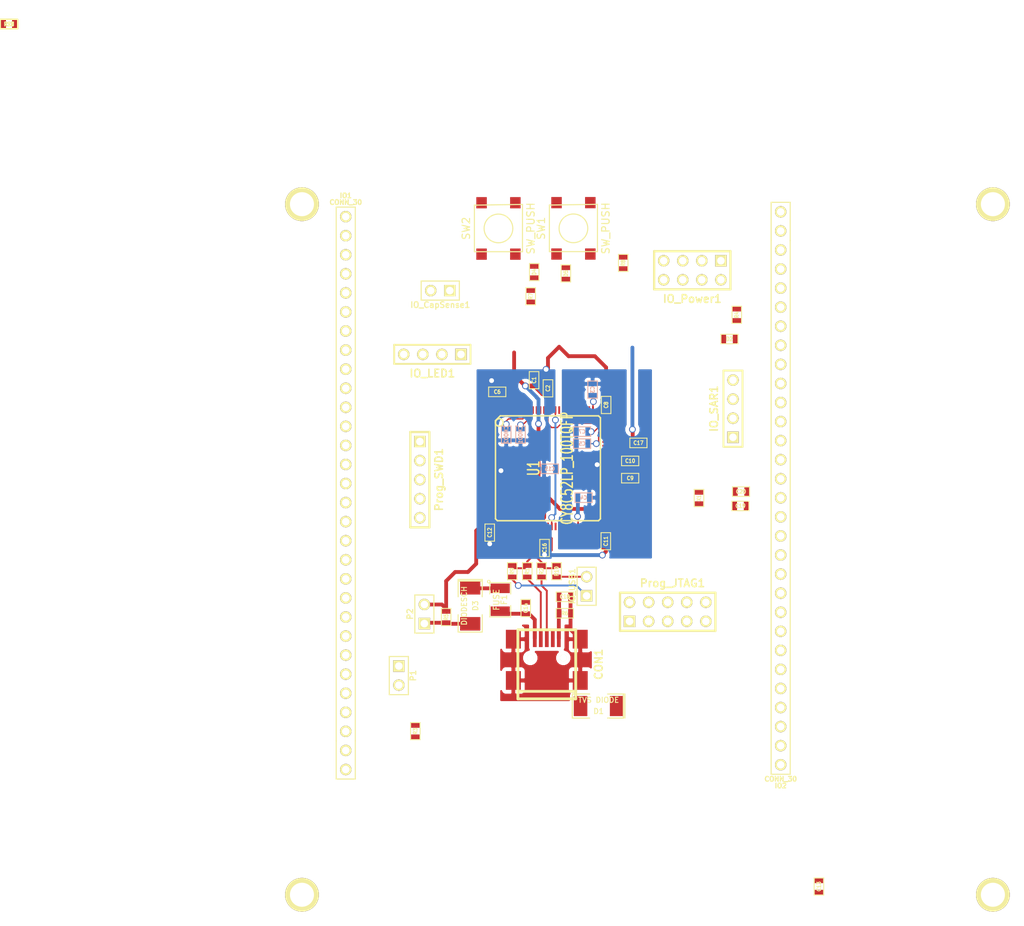
<source format=kicad_pcb>
(kicad_pcb (version 3) (host pcbnew "(2013-07-07 BZR 4022)-stable")

  (general
    (links 208)
    (no_connects 145)
    (area 0 0 0 0)
    (thickness 1.6)
    (drawings 2)
    (tracks 221)
    (zones 0)
    (modules 68)
    (nets 102)
  )

  (page A3)
  (layers
    (15 F.Cu signal)
    (0 B.Cu signal)
    (16 B.Adhes user)
    (17 F.Adhes user)
    (18 B.Paste user)
    (19 F.Paste user)
    (20 B.SilkS user)
    (21 F.SilkS user)
    (22 B.Mask user)
    (23 F.Mask user)
    (24 Dwgs.User user)
    (25 Cmts.User user)
    (26 Eco1.User user)
    (27 Eco2.User user)
    (28 Edge.Cuts user)
  )

  (setup
    (last_trace_width 0.1778)
    (user_trace_width 0.1778)
    (user_trace_width 0.508)
    (trace_clearance 0.254)
    (zone_clearance 0.508)
    (zone_45_only yes)
    (trace_min 0.127)
    (segment_width 0.2)
    (edge_width 0.1)
    (via_size 0.889)
    (via_drill 0.635)
    (via_min_size 0.889)
    (via_min_drill 0.508)
    (uvia_size 0.508)
    (uvia_drill 0.127)
    (uvias_allowed no)
    (uvia_min_size 0.508)
    (uvia_min_drill 0.127)
    (pcb_text_width 0.3)
    (pcb_text_size 1.5 1.5)
    (mod_edge_width 0.15)
    (mod_text_size 1 1)
    (mod_text_width 0.15)
    (pad_size 1.5 1.4)
    (pad_drill 0)
    (pad_to_mask_clearance 0)
    (aux_axis_origin 0 0)
    (visible_elements 7FFFFFFF)
    (pcbplotparams
      (layerselection 3178497)
      (usegerberextensions true)
      (excludeedgelayer true)
      (linewidth 0.150000)
      (plotframeref false)
      (viasonmask false)
      (mode 1)
      (useauxorigin false)
      (hpglpennumber 1)
      (hpglpenspeed 20)
      (hpglpendiameter 15)
      (hpglpenoverlay 2)
      (psnegative false)
      (psa4output false)
      (plotreference true)
      (plotvalue true)
      (plotothertext true)
      (plotinvisibletext false)
      (padsonsilk false)
      (subtractmaskfromsilk false)
      (outputformat 1)
      (mirror false)
      (drillshape 1)
      (scaleselection 1)
      (outputdirectory ""))
  )

  (net 0 "")
  (net 1 //XRES)
  (net 2 /0.0)
  (net 3 /0.1)
  (net 4 /0.2*)
  (net 5 /0.3*)
  (net 6 /0.4*)
  (net 7 /0.5)
  (net 8 /0.6)
  (net 9 /0.7)
  (net 10 /1.0)
  (net 11 /1.1)
  (net 12 /1.2)
  (net 13 /1.3)
  (net 14 /1.4)
  (net 15 /1.5)
  (net 16 /1.6)
  (net 17 /1.7)
  (net 18 /12.0)
  (net 19 /12.1)
  (net 20 /12.2)
  (net 21 /12.3)
  (net 22 /12.4)
  (net 23 /12.5)
  (net 24 /12.6)
  (net 25 /12.7)
  (net 26 /15.0)
  (net 27 /15.1)
  (net 28 /15.2*)
  (net 29 /15.3*)
  (net 30 /15.4*)
  (net 31 /15.5*)
  (net 32 /15.6*)
  (net 33 /15.7*)
  (net 34 /2.0)
  (net 35 /2.1+)
  (net 36 /2.2+)
  (net 37 /2.3+)
  (net 38 /2.4+)
  (net 39 /2.5)
  (net 40 /2.6)
  (net 41 /2.7)
  (net 42 /3.0)
  (net 43 /3.1)
  (net 44 /3.2*)
  (net 45 /3.3)
  (net 46 /3.4)
  (net 47 /3.5)
  (net 48 /3.6)
  (net 49 /3.7)
  (net 50 /4.0)
  (net 51 /4.1)
  (net 52 /4.2)
  (net 53 /4.3)
  (net 54 /4.4)
  (net 55 /4.5)
  (net 56 /4.6)
  (net 57 /4.7)
  (net 58 /5.0)
  (net 59 /5.1)
  (net 60 /5.2)
  (net 61 /5.3)
  (net 62 /5.4)
  (net 63 /5.5)
  (net 64 /5.6)
  (net 65 /5.7)
  (net 66 /6.0)
  (net 67 /6.1)
  (net 68 /6.2)
  (net 69 /6.3)
  (net 70 /6.4)
  (net 71 /6.5)
  (net 72 /6.6)
  (net 73 /6.7)
  (net 74 /USB_DM)
  (net 75 /USB_DP)
  (net 76 N-000001)
  (net 77 N-000005)
  (net 78 N-0000053)
  (net 79 N-0000055)
  (net 80 N-0000057)
  (net 81 N-0000059)
  (net 82 N-0000061)
  (net 83 N-0000063)
  (net 84 N-0000065)
  (net 85 N-0000066)
  (net 86 N-0000067)
  (net 87 N-0000068)
  (net 88 N-0000069)
  (net 89 N-0000070)
  (net 90 N-000008)
  (net 91 N-0000090)
  (net 92 N-0000092)
  (net 93 N-0000093)
  (net 94 N-0000094)
  (net 95 VCCA)
  (net 96 VCCD)
  (net 97 VDDA)
  (net 98 VDDD)
  (net 99 VPROG)
  (net 100 VSSA)
  (net 101 VSSD)

  (net_class Default "これは標準のネット クラスです。"
    (clearance 0.254)
    (trace_width 0.254)
    (via_dia 0.889)
    (via_drill 0.635)
    (uvia_dia 0.508)
    (uvia_drill 0.127)
    (add_net "")
    (add_net //XRES)
    (add_net /0.0)
    (add_net /0.1)
    (add_net /0.2*)
    (add_net /0.3*)
    (add_net /0.4*)
    (add_net /0.5)
    (add_net /0.6)
    (add_net /0.7)
    (add_net /1.0)
    (add_net /1.1)
    (add_net /1.2)
    (add_net /1.3)
    (add_net /1.4)
    (add_net /1.5)
    (add_net /1.6)
    (add_net /1.7)
    (add_net /12.0)
    (add_net /12.1)
    (add_net /12.2)
    (add_net /12.3)
    (add_net /12.4)
    (add_net /12.5)
    (add_net /12.6)
    (add_net /12.7)
    (add_net /15.0)
    (add_net /15.1)
    (add_net /15.2*)
    (add_net /15.3*)
    (add_net /15.4*)
    (add_net /15.5*)
    (add_net /15.6*)
    (add_net /15.7*)
    (add_net /2.0)
    (add_net /2.1+)
    (add_net /2.2+)
    (add_net /2.3+)
    (add_net /2.4+)
    (add_net /2.5)
    (add_net /2.6)
    (add_net /2.7)
    (add_net /3.0)
    (add_net /3.1)
    (add_net /3.2*)
    (add_net /3.3)
    (add_net /3.4)
    (add_net /3.5)
    (add_net /3.6)
    (add_net /3.7)
    (add_net /4.0)
    (add_net /4.1)
    (add_net /4.2)
    (add_net /4.3)
    (add_net /4.4)
    (add_net /4.5)
    (add_net /4.6)
    (add_net /4.7)
    (add_net /5.0)
    (add_net /5.1)
    (add_net /5.2)
    (add_net /5.3)
    (add_net /5.4)
    (add_net /5.5)
    (add_net /5.6)
    (add_net /5.7)
    (add_net /6.0)
    (add_net /6.1)
    (add_net /6.2)
    (add_net /6.3)
    (add_net /6.4)
    (add_net /6.5)
    (add_net /6.6)
    (add_net /6.7)
    (add_net /USB_DM)
    (add_net /USB_DP)
    (add_net N-000001)
    (add_net N-000005)
    (add_net N-0000053)
    (add_net N-0000055)
    (add_net N-0000057)
    (add_net N-0000059)
    (add_net N-0000061)
    (add_net N-0000063)
    (add_net N-0000065)
    (add_net N-0000066)
    (add_net N-0000067)
    (add_net N-0000068)
    (add_net N-0000069)
    (add_net N-0000070)
    (add_net N-000008)
    (add_net N-0000090)
    (add_net N-0000092)
    (add_net N-0000093)
    (add_net N-0000094)
    (add_net VCCA)
    (add_net VCCD)
    (add_net VDDA)
    (add_net VDDD)
    (add_net VPROG)
    (add_net VSSA)
    (add_net VSSD)
  )

  (module SM0603 (layer F.Cu) (tedit 4E43A3D1) (tstamp 55B31A06)
    (at 64 67.75 270)
    (path /55B34963)
    (attr smd)
    (fp_text reference C12 (at 0 0 270) (layer F.SilkS)
      (effects (font (size 0.508 0.4572) (thickness 0.1143)))
    )
    (fp_text value 0.1u (at 0 0 270) (layer F.SilkS) hide
      (effects (font (size 0.508 0.4572) (thickness 0.1143)))
    )
    (fp_line (start -1.143 -0.635) (end 1.143 -0.635) (layer F.SilkS) (width 0.127))
    (fp_line (start 1.143 -0.635) (end 1.143 0.635) (layer F.SilkS) (width 0.127))
    (fp_line (start 1.143 0.635) (end -1.143 0.635) (layer F.SilkS) (width 0.127))
    (fp_line (start -1.143 0.635) (end -1.143 -0.635) (layer F.SilkS) (width 0.127))
    (pad 1 smd rect (at -0.762 0 270) (size 0.635 1.143)
      (layers F.Cu F.Paste F.Mask)
      (net 98 VDDD)
    )
    (pad 2 smd rect (at 0.762 0 270) (size 0.635 1.143)
      (layers F.Cu F.Paste F.Mask)
      (net 101 VSSD)
    )
    (model smd\resistors\R0603.wrl
      (at (xyz 0 0 0.001))
      (scale (xyz 0.5 0.5 0.5))
      (rotate (xyz 0 0 0))
    )
  )

  (module SM0603 (layer F.Cu) (tedit 4E43A3D1) (tstamp 55B31A10)
    (at 79.46136 68.90004 270)
    (path /55B34984)
    (attr smd)
    (fp_text reference C11 (at 0 0 270) (layer F.SilkS)
      (effects (font (size 0.508 0.4572) (thickness 0.1143)))
    )
    (fp_text value 0.1u (at 0 0 270) (layer F.SilkS) hide
      (effects (font (size 0.508 0.4572) (thickness 0.1143)))
    )
    (fp_line (start -1.143 -0.635) (end 1.143 -0.635) (layer F.SilkS) (width 0.127))
    (fp_line (start 1.143 -0.635) (end 1.143 0.635) (layer F.SilkS) (width 0.127))
    (fp_line (start 1.143 0.635) (end -1.143 0.635) (layer F.SilkS) (width 0.127))
    (fp_line (start -1.143 0.635) (end -1.143 -0.635) (layer F.SilkS) (width 0.127))
    (pad 1 smd rect (at -0.762 0 270) (size 0.635 1.143)
      (layers F.Cu F.Paste F.Mask)
      (net 98 VDDD)
    )
    (pad 2 smd rect (at 0.762 0 270) (size 0.635 1.143)
      (layers F.Cu F.Paste F.Mask)
      (net 101 VSSD)
    )
    (model smd\resistors\R0603.wrl
      (at (xyz 0 0 0.001))
      (scale (xyz 0.5 0.5 0.5))
      (rotate (xyz 0 0 0))
    )
  )

  (module SM0603 (layer F.Cu) (tedit 4E43A3D1) (tstamp 55B31A1A)
    (at 71.75754 48.53178 90)
    (path /55B349B2)
    (attr smd)
    (fp_text reference C2 (at 0 0 90) (layer F.SilkS)
      (effects (font (size 0.508 0.4572) (thickness 0.1143)))
    )
    (fp_text value 0.1u (at 0 0 90) (layer F.SilkS) hide
      (effects (font (size 0.508 0.4572) (thickness 0.1143)))
    )
    (fp_line (start -1.143 -0.635) (end 1.143 -0.635) (layer F.SilkS) (width 0.127))
    (fp_line (start 1.143 -0.635) (end 1.143 0.635) (layer F.SilkS) (width 0.127))
    (fp_line (start 1.143 0.635) (end -1.143 0.635) (layer F.SilkS) (width 0.127))
    (fp_line (start -1.143 0.635) (end -1.143 -0.635) (layer F.SilkS) (width 0.127))
    (pad 1 smd rect (at -0.762 0 90) (size 0.635 1.143)
      (layers F.Cu F.Paste F.Mask)
      (net 98 VDDD)
    )
    (pad 2 smd rect (at 0.762 0 90) (size 0.635 1.143)
      (layers F.Cu F.Paste F.Mask)
      (net 101 VSSD)
    )
    (model smd\resistors\R0603.wrl
      (at (xyz 0 0 0.001))
      (scale (xyz 0.5 0.5 0.5))
      (rotate (xyz 0 0 0))
    )
  )

  (module SM0603 (layer F.Cu) (tedit 4E43A3D1) (tstamp 55B31A24)
    (at 69.90588 47.4472 90)
    (path /55B349CD)
    (attr smd)
    (fp_text reference C1 (at 0 0 90) (layer F.SilkS)
      (effects (font (size 0.508 0.4572) (thickness 0.1143)))
    )
    (fp_text value 1u (at 0 0 90) (layer F.SilkS) hide
      (effects (font (size 0.508 0.4572) (thickness 0.1143)))
    )
    (fp_line (start -1.143 -0.635) (end 1.143 -0.635) (layer F.SilkS) (width 0.127))
    (fp_line (start 1.143 -0.635) (end 1.143 0.635) (layer F.SilkS) (width 0.127))
    (fp_line (start 1.143 0.635) (end -1.143 0.635) (layer F.SilkS) (width 0.127))
    (fp_line (start -1.143 0.635) (end -1.143 -0.635) (layer F.SilkS) (width 0.127))
    (pad 1 smd rect (at -0.762 0 90) (size 0.635 1.143)
      (layers F.Cu F.Paste F.Mask)
      (net 98 VDDD)
    )
    (pad 2 smd rect (at 0.762 0 90) (size 0.635 1.143)
      (layers F.Cu F.Paste F.Mask)
      (net 101 VSSD)
    )
    (model smd\resistors\R0603.wrl
      (at (xyz 0 0 0.001))
      (scale (xyz 0.5 0.5 0.5))
      (rotate (xyz 0 0 0))
    )
  )

  (module SM0603 (layer F.Cu) (tedit 4E43A3D1) (tstamp 55B31A2E)
    (at 65 49 180)
    (path /55B349DC)
    (attr smd)
    (fp_text reference C6 (at 0 0 180) (layer F.SilkS)
      (effects (font (size 0.508 0.4572) (thickness 0.1143)))
    )
    (fp_text value 0.1u (at 0 0 180) (layer F.SilkS) hide
      (effects (font (size 0.508 0.4572) (thickness 0.1143)))
    )
    (fp_line (start -1.143 -0.635) (end 1.143 -0.635) (layer F.SilkS) (width 0.127))
    (fp_line (start 1.143 -0.635) (end 1.143 0.635) (layer F.SilkS) (width 0.127))
    (fp_line (start 1.143 0.635) (end -1.143 0.635) (layer F.SilkS) (width 0.127))
    (fp_line (start -1.143 0.635) (end -1.143 -0.635) (layer F.SilkS) (width 0.127))
    (pad 1 smd rect (at -0.762 0 180) (size 0.635 1.143)
      (layers F.Cu F.Paste F.Mask)
      (net 98 VDDD)
    )
    (pad 2 smd rect (at 0.762 0 180) (size 0.635 1.143)
      (layers F.Cu F.Paste F.Mask)
      (net 101 VSSD)
    )
    (model smd\resistors\R0603.wrl
      (at (xyz 0 0 0.001))
      (scale (xyz 0.5 0.5 0.5))
      (rotate (xyz 0 0 0))
    )
  )

  (module SM0603 (layer F.Cu) (tedit 4E43A3D1) (tstamp 55B31A38)
    (at 71.3 69.8 270)
    (path /55B34C85)
    (attr smd)
    (fp_text reference C16 (at 0 0 270) (layer F.SilkS)
      (effects (font (size 0.508 0.4572) (thickness 0.1143)))
    )
    (fp_text value 0.1u (at 0 0 270) (layer F.SilkS) hide
      (effects (font (size 0.508 0.4572) (thickness 0.1143)))
    )
    (fp_line (start -1.143 -0.635) (end 1.143 -0.635) (layer F.SilkS) (width 0.127))
    (fp_line (start 1.143 -0.635) (end 1.143 0.635) (layer F.SilkS) (width 0.127))
    (fp_line (start 1.143 0.635) (end -1.143 0.635) (layer F.SilkS) (width 0.127))
    (fp_line (start -1.143 0.635) (end -1.143 -0.635) (layer F.SilkS) (width 0.127))
    (pad 1 smd rect (at -0.762 0 270) (size 0.635 1.143)
      (layers F.Cu F.Paste F.Mask)
      (net 98 VDDD)
    )
    (pad 2 smd rect (at 0.762 0 270) (size 0.635 1.143)
      (layers F.Cu F.Paste F.Mask)
      (net 101 VSSD)
    )
    (model smd\resistors\R0603.wrl
      (at (xyz 0 0 0.001))
      (scale (xyz 0.5 0.5 0.5))
      (rotate (xyz 0 0 0))
    )
  )

  (module SM0603 (layer B.Cu) (tedit 4E43A3D1) (tstamp 55B31A42)
    (at 72 59.25)
    (path /55B34CA0)
    (attr smd)
    (fp_text reference C15 (at 0 0) (layer B.SilkS)
      (effects (font (size 0.508 0.4572) (thickness 0.1143)) (justify mirror))
    )
    (fp_text value 1u (at 0 0) (layer B.SilkS) hide
      (effects (font (size 0.508 0.4572) (thickness 0.1143)) (justify mirror))
    )
    (fp_line (start -1.143 0.635) (end 1.143 0.635) (layer B.SilkS) (width 0.127))
    (fp_line (start 1.143 0.635) (end 1.143 -0.635) (layer B.SilkS) (width 0.127))
    (fp_line (start 1.143 -0.635) (end -1.143 -0.635) (layer B.SilkS) (width 0.127))
    (fp_line (start -1.143 -0.635) (end -1.143 0.635) (layer B.SilkS) (width 0.127))
    (pad 1 smd rect (at -0.762 0) (size 0.635 1.143)
      (layers B.Cu B.Paste B.Mask)
      (net 101 VSSD)
    )
    (pad 2 smd rect (at 0.762 0) (size 0.635 1.143)
      (layers B.Cu B.Paste B.Mask)
      (net 96 VCCD)
    )
    (model smd\resistors\R0603.wrl
      (at (xyz 0 0 0.001))
      (scale (xyz 0.5 0.5 0.5))
      (rotate (xyz 0 0 0))
    )
  )

  (module SM0603 (layer F.Cu) (tedit 4E43A3D1) (tstamp 55B31A4C)
    (at 82.7 60.5 180)
    (path /55B34E41)
    (attr smd)
    (fp_text reference C9 (at 0 0 180) (layer F.SilkS)
      (effects (font (size 0.508 0.4572) (thickness 0.1143)))
    )
    (fp_text value 1u (at 0 0 180) (layer F.SilkS) hide
      (effects (font (size 0.508 0.4572) (thickness 0.1143)))
    )
    (fp_line (start -1.143 -0.635) (end 1.143 -0.635) (layer F.SilkS) (width 0.127))
    (fp_line (start 1.143 -0.635) (end 1.143 0.635) (layer F.SilkS) (width 0.127))
    (fp_line (start 1.143 0.635) (end -1.143 0.635) (layer F.SilkS) (width 0.127))
    (fp_line (start -1.143 0.635) (end -1.143 -0.635) (layer F.SilkS) (width 0.127))
    (pad 1 smd rect (at -0.762 0 180) (size 0.635 1.143)
      (layers F.Cu F.Paste F.Mask)
      (net 100 VSSA)
    )
    (pad 2 smd rect (at 0.762 0 180) (size 0.635 1.143)
      (layers F.Cu F.Paste F.Mask)
      (net 95 VCCA)
    )
    (model smd\resistors\R0603.wrl
      (at (xyz 0 0 0.001))
      (scale (xyz 0.5 0.5 0.5))
      (rotate (xyz 0 0 0))
    )
  )

  (module SM0603 (layer F.Cu) (tedit 4E43A3D1) (tstamp 55B31A56)
    (at 82.7 58.2)
    (path /55B34E8B)
    (attr smd)
    (fp_text reference C10 (at 0 0) (layer F.SilkS)
      (effects (font (size 0.508 0.4572) (thickness 0.1143)))
    )
    (fp_text value 0.1u (at 0 0) (layer F.SilkS) hide
      (effects (font (size 0.508 0.4572) (thickness 0.1143)))
    )
    (fp_line (start -1.143 -0.635) (end 1.143 -0.635) (layer F.SilkS) (width 0.127))
    (fp_line (start 1.143 -0.635) (end 1.143 0.635) (layer F.SilkS) (width 0.127))
    (fp_line (start 1.143 0.635) (end -1.143 0.635) (layer F.SilkS) (width 0.127))
    (fp_line (start -1.143 0.635) (end -1.143 -0.635) (layer F.SilkS) (width 0.127))
    (pad 1 smd rect (at -0.762 0) (size 0.635 1.143)
      (layers F.Cu F.Paste F.Mask)
      (net 97 VDDA)
    )
    (pad 2 smd rect (at 0.762 0) (size 0.635 1.143)
      (layers F.Cu F.Paste F.Mask)
      (net 100 VSSA)
    )
    (model smd\resistors\R0603.wrl
      (at (xyz 0 0 0.001))
      (scale (xyz 0.5 0.5 0.5))
      (rotate (xyz 0 0 0))
    )
  )

  (module SM0603 (layer F.Cu) (tedit 4E43A3D1) (tstamp 55B31A60)
    (at 83.8 55.8)
    (path /55B34E9D)
    (attr smd)
    (fp_text reference C17 (at 0 0) (layer F.SilkS)
      (effects (font (size 0.508 0.4572) (thickness 0.1143)))
    )
    (fp_text value 1u (at 0 0) (layer F.SilkS) hide
      (effects (font (size 0.508 0.4572) (thickness 0.1143)))
    )
    (fp_line (start -1.143 -0.635) (end 1.143 -0.635) (layer F.SilkS) (width 0.127))
    (fp_line (start 1.143 -0.635) (end 1.143 0.635) (layer F.SilkS) (width 0.127))
    (fp_line (start 1.143 0.635) (end -1.143 0.635) (layer F.SilkS) (width 0.127))
    (fp_line (start -1.143 0.635) (end -1.143 -0.635) (layer F.SilkS) (width 0.127))
    (pad 1 smd rect (at -0.762 0) (size 0.635 1.143)
      (layers F.Cu F.Paste F.Mask)
      (net 97 VDDA)
    )
    (pad 2 smd rect (at 0.762 0) (size 0.635 1.143)
      (layers F.Cu F.Paste F.Mask)
      (net 100 VSSA)
    )
    (model smd\resistors\R0603.wrl
      (at (xyz 0 0 0.001))
      (scale (xyz 0.5 0.5 0.5))
      (rotate (xyz 0 0 0))
    )
  )

  (module SM0603 (layer F.Cu) (tedit 4E43A3D1) (tstamp 55B31AF8)
    (at 79.5 50.75 90)
    (path /55B354E2)
    (attr smd)
    (fp_text reference C8 (at 0 0 90) (layer F.SilkS)
      (effects (font (size 0.508 0.4572) (thickness 0.1143)))
    )
    (fp_text value 0.1u (at 0 0 90) (layer F.SilkS) hide
      (effects (font (size 0.508 0.4572) (thickness 0.1143)))
    )
    (fp_line (start -1.143 -0.635) (end 1.143 -0.635) (layer F.SilkS) (width 0.127))
    (fp_line (start 1.143 -0.635) (end 1.143 0.635) (layer F.SilkS) (width 0.127))
    (fp_line (start 1.143 0.635) (end -1.143 0.635) (layer F.SilkS) (width 0.127))
    (fp_line (start -1.143 0.635) (end -1.143 -0.635) (layer F.SilkS) (width 0.127))
    (pad 1 smd rect (at -0.762 0 90) (size 0.635 1.143)
      (layers F.Cu F.Paste F.Mask)
      (net 98 VDDD)
    )
    (pad 2 smd rect (at 0.762 0 90) (size 0.635 1.143)
      (layers F.Cu F.Paste F.Mask)
      (net 101 VSSD)
    )
    (model smd\resistors\R0603.wrl
      (at (xyz 0 0 0.001))
      (scale (xyz 0.5 0.5 0.5))
      (rotate (xyz 0 0 0))
    )
  )

  (module USB_MINI_B (layer F.Cu) (tedit 505F99F2) (tstamp 55B48B5A)
    (at 71.6 85.3 90)
    (descr "USB Mini-B 5-pin SMD connector")
    (tags "USB, Mini-B, connector")
    (path /55B46E78)
    (fp_text reference CON1 (at 0 6.90118 90) (layer F.SilkS)
      (effects (font (size 1.016 1.016) (thickness 0.2032)))
    )
    (fp_text value USB-MINI-B (at 0 -7.0993 90) (layer F.SilkS) hide
      (effects (font (size 1.016 1.016) (thickness 0.2032)))
    )
    (fp_line (start -3.59918 -3.85064) (end -3.59918 3.85064) (layer F.SilkS) (width 0.381))
    (fp_line (start -4.59994 -3.85064) (end -4.59994 3.85064) (layer F.SilkS) (width 0.381))
    (fp_line (start -4.59994 3.85064) (end 4.59994 3.85064) (layer F.SilkS) (width 0.381))
    (fp_line (start 4.59994 3.85064) (end 4.59994 -3.85064) (layer F.SilkS) (width 0.381))
    (fp_line (start 4.59994 -3.85064) (end -4.59994 -3.85064) (layer F.SilkS) (width 0.381))
    (pad 1 smd rect (at 3.44932 -1.6002 90) (size 2.30124 0.50038)
      (layers F.Cu F.Paste F.Mask)
      (net 93 N-0000093)
    )
    (pad 2 smd rect (at 3.44932 -0.8001 90) (size 2.30124 0.50038)
      (layers F.Cu F.Paste F.Mask)
      (net 75 /USB_DP)
    )
    (pad 3 smd rect (at 3.44932 0 90) (size 2.30124 0.50038)
      (layers F.Cu F.Paste F.Mask)
      (net 74 /USB_DM)
    )
    (pad 4 smd rect (at 3.44932 0.8001 90) (size 2.30124 0.50038)
      (layers F.Cu F.Paste F.Mask)
    )
    (pad 5 smd rect (at 3.44932 1.6002 90) (size 2.30124 0.50038)
      (layers F.Cu F.Paste F.Mask)
      (net 101 VSSD)
    )
    (pad 6 smd rect (at 3.35026 -4.45008 90) (size 2.49936 1.99898)
      (layers F.Cu F.Paste F.Mask)
      (net 94 N-0000094)
    )
    (pad 7 smd rect (at -2.14884 -4.45008 90) (size 2.49936 1.99898)
      (layers F.Cu F.Paste F.Mask)
      (net 94 N-0000094)
    )
    (pad 8 smd rect (at 3.35026 4.45008 90) (size 2.49936 1.99898)
      (layers F.Cu F.Paste F.Mask)
      (net 94 N-0000094)
    )
    (pad 9 smd rect (at -2.14884 4.45008 90) (size 2.49936 1.99898)
      (layers F.Cu F.Paste F.Mask)
      (net 94 N-0000094)
    )
    (pad "" np_thru_hole circle (at 0.8509 -2.19964 90) (size 0.89916 0.89916) (drill 0.89916)
      (layers *.Cu *.Mask F.SilkS)
    )
    (pad 2 np_thru_hole circle (at 0.8509 2.19964 90) (size 0.89916 0.89916) (drill 0.89916)
      (layers *.Cu *.Mask F.SilkS)
      (net 75 /USB_DP)
    )
  )

  (module TSHA-T-2 (layer F.Cu) (tedit 55B48948) (tstamp 55B48B67)
    (at 65.1637 27.2288 90)
    (path /55B4B7FC)
    (fp_text reference SW2 (at 0 -4.3 90) (layer F.SilkS)
      (effects (font (size 1 1) (thickness 0.15)))
    )
    (fp_text value SW_PUSH (at 0 4.3 90) (layer F.SilkS)
      (effects (font (size 1 1) (thickness 0.15)))
    )
    (fp_circle (center 0 0) (end 1.9 -0.2) (layer F.SilkS) (width 0.15))
    (fp_line (start -3.1 -3.2) (end 3.1 -3.2) (layer F.SilkS) (width 0.15))
    (fp_line (start 3.1 -3.2) (end 3.2 3.2) (layer F.SilkS) (width 0.15))
    (fp_line (start 3.2 3.2) (end -3.1 3.2) (layer F.SilkS) (width 0.15))
    (fp_line (start -3.1 3.2) (end -3.1 -3.2) (layer F.SilkS) (width 0.15))
    (pad 1 smd rect (at 3.425 -2.25 90) (size 1.5 1.4)
      (layers F.Cu F.Paste F.Mask)
      (net 38 /2.4+)
    )
    (pad 1 smd rect (at -3.425 -2.25 90) (size 1.5 1.4)
      (layers F.Cu F.Paste F.Mask)
      (net 38 /2.4+)
    )
    (pad 2 smd rect (at -3.425 2.25 90) (size 1.5 1.4)
      (layers F.Cu F.Paste F.Mask)
      (net 101 VSSD)
    )
    (pad 2 smd rect (at 3.425 2.25 90) (size 1.5 1.4)
      (layers F.Cu F.Paste F.Mask)
      (net 101 VSSD)
    )
  )

  (module TSHA-T-2 (layer F.Cu) (tedit 55B48948) (tstamp 55B48B74)
    (at 75.1459 27.2161 90)
    (path /55B4B7ED)
    (fp_text reference SW1 (at 0 -4.3 90) (layer F.SilkS)
      (effects (font (size 1 1) (thickness 0.15)))
    )
    (fp_text value SW_PUSH (at 0 4.3 90) (layer F.SilkS)
      (effects (font (size 1 1) (thickness 0.15)))
    )
    (fp_circle (center 0 0) (end 1.9 -0.2) (layer F.SilkS) (width 0.15))
    (fp_line (start -3.1 -3.2) (end 3.1 -3.2) (layer F.SilkS) (width 0.15))
    (fp_line (start 3.1 -3.2) (end 3.2 3.2) (layer F.SilkS) (width 0.15))
    (fp_line (start 3.2 3.2) (end -3.1 3.2) (layer F.SilkS) (width 0.15))
    (fp_line (start -3.1 3.2) (end -3.1 -3.2) (layer F.SilkS) (width 0.15))
    (pad 1 smd rect (at 3.425 -2.25 90) (size 1.5 1.4)
      (layers F.Cu F.Paste F.Mask)
      (net 37 /2.3+)
    )
    (pad 1 smd rect (at -3.425 -2.25 90) (size 1.5 1.4)
      (layers F.Cu F.Paste F.Mask)
      (net 37 /2.3+)
    )
    (pad 2 smd rect (at -3.425 2.25 90) (size 1.5 1.4)
      (layers F.Cu F.Paste F.Mask)
      (net 101 VSSD)
    )
    (pad 2 smd rect (at 3.425 2.25 90) (size 1.5 1.4)
      (layers F.Cu F.Paste F.Mask)
      (net 101 VSSD)
    )
  )

  (module SM2010 (layer F.Cu) (tedit 510157F5) (tstamp 55B48B81)
    (at 78.4987 90.8558 180)
    (tags "CMS SM")
    (path /55B46455)
    (attr smd)
    (fp_text reference D1 (at 0 -0.7 180) (layer F.SilkS)
      (effects (font (size 0.70104 0.70104) (thickness 0.127)))
    )
    (fp_text value "TVS DIODE" (at 0 0.8 180) (layer F.SilkS)
      (effects (font (size 0.70104 0.70104) (thickness 0.127)))
    )
    (fp_line (start -3.3 -1.6) (end -3.3 1.6) (layer F.SilkS) (width 0.15))
    (fp_line (start 3.50012 -1.6002) (end 3.50012 1.6002) (layer F.SilkS) (width 0.15))
    (fp_line (start -3.5 -1.6) (end -3.5 1.6) (layer F.SilkS) (width 0.15))
    (fp_line (start 1.19634 1.60528) (end 3.48234 1.60528) (layer F.SilkS) (width 0.15))
    (fp_line (start 3.48234 -1.60528) (end 1.19634 -1.60528) (layer F.SilkS) (width 0.15))
    (fp_line (start -1.2 -1.6) (end -3.5 -1.6) (layer F.SilkS) (width 0.15))
    (fp_line (start -3.5 1.6) (end -1.2 1.6) (layer F.SilkS) (width 0.15))
    (pad 1 smd rect (at -2.4003 0 180) (size 1.80086 2.70002)
      (layers F.Cu F.Paste F.Mask)
      (net 101 VSSD)
    )
    (pad 2 smd rect (at 2.4003 0 180) (size 1.80086 2.70002)
      (layers F.Cu F.Paste F.Mask)
      (net 99 VPROG)
    )
    (model smd\chip_smd_pol_wide.wrl
      (at (xyz 0 0 0))
      (scale (xyz 0.35 0.35 0.35))
      (rotate (xyz 0 0 0))
    )
  )

  (module SM2010 (layer F.Cu) (tedit 510157F5) (tstamp 55B48B8E)
    (at 61.4 77.5 270)
    (tags "CMS SM")
    (path /55B470FC)
    (attr smd)
    (fp_text reference D3 (at 0 -0.7 270) (layer F.SilkS)
      (effects (font (size 0.70104 0.70104) (thickness 0.127)))
    )
    (fp_text value DIODESCH (at 0 0.8 270) (layer F.SilkS)
      (effects (font (size 0.70104 0.70104) (thickness 0.127)))
    )
    (fp_line (start -3.3 -1.6) (end -3.3 1.6) (layer F.SilkS) (width 0.15))
    (fp_line (start 3.50012 -1.6002) (end 3.50012 1.6002) (layer F.SilkS) (width 0.15))
    (fp_line (start -3.5 -1.6) (end -3.5 1.6) (layer F.SilkS) (width 0.15))
    (fp_line (start 1.19634 1.60528) (end 3.48234 1.60528) (layer F.SilkS) (width 0.15))
    (fp_line (start 3.48234 -1.60528) (end 1.19634 -1.60528) (layer F.SilkS) (width 0.15))
    (fp_line (start -1.2 -1.6) (end -3.5 -1.6) (layer F.SilkS) (width 0.15))
    (fp_line (start -3.5 1.6) (end -1.2 1.6) (layer F.SilkS) (width 0.15))
    (pad 1 smd rect (at -2.4003 0 270) (size 1.80086 2.70002)
      (layers F.Cu F.Paste F.Mask)
      (net 92 N-0000092)
    )
    (pad 2 smd rect (at 2.4003 0 270) (size 1.80086 2.70002)
      (layers F.Cu F.Paste F.Mask)
      (net 91 N-0000090)
    )
    (model smd\chip_smd_pol_wide.wrl
      (at (xyz 0 0 0))
      (scale (xyz 0.35 0.35 0.35))
      (rotate (xyz 0 0 0))
    )
  )

  (module SM1210 (layer F.Cu) (tedit 42806E94) (tstamp 55B48B9B)
    (at 65.4 76.7 270)
    (tags "CMS SM")
    (path /55B470ED)
    (attr smd)
    (fp_text reference F1 (at 0 -0.508 270) (layer F.SilkS)
      (effects (font (size 0.762 0.762) (thickness 0.127)))
    )
    (fp_text value FUSE (at 0 0.508 270) (layer F.SilkS)
      (effects (font (size 0.762 0.762) (thickness 0.127)))
    )
    (fp_circle (center -2.413 1.524) (end -2.286 1.397) (layer F.SilkS) (width 0.127))
    (fp_line (start -0.762 -1.397) (end -2.286 -1.397) (layer F.SilkS) (width 0.127))
    (fp_line (start -2.286 -1.397) (end -2.286 1.397) (layer F.SilkS) (width 0.127))
    (fp_line (start -2.286 1.397) (end -0.762 1.397) (layer F.SilkS) (width 0.127))
    (fp_line (start 0.762 1.397) (end 2.286 1.397) (layer F.SilkS) (width 0.127))
    (fp_line (start 2.286 1.397) (end 2.286 -1.397) (layer F.SilkS) (width 0.127))
    (fp_line (start 2.286 -1.397) (end 0.762 -1.397) (layer F.SilkS) (width 0.127))
    (pad 1 smd rect (at -1.524 0 270) (size 1.27 2.54)
      (layers F.Cu F.Paste F.Mask)
      (net 92 N-0000092)
    )
    (pad 2 smd rect (at 1.524 0 270) (size 1.27 2.54)
      (layers F.Cu F.Paste F.Mask)
      (net 93 N-0000093)
    )
    (model smd/chip_cms.wrl
      (at (xyz 0 0 0))
      (scale (xyz 0.17 0.2 0.17))
      (rotate (xyz 0 0 0))
    )
  )

  (module SM0603 (layer F.Cu) (tedit 4E43A3D1) (tstamp 55B48BA5)
    (at 74.1426 33.2232 90)
    (path /55B4AB6D)
    (attr smd)
    (fp_text reference D5 (at 0 0 90) (layer F.SilkS)
      (effects (font (size 0.508 0.4572) (thickness 0.1143)))
    )
    (fp_text value LED (at 0 0 90) (layer F.SilkS) hide
      (effects (font (size 0.508 0.4572) (thickness 0.1143)))
    )
    (fp_line (start -1.143 -0.635) (end 1.143 -0.635) (layer F.SilkS) (width 0.127))
    (fp_line (start 1.143 -0.635) (end 1.143 0.635) (layer F.SilkS) (width 0.127))
    (fp_line (start 1.143 0.635) (end -1.143 0.635) (layer F.SilkS) (width 0.127))
    (fp_line (start -1.143 0.635) (end -1.143 -0.635) (layer F.SilkS) (width 0.127))
    (pad 1 smd rect (at -0.762 0 90) (size 0.635 1.143)
      (layers F.Cu F.Paste F.Mask)
      (net 90 N-000008)
    )
    (pad 2 smd rect (at 0.762 0 90) (size 0.635 1.143)
      (layers F.Cu F.Paste F.Mask)
      (net 101 VSSD)
    )
    (model smd\resistors\R0603.wrl
      (at (xyz 0 0 0.001))
      (scale (xyz 0.5 0.5 0.5))
      (rotate (xyz 0 0 0))
    )
  )

  (module SM0603 (layer F.Cu) (tedit 4E43A3D1) (tstamp 55B48BAF)
    (at 81.7753 31.8262 90)
    (path /55B4AB67)
    (attr smd)
    (fp_text reference R8 (at 0 0 90) (layer F.SilkS)
      (effects (font (size 0.508 0.4572) (thickness 0.1143)))
    )
    (fp_text value R (at 0 0 90) (layer F.SilkS) hide
      (effects (font (size 0.508 0.4572) (thickness 0.1143)))
    )
    (fp_line (start -1.143 -0.635) (end 1.143 -0.635) (layer F.SilkS) (width 0.127))
    (fp_line (start 1.143 -0.635) (end 1.143 0.635) (layer F.SilkS) (width 0.127))
    (fp_line (start 1.143 0.635) (end -1.143 0.635) (layer F.SilkS) (width 0.127))
    (fp_line (start -1.143 0.635) (end -1.143 -0.635) (layer F.SilkS) (width 0.127))
    (pad 1 smd rect (at -0.762 0 90) (size 0.635 1.143)
      (layers F.Cu F.Paste F.Mask)
      (net 36 /2.2+)
    )
    (pad 2 smd rect (at 0.762 0 90) (size 0.635 1.143)
      (layers F.Cu F.Paste F.Mask)
      (net 90 N-000008)
    )
    (model smd\resistors\R0603.wrl
      (at (xyz 0 0 0.001))
      (scale (xyz 0.5 0.5 0.5))
      (rotate (xyz 0 0 0))
    )
  )

  (module SM0603 (layer F.Cu) (tedit 4E43A3D1) (tstamp 55B48BB9)
    (at 69.9262 33.0454 90)
    (path /55B4AB61)
    (attr smd)
    (fp_text reference D4 (at 0 0 90) (layer F.SilkS)
      (effects (font (size 0.508 0.4572) (thickness 0.1143)))
    )
    (fp_text value LED (at 0 0 90) (layer F.SilkS) hide
      (effects (font (size 0.508 0.4572) (thickness 0.1143)))
    )
    (fp_line (start -1.143 -0.635) (end 1.143 -0.635) (layer F.SilkS) (width 0.127))
    (fp_line (start 1.143 -0.635) (end 1.143 0.635) (layer F.SilkS) (width 0.127))
    (fp_line (start 1.143 0.635) (end -1.143 0.635) (layer F.SilkS) (width 0.127))
    (fp_line (start -1.143 0.635) (end -1.143 -0.635) (layer F.SilkS) (width 0.127))
    (pad 1 smd rect (at -0.762 0 90) (size 0.635 1.143)
      (layers F.Cu F.Paste F.Mask)
      (net 77 N-000005)
    )
    (pad 2 smd rect (at 0.762 0 90) (size 0.635 1.143)
      (layers F.Cu F.Paste F.Mask)
      (net 101 VSSD)
    )
    (model smd\resistors\R0603.wrl
      (at (xyz 0 0 0.001))
      (scale (xyz 0.5 0.5 0.5))
      (rotate (xyz 0 0 0))
    )
  )

  (module SM0603 (layer F.Cu) (tedit 4E43A3D1) (tstamp 55B48BC3)
    (at 69.45884 36.26612 90)
    (path /55B4AB5B)
    (attr smd)
    (fp_text reference R7 (at 0 0 90) (layer F.SilkS)
      (effects (font (size 0.508 0.4572) (thickness 0.1143)))
    )
    (fp_text value R (at 0 0 90) (layer F.SilkS) hide
      (effects (font (size 0.508 0.4572) (thickness 0.1143)))
    )
    (fp_line (start -1.143 -0.635) (end 1.143 -0.635) (layer F.SilkS) (width 0.127))
    (fp_line (start 1.143 -0.635) (end 1.143 0.635) (layer F.SilkS) (width 0.127))
    (fp_line (start 1.143 0.635) (end -1.143 0.635) (layer F.SilkS) (width 0.127))
    (fp_line (start -1.143 0.635) (end -1.143 -0.635) (layer F.SilkS) (width 0.127))
    (pad 1 smd rect (at -0.762 0 90) (size 0.635 1.143)
      (layers F.Cu F.Paste F.Mask)
      (net 35 /2.1+)
    )
    (pad 2 smd rect (at 0.762 0 90) (size 0.635 1.143)
      (layers F.Cu F.Paste F.Mask)
      (net 77 N-000005)
    )
    (model smd\resistors\R0603.wrl
      (at (xyz 0 0 0.001))
      (scale (xyz 0.5 0.5 0.5))
      (rotate (xyz 0 0 0))
    )
  )

  (module SM0603 (layer B.Cu) (tedit 4E43A3D1) (tstamp 55B48BCD)
    (at 76.3 55.9 180)
    (path /55B4512C)
    (attr smd)
    (fp_text reference C5 (at 0 0 180) (layer B.SilkS)
      (effects (font (size 0.508 0.4572) (thickness 0.1143)) (justify mirror))
    )
    (fp_text value 1u (at 0 0 180) (layer B.SilkS) hide
      (effects (font (size 0.508 0.4572) (thickness 0.1143)) (justify mirror))
    )
    (fp_line (start -1.143 0.635) (end 1.143 0.635) (layer B.SilkS) (width 0.127))
    (fp_line (start 1.143 0.635) (end 1.143 -0.635) (layer B.SilkS) (width 0.127))
    (fp_line (start 1.143 -0.635) (end -1.143 -0.635) (layer B.SilkS) (width 0.127))
    (fp_line (start -1.143 -0.635) (end -1.143 0.635) (layer B.SilkS) (width 0.127))
    (pad 1 smd rect (at -0.762 0 180) (size 0.635 1.143)
      (layers B.Cu B.Paste B.Mask)
      (net 4 /0.2*)
    )
    (pad 2 smd rect (at 0.762 0 180) (size 0.635 1.143)
      (layers B.Cu B.Paste B.Mask)
      (net 100 VSSA)
    )
    (model smd\resistors\R0603.wrl
      (at (xyz 0 0 0.001))
      (scale (xyz 0.5 0.5 0.5))
      (rotate (xyz 0 0 0))
    )
  )

  (module SM0603 (layer F.Cu) (tedit 4E43A3D1) (tstamp 55B48BD7)
    (at 97.4598 62.2935)
    (path /55B47A7A)
    (attr smd)
    (fp_text reference C20 (at 0 0) (layer F.SilkS)
      (effects (font (size 0.508 0.4572) (thickness 0.1143)))
    )
    (fp_text value 22p (at 0 0) (layer F.SilkS) hide
      (effects (font (size 0.508 0.4572) (thickness 0.1143)))
    )
    (fp_line (start -1.143 -0.635) (end 1.143 -0.635) (layer F.SilkS) (width 0.127))
    (fp_line (start 1.143 -0.635) (end 1.143 0.635) (layer F.SilkS) (width 0.127))
    (fp_line (start 1.143 0.635) (end -1.143 0.635) (layer F.SilkS) (width 0.127))
    (fp_line (start -1.143 0.635) (end -1.143 -0.635) (layer F.SilkS) (width 0.127))
    (pad 1 smd rect (at -0.762 0) (size 0.635 1.143)
      (layers F.Cu F.Paste F.Mask)
      (net 29 /15.3*)
    )
    (pad 2 smd rect (at 0.762 0) (size 0.635 1.143)
      (layers F.Cu F.Paste F.Mask)
      (net 101 VSSD)
    )
    (model smd\resistors\R0603.wrl
      (at (xyz 0 0 0.001))
      (scale (xyz 0.5 0.5 0.5))
      (rotate (xyz 0 0 0))
    )
  )

  (module SM0603 (layer F.Cu) (tedit 4E43A3D1) (tstamp 55B48BE1)
    (at 97.3836 64.1985)
    (path /55B47A6B)
    (attr smd)
    (fp_text reference C19 (at 0 0) (layer F.SilkS)
      (effects (font (size 0.508 0.4572) (thickness 0.1143)))
    )
    (fp_text value 22p (at 0 0) (layer F.SilkS) hide
      (effects (font (size 0.508 0.4572) (thickness 0.1143)))
    )
    (fp_line (start -1.143 -0.635) (end 1.143 -0.635) (layer F.SilkS) (width 0.127))
    (fp_line (start 1.143 -0.635) (end 1.143 0.635) (layer F.SilkS) (width 0.127))
    (fp_line (start 1.143 0.635) (end -1.143 0.635) (layer F.SilkS) (width 0.127))
    (fp_line (start -1.143 0.635) (end -1.143 -0.635) (layer F.SilkS) (width 0.127))
    (pad 1 smd rect (at -0.762 0) (size 0.635 1.143)
      (layers F.Cu F.Paste F.Mask)
      (net 28 /15.2*)
    )
    (pad 2 smd rect (at 0.762 0) (size 0.635 1.143)
      (layers F.Cu F.Paste F.Mask)
      (net 101 VSSD)
    )
    (model smd\resistors\R0603.wrl
      (at (xyz 0 0 0.001))
      (scale (xyz 0.5 0.5 0.5))
      (rotate (xyz 0 0 0))
    )
  )

  (module SM0603 (layer F.Cu) (tedit 4E43A3D1) (tstamp 55B48BEB)
    (at 91.86672 63.1444 90)
    (path /55B47A5C)
    (attr smd)
    (fp_text reference X1 (at 0 0 90) (layer F.SilkS)
      (effects (font (size 0.508 0.4572) (thickness 0.1143)))
    )
    (fp_text value 32.768kHz (at 0 0 90) (layer F.SilkS) hide
      (effects (font (size 0.508 0.4572) (thickness 0.1143)))
    )
    (fp_line (start -1.143 -0.635) (end 1.143 -0.635) (layer F.SilkS) (width 0.127))
    (fp_line (start 1.143 -0.635) (end 1.143 0.635) (layer F.SilkS) (width 0.127))
    (fp_line (start 1.143 0.635) (end -1.143 0.635) (layer F.SilkS) (width 0.127))
    (fp_line (start -1.143 0.635) (end -1.143 -0.635) (layer F.SilkS) (width 0.127))
    (pad 1 smd rect (at -0.762 0 90) (size 0.635 1.143)
      (layers F.Cu F.Paste F.Mask)
      (net 28 /15.2*)
    )
    (pad 2 smd rect (at 0.762 0 90) (size 0.635 1.143)
      (layers F.Cu F.Paste F.Mask)
      (net 29 /15.3*)
    )
    (model smd\resistors\R0603.wrl
      (at (xyz 0 0 0.001))
      (scale (xyz 0.5 0.5 0.5))
      (rotate (xyz 0 0 0))
    )
  )

  (module SM0603 (layer F.Cu) (tedit 4E43A3D1) (tstamp 55B48BF5)
    (at 74 76.3 180)
    (path /55B4750A)
    (attr smd)
    (fp_text reference C18 (at 0 0 180) (layer F.SilkS)
      (effects (font (size 0.508 0.4572) (thickness 0.1143)))
    )
    (fp_text value 0.01u (at 0 0 180) (layer F.SilkS) hide
      (effects (font (size 0.508 0.4572) (thickness 0.1143)))
    )
    (fp_line (start -1.143 -0.635) (end 1.143 -0.635) (layer F.SilkS) (width 0.127))
    (fp_line (start 1.143 -0.635) (end 1.143 0.635) (layer F.SilkS) (width 0.127))
    (fp_line (start 1.143 0.635) (end -1.143 0.635) (layer F.SilkS) (width 0.127))
    (fp_line (start -1.143 0.635) (end -1.143 -0.635) (layer F.SilkS) (width 0.127))
    (pad 1 smd rect (at -0.762 0 180) (size 0.635 1.143)
      (layers F.Cu F.Paste F.Mask)
      (net 94 N-0000094)
    )
    (pad 2 smd rect (at 0.762 0 180) (size 0.635 1.143)
      (layers F.Cu F.Paste F.Mask)
      (net 101 VSSD)
    )
    (model smd\resistors\R0603.wrl
      (at (xyz 0 0 0.001))
      (scale (xyz 0.5 0.5 0.5))
      (rotate (xyz 0 0 0))
    )
  )

  (module SM0603 (layer F.Cu) (tedit 4E43A3D1) (tstamp 55B48BFF)
    (at 96.901 38.735 90)
    (path /55B4B96B)
    (attr smd)
    (fp_text reference R4 (at 0 0 90) (layer F.SilkS)
      (effects (font (size 0.508 0.4572) (thickness 0.1143)))
    )
    (fp_text value R (at 0 0 90) (layer F.SilkS) hide
      (effects (font (size 0.508 0.4572) (thickness 0.1143)))
    )
    (fp_line (start -1.143 -0.635) (end 1.143 -0.635) (layer F.SilkS) (width 0.127))
    (fp_line (start 1.143 -0.635) (end 1.143 0.635) (layer F.SilkS) (width 0.127))
    (fp_line (start 1.143 0.635) (end -1.143 0.635) (layer F.SilkS) (width 0.127))
    (fp_line (start -1.143 0.635) (end -1.143 -0.635) (layer F.SilkS) (width 0.127))
    (pad 1 smd rect (at -0.762 0 90) (size 0.635 1.143)
      (layers F.Cu F.Paste F.Mask)
      (net 98 VDDD)
    )
    (pad 2 smd rect (at 0.762 0 90) (size 0.635 1.143)
      (layers F.Cu F.Paste F.Mask)
      (net 76 N-000001)
    )
    (model smd\resistors\R0603.wrl
      (at (xyz 0 0 0.001))
      (scale (xyz 0.5 0.5 0.5))
      (rotate (xyz 0 0 0))
    )
  )

  (module SM0603 (layer F.Cu) (tedit 4E43A3D1) (tstamp 55B48C09)
    (at 74 78.5 180)
    (path /55B474EF)
    (attr smd)
    (fp_text reference R6 (at 0 0 180) (layer F.SilkS)
      (effects (font (size 0.508 0.4572) (thickness 0.1143)))
    )
    (fp_text value 100k (at 0 0 180) (layer F.SilkS) hide
      (effects (font (size 0.508 0.4572) (thickness 0.1143)))
    )
    (fp_line (start -1.143 -0.635) (end 1.143 -0.635) (layer F.SilkS) (width 0.127))
    (fp_line (start 1.143 -0.635) (end 1.143 0.635) (layer F.SilkS) (width 0.127))
    (fp_line (start 1.143 0.635) (end -1.143 0.635) (layer F.SilkS) (width 0.127))
    (fp_line (start -1.143 0.635) (end -1.143 -0.635) (layer F.SilkS) (width 0.127))
    (pad 1 smd rect (at -0.762 0 180) (size 0.635 1.143)
      (layers F.Cu F.Paste F.Mask)
      (net 94 N-0000094)
    )
    (pad 2 smd rect (at 0.762 0 180) (size 0.635 1.143)
      (layers F.Cu F.Paste F.Mask)
      (net 101 VSSD)
    )
    (model smd\resistors\R0603.wrl
      (at (xyz 0 0 0.001))
      (scale (xyz 0.5 0.5 0.5))
      (rotate (xyz 0 0 0))
    )
  )

  (module SM0603 (layer F.Cu) (tedit 4E43A3D1) (tstamp 55B48C13)
    (at 68.8 77.8 90)
    (path /55B47135)
    (attr smd)
    (fp_text reference C14 (at 0 0 90) (layer F.SilkS)
      (effects (font (size 0.508 0.4572) (thickness 0.1143)))
    )
    (fp_text value 0.1u (at 0 0 90) (layer F.SilkS) hide
      (effects (font (size 0.508 0.4572) (thickness 0.1143)))
    )
    (fp_line (start -1.143 -0.635) (end 1.143 -0.635) (layer F.SilkS) (width 0.127))
    (fp_line (start 1.143 -0.635) (end 1.143 0.635) (layer F.SilkS) (width 0.127))
    (fp_line (start 1.143 0.635) (end -1.143 0.635) (layer F.SilkS) (width 0.127))
    (fp_line (start -1.143 0.635) (end -1.143 -0.635) (layer F.SilkS) (width 0.127))
    (pad 1 smd rect (at -0.762 0 90) (size 0.635 1.143)
      (layers F.Cu F.Paste F.Mask)
      (net 93 N-0000093)
    )
    (pad 2 smd rect (at 0.762 0 90) (size 0.635 1.143)
      (layers F.Cu F.Paste F.Mask)
      (net 101 VSSD)
    )
    (model smd\resistors\R0603.wrl
      (at (xyz 0 0 0.001))
      (scale (xyz 0.5 0.5 0.5))
      (rotate (xyz 0 0 0))
    )
  )

  (module SM0603 (layer F.Cu) (tedit 4E43A3D1) (tstamp 55B48C1D)
    (at 95.9231 41.9608)
    (path /55B4B971)
    (attr smd)
    (fp_text reference D2 (at 0 0) (layer F.SilkS)
      (effects (font (size 0.508 0.4572) (thickness 0.1143)))
    )
    (fp_text value LED (at 0 0) (layer F.SilkS) hide
      (effects (font (size 0.508 0.4572) (thickness 0.1143)))
    )
    (fp_line (start -1.143 -0.635) (end 1.143 -0.635) (layer F.SilkS) (width 0.127))
    (fp_line (start 1.143 -0.635) (end 1.143 0.635) (layer F.SilkS) (width 0.127))
    (fp_line (start 1.143 0.635) (end -1.143 0.635) (layer F.SilkS) (width 0.127))
    (fp_line (start -1.143 0.635) (end -1.143 -0.635) (layer F.SilkS) (width 0.127))
    (pad 1 smd rect (at -0.762 0) (size 0.635 1.143)
      (layers F.Cu F.Paste F.Mask)
      (net 76 N-000001)
    )
    (pad 2 smd rect (at 0.762 0) (size 0.635 1.143)
      (layers F.Cu F.Paste F.Mask)
      (net 101 VSSD)
    )
    (model smd\resistors\R0603.wrl
      (at (xyz 0 0 0.001))
      (scale (xyz 0.5 0.5 0.5))
      (rotate (xyz 0 0 0))
    )
  )

  (module SM0603 (layer F.Cu) (tedit 4E43A3D1) (tstamp 55B48C27)
    (at 58.2 79 270)
    (path /55B470D7)
    (attr smd)
    (fp_text reference R5 (at 0 0 270) (layer F.SilkS)
      (effects (font (size 0.508 0.4572) (thickness 0.1143)))
    )
    (fp_text value 0 (at 0 0 270) (layer F.SilkS) hide
      (effects (font (size 0.508 0.4572) (thickness 0.1143)))
    )
    (fp_line (start -1.143 -0.635) (end 1.143 -0.635) (layer F.SilkS) (width 0.127))
    (fp_line (start 1.143 -0.635) (end 1.143 0.635) (layer F.SilkS) (width 0.127))
    (fp_line (start 1.143 0.635) (end -1.143 0.635) (layer F.SilkS) (width 0.127))
    (fp_line (start -1.143 0.635) (end -1.143 -0.635) (layer F.SilkS) (width 0.127))
    (pad 1 smd rect (at -0.762 0 270) (size 0.635 1.143)
      (layers F.Cu F.Paste F.Mask)
      (net 98 VDDD)
    )
    (pad 2 smd rect (at 0.762 0 270) (size 0.635 1.143)
      (layers F.Cu F.Paste F.Mask)
      (net 91 N-0000090)
    )
    (model smd\resistors\R0603.wrl
      (at (xyz 0 0 0.001))
      (scale (xyz 0.5 0.5 0.5))
      (rotate (xyz 0 0 0))
    )
  )

  (module SM0603 (layer F.Cu) (tedit 4E43A3D1) (tstamp 55B48C31)
    (at 70.9 72.9 270)
    (path /55B46C7B)
    (attr smd)
    (fp_text reference R2 (at 0 0 270) (layer F.SilkS)
      (effects (font (size 0.508 0.4572) (thickness 0.1143)))
    )
    (fp_text value 22 (at 0 0 270) (layer F.SilkS) hide
      (effects (font (size 0.508 0.4572) (thickness 0.1143)))
    )
    (fp_line (start -1.143 -0.635) (end 1.143 -0.635) (layer F.SilkS) (width 0.127))
    (fp_line (start 1.143 -0.635) (end 1.143 0.635) (layer F.SilkS) (width 0.127))
    (fp_line (start 1.143 0.635) (end -1.143 0.635) (layer F.SilkS) (width 0.127))
    (fp_line (start -1.143 0.635) (end -1.143 -0.635) (layer F.SilkS) (width 0.127))
    (pad 1 smd rect (at -0.762 0 270) (size 0.635 1.143)
      (layers F.Cu F.Paste F.Mask)
      (net 33 /15.7*)
    )
    (pad 2 smd rect (at 0.762 0 270) (size 0.635 1.143)
      (layers F.Cu F.Paste F.Mask)
      (net 74 /USB_DM)
    )
    (model smd\resistors\R0603.wrl
      (at (xyz 0 0 0.001))
      (scale (xyz 0.5 0.5 0.5))
      (rotate (xyz 0 0 0))
    )
  )

  (module SM0603 (layer F.Cu) (tedit 4E43A3D1) (tstamp 55B554FB)
    (at 69 72.9 270)
    (path /55B46C6C)
    (attr smd)
    (fp_text reference R1 (at 0 0 270) (layer F.SilkS)
      (effects (font (size 0.508 0.4572) (thickness 0.1143)))
    )
    (fp_text value 22 (at 0 0 270) (layer F.SilkS) hide
      (effects (font (size 0.508 0.4572) (thickness 0.1143)))
    )
    (fp_line (start -1.143 -0.635) (end 1.143 -0.635) (layer F.SilkS) (width 0.127))
    (fp_line (start 1.143 -0.635) (end 1.143 0.635) (layer F.SilkS) (width 0.127))
    (fp_line (start 1.143 0.635) (end -1.143 0.635) (layer F.SilkS) (width 0.127))
    (fp_line (start -1.143 0.635) (end -1.143 -0.635) (layer F.SilkS) (width 0.127))
    (pad 1 smd rect (at -0.762 0 270) (size 0.635 1.143)
      (layers F.Cu F.Paste F.Mask)
      (net 32 /15.6*)
    )
    (pad 2 smd rect (at 0.762 0 270) (size 0.635 1.143)
      (layers F.Cu F.Paste F.Mask)
      (net 75 /USB_DP)
    )
    (model smd\resistors\R0603.wrl
      (at (xyz 0 0 0.001))
      (scale (xyz 0.5 0.5 0.5))
      (rotate (xyz 0 0 0))
    )
  )

  (module SM0603 (layer B.Cu) (tedit 4E43A3D1) (tstamp 55B48C45)
    (at 76.3 54.3 180)
    (path /55B451EB)
    (attr smd)
    (fp_text reference C7 (at 0 0 180) (layer B.SilkS)
      (effects (font (size 0.508 0.4572) (thickness 0.1143)) (justify mirror))
    )
    (fp_text value 1u (at 0 0 180) (layer B.SilkS) hide
      (effects (font (size 0.508 0.4572) (thickness 0.1143)) (justify mirror))
    )
    (fp_line (start -1.143 0.635) (end 1.143 0.635) (layer B.SilkS) (width 0.127))
    (fp_line (start 1.143 0.635) (end 1.143 -0.635) (layer B.SilkS) (width 0.127))
    (fp_line (start 1.143 -0.635) (end -1.143 -0.635) (layer B.SilkS) (width 0.127))
    (fp_line (start -1.143 -0.635) (end -1.143 0.635) (layer B.SilkS) (width 0.127))
    (pad 1 smd rect (at -0.762 0 180) (size 0.635 1.143)
      (layers B.Cu B.Paste B.Mask)
      (net 5 /0.3*)
    )
    (pad 2 smd rect (at 0.762 0 180) (size 0.635 1.143)
      (layers B.Cu B.Paste B.Mask)
      (net 100 VSSA)
    )
    (model smd\resistors\R0603.wrl
      (at (xyz 0 0 0.001))
      (scale (xyz 0.5 0.5 0.5))
      (rotate (xyz 0 0 0))
    )
  )

  (module SM0603 (layer F.Cu) (tedit 4E43A3D1) (tstamp 55B48C4F)
    (at 54.1 94.2 90)
    (path /55B468A9)
    (attr smd)
    (fp_text reference R3 (at 0 0 90) (layer F.SilkS)
      (effects (font (size 0.508 0.4572) (thickness 0.1143)))
    )
    (fp_text value 0 (at 0 0 90) (layer F.SilkS) hide
      (effects (font (size 0.508 0.4572) (thickness 0.1143)))
    )
    (fp_line (start -1.143 -0.635) (end 1.143 -0.635) (layer F.SilkS) (width 0.127))
    (fp_line (start 1.143 -0.635) (end 1.143 0.635) (layer F.SilkS) (width 0.127))
    (fp_line (start 1.143 0.635) (end -1.143 0.635) (layer F.SilkS) (width 0.127))
    (fp_line (start -1.143 0.635) (end -1.143 -0.635) (layer F.SilkS) (width 0.127))
    (pad 1 smd rect (at -0.762 0 90) (size 0.635 1.143)
      (layers F.Cu F.Paste F.Mask)
      (net 99 VPROG)
    )
    (pad 2 smd rect (at 0.762 0 90) (size 0.635 1.143)
      (layers F.Cu F.Paste F.Mask)
      (net 98 VDDD)
    )
    (model smd\resistors\R0603.wrl
      (at (xyz 0 0 0.001))
      (scale (xyz 0.5 0.5 0.5))
      (rotate (xyz 0 0 0))
    )
  )

  (module SM0603 (layer F.Cu) (tedit 4E43A3D1) (tstamp 55B48C59)
    (at 107.83744 114.89648 270)
    (path /55B463F6)
    (attr smd)
    (fp_text reference C13 (at 0 0 270) (layer F.SilkS)
      (effects (font (size 0.508 0.4572) (thickness 0.1143)))
    )
    (fp_text value 0.1u (at 0 0 270) (layer F.SilkS) hide
      (effects (font (size 0.508 0.4572) (thickness 0.1143)))
    )
    (fp_line (start -1.143 -0.635) (end 1.143 -0.635) (layer F.SilkS) (width 0.127))
    (fp_line (start 1.143 -0.635) (end 1.143 0.635) (layer F.SilkS) (width 0.127))
    (fp_line (start 1.143 0.635) (end -1.143 0.635) (layer F.SilkS) (width 0.127))
    (fp_line (start -1.143 0.635) (end -1.143 -0.635) (layer F.SilkS) (width 0.127))
    (pad 1 smd rect (at -0.762 0 270) (size 0.635 1.143)
      (layers F.Cu F.Paste F.Mask)
      (net 99 VPROG)
    )
    (pad 2 smd rect (at 0.762 0 270) (size 0.635 1.143)
      (layers F.Cu F.Paste F.Mask)
      (net 101 VSSD)
    )
    (model smd\resistors\R0603.wrl
      (at (xyz 0 0 0.001))
      (scale (xyz 0.5 0.5 0.5))
      (rotate (xyz 0 0 0))
    )
  )

  (module SM0603 (layer B.Cu) (tedit 4E43A3D1) (tstamp 55B48C63)
    (at 66.2 54.7 270)
    (path /55B45BE4)
    (attr smd)
    (fp_text reference CMOD2 (at 0 0 270) (layer B.SilkS)
      (effects (font (size 0.508 0.4572) (thickness 0.1143)) (justify mirror))
    )
    (fp_text value 2200P (at 0 0 270) (layer B.SilkS) hide
      (effects (font (size 0.508 0.4572) (thickness 0.1143)) (justify mirror))
    )
    (fp_line (start -1.143 0.635) (end 1.143 0.635) (layer B.SilkS) (width 0.127))
    (fp_line (start 1.143 0.635) (end 1.143 -0.635) (layer B.SilkS) (width 0.127))
    (fp_line (start 1.143 -0.635) (end -1.143 -0.635) (layer B.SilkS) (width 0.127))
    (fp_line (start -1.143 -0.635) (end -1.143 0.635) (layer B.SilkS) (width 0.127))
    (pad 1 smd rect (at -0.762 0 270) (size 0.635 1.143)
      (layers B.Cu B.Paste B.Mask)
      (net 31 /15.5*)
    )
    (pad 2 smd rect (at 0.762 0 270) (size 0.635 1.143)
      (layers B.Cu B.Paste B.Mask)
      (net 101 VSSD)
    )
    (model smd\resistors\R0603.wrl
      (at (xyz 0 0 0.001))
      (scale (xyz 0.5 0.5 0.5))
      (rotate (xyz 0 0 0))
    )
  )

  (module SM0603 (layer B.Cu) (tedit 4E43A3D1) (tstamp 55B48C6D)
    (at 68.1 54.7 270)
    (path /55B45BDE)
    (attr smd)
    (fp_text reference CMOD1 (at 0 0 270) (layer B.SilkS)
      (effects (font (size 0.508 0.4572) (thickness 0.1143)) (justify mirror))
    )
    (fp_text value 2200P (at 0 0 270) (layer B.SilkS) hide
      (effects (font (size 0.508 0.4572) (thickness 0.1143)) (justify mirror))
    )
    (fp_line (start -1.143 0.635) (end 1.143 0.635) (layer B.SilkS) (width 0.127))
    (fp_line (start 1.143 0.635) (end 1.143 -0.635) (layer B.SilkS) (width 0.127))
    (fp_line (start 1.143 -0.635) (end -1.143 -0.635) (layer B.SilkS) (width 0.127))
    (fp_line (start -1.143 -0.635) (end -1.143 0.635) (layer B.SilkS) (width 0.127))
    (pad 1 smd rect (at -0.762 0 270) (size 0.635 1.143)
      (layers B.Cu B.Paste B.Mask)
      (net 30 /15.4*)
    )
    (pad 2 smd rect (at 0.762 0 270) (size 0.635 1.143)
      (layers B.Cu B.Paste B.Mask)
      (net 101 VSSD)
    )
    (model smd\resistors\R0603.wrl
      (at (xyz 0 0 0.001))
      (scale (xyz 0.5 0.5 0.5))
      (rotate (xyz 0 0 0))
    )
  )

  (module SM0603 (layer B.Cu) (tedit 4E43A3D1) (tstamp 55B48C77)
    (at 76.5 63.1)
    (path /55B453CC)
    (attr smd)
    (fp_text reference C4 (at 0 0) (layer B.SilkS)
      (effects (font (size 0.508 0.4572) (thickness 0.1143)) (justify mirror))
    )
    (fp_text value 1u (at 0 0) (layer B.SilkS) hide
      (effects (font (size 0.508 0.4572) (thickness 0.1143)) (justify mirror))
    )
    (fp_line (start -1.143 0.635) (end 1.143 0.635) (layer B.SilkS) (width 0.127))
    (fp_line (start 1.143 0.635) (end 1.143 -0.635) (layer B.SilkS) (width 0.127))
    (fp_line (start 1.143 -0.635) (end -1.143 -0.635) (layer B.SilkS) (width 0.127))
    (fp_line (start -1.143 -0.635) (end -1.143 0.635) (layer B.SilkS) (width 0.127))
    (pad 1 smd rect (at -0.762 0) (size 0.635 1.143)
      (layers B.Cu B.Paste B.Mask)
      (net 44 /3.2*)
    )
    (pad 2 smd rect (at 0.762 0) (size 0.635 1.143)
      (layers B.Cu B.Paste B.Mask)
      (net 100 VSSA)
    )
    (model smd\resistors\R0603.wrl
      (at (xyz 0 0 0.001))
      (scale (xyz 0.5 0.5 0.5))
      (rotate (xyz 0 0 0))
    )
  )

  (module SM0603 (layer B.Cu) (tedit 4E43A3D1) (tstamp 55B48C81)
    (at 77.7 48.7 90)
    (path /55B45352)
    (attr smd)
    (fp_text reference C3 (at 0 0 90) (layer B.SilkS)
      (effects (font (size 0.508 0.4572) (thickness 0.1143)) (justify mirror))
    )
    (fp_text value 1u (at 0 0 90) (layer B.SilkS) hide
      (effects (font (size 0.508 0.4572) (thickness 0.1143)) (justify mirror))
    )
    (fp_line (start -1.143 0.635) (end 1.143 0.635) (layer B.SilkS) (width 0.127))
    (fp_line (start 1.143 0.635) (end 1.143 -0.635) (layer B.SilkS) (width 0.127))
    (fp_line (start 1.143 -0.635) (end -1.143 -0.635) (layer B.SilkS) (width 0.127))
    (fp_line (start -1.143 -0.635) (end -1.143 0.635) (layer B.SilkS) (width 0.127))
    (pad 1 smd rect (at -0.762 0 90) (size 0.635 1.143)
      (layers B.Cu B.Paste B.Mask)
      (net 6 /0.4*)
    )
    (pad 2 smd rect (at 0.762 0 90) (size 0.635 1.143)
      (layers B.Cu B.Paste B.Mask)
      (net 100 VSSA)
    )
    (model smd\resistors\R0603.wrl
      (at (xyz 0 0 0.001))
      (scale (xyz 0.5 0.5 0.5))
      (rotate (xyz 0 0 0))
    )
  )

  (module PIN_ARRAY_5x2 (layer F.Cu) (tedit 3FCF2109) (tstamp 55B48C93)
    (at 87.7 78.3)
    (descr "Double rangee de contacts 2 x 5 pins")
    (tags CONN)
    (path /55B46229)
    (fp_text reference Prog_JTAG1 (at 0.635 -3.81) (layer F.SilkS)
      (effects (font (size 1.016 1.016) (thickness 0.2032)))
    )
    (fp_text value CONN_5X2 (at 0 -3.81) (layer F.SilkS) hide
      (effects (font (size 1.016 1.016) (thickness 0.2032)))
    )
    (fp_line (start -6.35 -2.54) (end 6.35 -2.54) (layer F.SilkS) (width 0.3048))
    (fp_line (start 6.35 -2.54) (end 6.35 2.54) (layer F.SilkS) (width 0.3048))
    (fp_line (start 6.35 2.54) (end -6.35 2.54) (layer F.SilkS) (width 0.3048))
    (fp_line (start -6.35 2.54) (end -6.35 -2.54) (layer F.SilkS) (width 0.3048))
    (pad 1 thru_hole rect (at -5.08 1.27) (size 1.524 1.524) (drill 1.016)
      (layers *.Cu *.Mask F.SilkS)
      (net 99 VPROG)
    )
    (pad 2 thru_hole circle (at -5.08 -1.27) (size 1.524 1.524) (drill 1.016)
      (layers *.Cu *.Mask F.SilkS)
      (net 10 /1.0)
    )
    (pad 3 thru_hole circle (at -2.54 1.27) (size 1.524 1.524) (drill 1.016)
      (layers *.Cu *.Mask F.SilkS)
      (net 101 VSSD)
    )
    (pad 4 thru_hole circle (at -2.54 -1.27) (size 1.524 1.524) (drill 1.016)
      (layers *.Cu *.Mask F.SilkS)
      (net 11 /1.1)
    )
    (pad 5 thru_hole circle (at 0 1.27) (size 1.524 1.524) (drill 1.016)
      (layers *.Cu *.Mask F.SilkS)
      (net 101 VSSD)
    )
    (pad 6 thru_hole circle (at 0 -1.27) (size 1.524 1.524) (drill 1.016)
      (layers *.Cu *.Mask F.SilkS)
      (net 13 /1.3)
    )
    (pad 7 thru_hole circle (at 2.54 1.27) (size 1.524 1.524) (drill 1.016)
      (layers *.Cu *.Mask F.SilkS)
      (net 101 VSSD)
    )
    (pad 8 thru_hole circle (at 2.54 -1.27) (size 1.524 1.524) (drill 1.016)
      (layers *.Cu *.Mask F.SilkS)
      (net 14 /1.4)
    )
    (pad 9 thru_hole circle (at 5.08 1.27) (size 1.524 1.524) (drill 1.016)
      (layers *.Cu *.Mask F.SilkS)
      (net 101 VSSD)
    )
    (pad 10 thru_hole circle (at 5.08 -1.27) (size 1.524 1.524) (drill 1.016)
      (layers *.Cu *.Mask F.SilkS)
      (net 1 //XRES)
    )
    (model pin_array/pins_array_5x2.wrl
      (at (xyz 0 0 0))
      (scale (xyz 1 1 1))
      (rotate (xyz 0 0 0))
    )
  )

  (module PIN_ARRAY_5x1 (layer F.Cu) (tedit 45976D86) (tstamp 55B48CA0)
    (at 54.7 60.7 270)
    (descr "Double rangee de contacts 2 x 5 pins")
    (tags CONN)
    (path /55B4618C)
    (fp_text reference Prog_SWD1 (at 0 -2.54 270) (layer F.SilkS)
      (effects (font (size 1.016 1.016) (thickness 0.2032)))
    )
    (fp_text value CONN_5 (at 0 2.54 270) (layer F.SilkS) hide
      (effects (font (size 1.016 1.016) (thickness 0.2032)))
    )
    (fp_line (start -6.35 -1.27) (end -6.35 1.27) (layer F.SilkS) (width 0.3048))
    (fp_line (start 6.35 1.27) (end 6.35 -1.27) (layer F.SilkS) (width 0.3048))
    (fp_line (start -6.35 -1.27) (end 6.35 -1.27) (layer F.SilkS) (width 0.3048))
    (fp_line (start 6.35 1.27) (end -6.35 1.27) (layer F.SilkS) (width 0.3048))
    (pad 1 thru_hole rect (at -5.08 0 270) (size 1.524 1.524) (drill 1.016)
      (layers *.Cu *.Mask F.SilkS)
      (net 99 VPROG)
    )
    (pad 2 thru_hole circle (at -2.54 0 270) (size 1.524 1.524) (drill 1.016)
      (layers *.Cu *.Mask F.SilkS)
      (net 101 VSSD)
    )
    (pad 3 thru_hole circle (at 0 0 270) (size 1.524 1.524) (drill 1.016)
      (layers *.Cu *.Mask F.SilkS)
      (net 1 //XRES)
    )
    (pad 4 thru_hole circle (at 2.54 0 270) (size 1.524 1.524) (drill 1.016)
      (layers *.Cu *.Mask F.SilkS)
      (net 11 /1.1)
    )
    (pad 5 thru_hole circle (at 5.08 0 270) (size 1.524 1.524) (drill 1.016)
      (layers *.Cu *.Mask F.SilkS)
      (net 10 /1.0)
    )
    (model pin_array/pins_array_5x1.wrl
      (at (xyz 0 0 0))
      (scale (xyz 1 1 1))
      (rotate (xyz 0 0 0))
    )
  )

  (module pin_array_4x2 (layer F.Cu) (tedit 3FAB90E6) (tstamp 55B48CB0)
    (at 90.97264 32.80156 180)
    (descr "Double rangee de contacts 2 x 4 pins")
    (tags CONN)
    (path /55B4CF4F)
    (fp_text reference IO_Power1 (at 0 -3.81 180) (layer F.SilkS)
      (effects (font (size 1.016 1.016) (thickness 0.2032)))
    )
    (fp_text value CONN_4X2 (at 0 3.81 180) (layer F.SilkS) hide
      (effects (font (size 1.016 1.016) (thickness 0.2032)))
    )
    (fp_line (start -5.08 -2.54) (end 5.08 -2.54) (layer F.SilkS) (width 0.3048))
    (fp_line (start 5.08 -2.54) (end 5.08 2.54) (layer F.SilkS) (width 0.3048))
    (fp_line (start 5.08 2.54) (end -5.08 2.54) (layer F.SilkS) (width 0.3048))
    (fp_line (start -5.08 2.54) (end -5.08 -2.54) (layer F.SilkS) (width 0.3048))
    (pad 1 thru_hole rect (at -3.81 1.27 180) (size 1.524 1.524) (drill 1.016)
      (layers *.Cu *.Mask F.SilkS)
      (net 98 VDDD)
    )
    (pad 2 thru_hole circle (at -3.81 -1.27 180) (size 1.524 1.524) (drill 1.016)
      (layers *.Cu *.Mask F.SilkS)
      (net 101 VSSD)
    )
    (pad 3 thru_hole circle (at -1.27 1.27 180) (size 1.524 1.524) (drill 1.016)
      (layers *.Cu *.Mask F.SilkS)
      (net 98 VDDD)
    )
    (pad 4 thru_hole circle (at -1.27 -1.27 180) (size 1.524 1.524) (drill 1.016)
      (layers *.Cu *.Mask F.SilkS)
      (net 101 VSSD)
    )
    (pad 5 thru_hole circle (at 1.27 1.27 180) (size 1.524 1.524) (drill 1.016)
      (layers *.Cu *.Mask F.SilkS)
      (net 98 VDDD)
    )
    (pad 6 thru_hole circle (at 1.27 -1.27 180) (size 1.524 1.524) (drill 1.016)
      (layers *.Cu *.Mask F.SilkS)
      (net 101 VSSD)
    )
    (pad 7 thru_hole circle (at 3.81 1.27 180) (size 1.524 1.524) (drill 1.016)
      (layers *.Cu *.Mask F.SilkS)
      (net 98 VDDD)
    )
    (pad 8 thru_hole circle (at 3.81 -1.27 180) (size 1.524 1.524) (drill 1.016)
      (layers *.Cu *.Mask F.SilkS)
      (net 101 VSSD)
    )
    (model pin_array/pins_array_4x2.wrl
      (at (xyz 0 0 0))
      (scale (xyz 1 1 1))
      (rotate (xyz 0 0 0))
    )
  )

  (module PIN_ARRAY_4x1 (layer F.Cu) (tedit 4C10F42E) (tstamp 55B48CBC)
    (at 96.393 51.24196 90)
    (descr "Double rangee de contacts 2 x 5 pins")
    (tags CONN)
    (path /55B4C0C0)
    (fp_text reference IO_SAR1 (at 0 -2.54 90) (layer F.SilkS)
      (effects (font (size 1.016 1.016) (thickness 0.2032)))
    )
    (fp_text value CONN_4 (at 0 2.54 90) (layer F.SilkS) hide
      (effects (font (size 1.016 1.016) (thickness 0.2032)))
    )
    (fp_line (start 5.08 1.27) (end -5.08 1.27) (layer F.SilkS) (width 0.254))
    (fp_line (start 5.08 -1.27) (end -5.08 -1.27) (layer F.SilkS) (width 0.254))
    (fp_line (start -5.08 -1.27) (end -5.08 1.27) (layer F.SilkS) (width 0.254))
    (fp_line (start 5.08 1.27) (end 5.08 -1.27) (layer F.SilkS) (width 0.254))
    (pad 1 thru_hole rect (at -3.81 0 90) (size 1.524 1.524) (drill 1.016)
      (layers *.Cu *.Mask F.SilkS)
      (net 81 N-0000059)
    )
    (pad 2 thru_hole circle (at -1.27 0 90) (size 1.524 1.524) (drill 1.016)
      (layers *.Cu *.Mask F.SilkS)
      (net 82 N-0000061)
    )
    (pad 3 thru_hole circle (at 1.27 0 90) (size 1.524 1.524) (drill 1.016)
      (layers *.Cu *.Mask F.SilkS)
      (net 83 N-0000063)
    )
    (pad 4 thru_hole circle (at 3.81 0 90) (size 1.524 1.524) (drill 1.016)
      (layers *.Cu *.Mask F.SilkS)
      (net 78 N-0000053)
    )
    (model pin_array\pins_array_4x1.wrl
      (at (xyz 0 0 0))
      (scale (xyz 1 1 1))
      (rotate (xyz 0 0 0))
    )
  )

  (module PIN_ARRAY_4x1 (layer F.Cu) (tedit 4C10F42E) (tstamp 55B48CC8)
    (at 56.3626 44.0055 180)
    (descr "Double rangee de contacts 2 x 5 pins")
    (tags CONN)
    (path /55B4C0D3)
    (fp_text reference IO_LED1 (at 0 -2.54 180) (layer F.SilkS)
      (effects (font (size 1.016 1.016) (thickness 0.2032)))
    )
    (fp_text value CONN_4 (at 0 2.54 180) (layer F.SilkS) hide
      (effects (font (size 1.016 1.016) (thickness 0.2032)))
    )
    (fp_line (start 5.08 1.27) (end -5.08 1.27) (layer F.SilkS) (width 0.254))
    (fp_line (start 5.08 -1.27) (end -5.08 -1.27) (layer F.SilkS) (width 0.254))
    (fp_line (start -5.08 -1.27) (end -5.08 1.27) (layer F.SilkS) (width 0.254))
    (fp_line (start 5.08 1.27) (end 5.08 -1.27) (layer F.SilkS) (width 0.254))
    (pad 1 thru_hole rect (at -3.81 0 180) (size 1.524 1.524) (drill 1.016)
      (layers *.Cu *.Mask F.SilkS)
      (net 86 N-0000067)
    )
    (pad 2 thru_hole circle (at -1.27 0 180) (size 1.524 1.524) (drill 1.016)
      (layers *.Cu *.Mask F.SilkS)
      (net 87 N-0000068)
    )
    (pad 3 thru_hole circle (at 1.27 0 180) (size 1.524 1.524) (drill 1.016)
      (layers *.Cu *.Mask F.SilkS)
      (net 88 N-0000069)
    )
    (pad 4 thru_hole circle (at 3.81 0 180) (size 1.524 1.524) (drill 1.016)
      (layers *.Cu *.Mask F.SilkS)
      (net 89 N-0000070)
    )
    (model pin_array\pins_array_4x1.wrl
      (at (xyz 0 0 0))
      (scale (xyz 1 1 1))
      (rotate (xyz 0 0 0))
    )
  )

  (module PIN_ARRAY_30 (layer F.Cu) (tedit 55B48575) (tstamp 55B48CF0)
    (at 44.831 59.944 270)
    (descr "Single rangee contacts 1 x 28 pins")
    (tags CONN)
    (path /55B4BE4B)
    (fp_text reference IO1 (at -37.084 0 360) (layer F.SilkS)
      (effects (font (size 0.63246 0.63246) (thickness 0.15748)))
    )
    (fp_text value CONN_30 (at -36.195 0 360) (layer F.SilkS)
      (effects (font (size 0.63246 0.63246) (thickness 0.15748)))
    )
    (fp_line (start 35.56 -1.27) (end 40.64 -1.27) (layer F.SilkS) (width 0.15))
    (fp_line (start 40.64 -1.27) (end 40.64 1.27) (layer F.SilkS) (width 0.15))
    (fp_line (start 40.64 1.27) (end 35.56 1.27) (layer F.SilkS) (width 0.15))
    (fp_line (start -35.56 -1.27) (end 35.56 -1.27) (layer F.SilkS) (width 0.14986))
    (fp_line (start 35.56 1.27) (end -35.56 1.27) (layer F.SilkS) (width 0.14986))
    (fp_line (start -35.56 1.27) (end -35.56 -1.27) (layer F.SilkS) (width 0.14986))
    (pad 1 thru_hole circle (at -34.29 0 270) (size 1.524 1.524) (drill 1.016)
      (layers *.Cu *.Mask F.SilkS)
      (net 39 /2.5)
    )
    (pad 2 thru_hole circle (at -31.75 0 270) (size 1.524 1.524) (drill 1.016)
      (layers *.Cu *.Mask F.SilkS)
      (net 40 /2.6)
    )
    (pad 11 thru_hole circle (at -8.89 0 270) (size 1.524 1.524) (drill 1.016)
      (layers *.Cu *.Mask F.SilkS)
      (net 59 /5.1)
    )
    (pad 4 thru_hole circle (at -26.67 0 270) (size 1.524 1.524) (drill 1.016)
      (layers *.Cu *.Mask F.SilkS)
      (net 22 /12.4)
    )
    (pad 13 thru_hole circle (at -3.81 0 270) (size 1.524 1.524) (drill 1.016)
      (layers *.Cu *.Mask F.SilkS)
      (net 61 /5.3)
    )
    (pad 6 thru_hole circle (at -21.59 0 270) (size 1.524 1.524) (drill 1.016)
      (layers *.Cu *.Mask F.SilkS)
      (net 70 /6.4)
    )
    (pad 15 thru_hole circle (at 1.27 0 270) (size 1.524 1.524) (drill 1.016)
      (layers *.Cu *.Mask F.SilkS)
      (net 11 /1.1)
    )
    (pad 8 thru_hole circle (at -16.51 0 270) (size 1.524 1.524) (drill 1.016)
      (layers *.Cu *.Mask F.SilkS)
      (net 72 /6.6)
    )
    (pad 17 thru_hole circle (at 6.35 0 270) (size 1.524 1.524) (drill 1.016)
      (layers *.Cu *.Mask F.SilkS)
      (net 13 /1.3)
    )
    (pad 10 thru_hole circle (at -11.43 0 270) (size 1.524 1.524) (drill 1.016)
      (layers *.Cu *.Mask F.SilkS)
      (net 58 /5.0)
    )
    (pad 19 thru_hole circle (at 11.43 0 270) (size 1.524 1.524) (drill 1.016)
      (layers *.Cu *.Mask F.SilkS)
      (net 15 /1.5)
    )
    (pad 12 thru_hole circle (at -6.35 0 270) (size 1.524 1.524) (drill 1.016)
      (layers *.Cu *.Mask F.SilkS)
      (net 60 /5.2)
    )
    (pad 21 thru_hole circle (at 16.51 0 270) (size 1.524 1.524) (drill 1.016)
      (layers *.Cu *.Mask F.SilkS)
      (net 17 /1.7)
    )
    (pad 14 thru_hole circle (at -1.27 0 270) (size 1.524 1.524) (drill 1.016)
      (layers *.Cu *.Mask F.SilkS)
      (net 10 /1.0)
    )
    (pad 23 thru_hole circle (at 21.59 0 270) (size 1.524 1.524) (drill 1.016)
      (layers *.Cu *.Mask F.SilkS)
      (net 25 /12.7)
    )
    (pad 16 thru_hole circle (at 3.81 0 270) (size 1.524 1.524) (drill 1.016)
      (layers *.Cu *.Mask F.SilkS)
      (net 12 /1.2)
    )
    (pad 25 thru_hole circle (at 26.67 0 270) (size 1.524 1.524) (drill 1.016)
      (layers *.Cu *.Mask F.SilkS)
      (net 63 /5.5)
    )
    (pad 18 thru_hole circle (at 8.89 0 270) (size 1.524 1.524) (drill 1.016)
      (layers *.Cu *.Mask F.SilkS)
      (net 14 /1.4)
    )
    (pad 27 thru_hole circle (at 31.75 0 270) (size 1.524 1.524) (drill 1.016)
      (layers *.Cu *.Mask F.SilkS)
      (net 65 /5.7)
    )
    (pad 20 thru_hole circle (at 13.97 0 270) (size 1.524 1.524) (drill 1.016)
      (layers *.Cu *.Mask F.SilkS)
      (net 16 /1.6)
    )
    (pad 22 thru_hole circle (at 19.05 0 270) (size 1.524 1.524) (drill 1.016)
      (layers *.Cu *.Mask F.SilkS)
      (net 24 /12.6)
    )
    (pad 24 thru_hole circle (at 24.13 0 270) (size 1.524 1.524) (drill 1.016)
      (layers *.Cu *.Mask F.SilkS)
      (net 62 /5.4)
    )
    (pad 26 thru_hole circle (at 29.21 0 270) (size 1.524 1.524) (drill 1.016)
      (layers *.Cu *.Mask F.SilkS)
      (net 64 /5.6)
    )
    (pad 28 thru_hole circle (at 34.29 0 270) (size 1.524 1.524) (drill 1.016)
      (layers *.Cu *.Mask F.SilkS)
      (net 26 /15.0)
    )
    (pad 3 thru_hole circle (at -29.21 0 270) (size 1.524 1.524) (drill 1.016)
      (layers *.Cu *.Mask F.SilkS)
      (net 41 /2.7)
    )
    (pad 5 thru_hole circle (at -24.13 0 270) (size 1.524 1.524) (drill 1.016)
      (layers *.Cu *.Mask F.SilkS)
      (net 23 /12.5)
    )
    (pad 7 thru_hole circle (at -19.05 0 270) (size 1.524 1.524) (drill 1.016)
      (layers *.Cu *.Mask F.SilkS)
      (net 71 /6.5)
    )
    (pad 9 thru_hole circle (at -13.97 0 270) (size 1.524 1.524) (drill 1.016)
      (layers *.Cu *.Mask F.SilkS)
      (net 73 /6.7)
    )
    (pad 29 thru_hole circle (at 36.83 0 270) (size 1.524 1.524) (drill 1.016)
      (layers *.Cu *.Mask F.SilkS)
      (net 27 /15.1)
    )
    (pad 30 thru_hole circle (at 39.37 0 270) (size 1.524 1.524) (drill 1.016)
      (layers *.Cu *.Mask F.SilkS)
      (net 42 /3.0)
    )
  )

  (module PIN_ARRAY_30 (layer F.Cu) (tedit 55B48575) (tstamp 55B48D18)
    (at 102.743 64.389 90)
    (descr "Single rangee contacts 1 x 28 pins")
    (tags CONN)
    (path /55B4BF69)
    (fp_text reference IO2 (at -37.084 0 180) (layer F.SilkS)
      (effects (font (size 0.63246 0.63246) (thickness 0.15748)))
    )
    (fp_text value CONN_30 (at -36.195 0 180) (layer F.SilkS)
      (effects (font (size 0.63246 0.63246) (thickness 0.15748)))
    )
    (fp_line (start 35.56 -1.27) (end 40.64 -1.27) (layer F.SilkS) (width 0.15))
    (fp_line (start 40.64 -1.27) (end 40.64 1.27) (layer F.SilkS) (width 0.15))
    (fp_line (start 40.64 1.27) (end 35.56 1.27) (layer F.SilkS) (width 0.15))
    (fp_line (start -35.56 -1.27) (end 35.56 -1.27) (layer F.SilkS) (width 0.14986))
    (fp_line (start 35.56 1.27) (end -35.56 1.27) (layer F.SilkS) (width 0.14986))
    (fp_line (start -35.56 1.27) (end -35.56 -1.27) (layer F.SilkS) (width 0.14986))
    (pad 1 thru_hole circle (at -34.29 0 90) (size 1.524 1.524) (drill 1.016)
      (layers *.Cu *.Mask F.SilkS)
      (net 43 /3.1)
    )
    (pad 2 thru_hole circle (at -31.75 0 90) (size 1.524 1.524) (drill 1.016)
      (layers *.Cu *.Mask F.SilkS)
      (net 45 /3.3)
    )
    (pad 11 thru_hole circle (at -8.89 0 90) (size 1.524 1.524) (drill 1.016)
      (layers *.Cu *.Mask F.SilkS)
      (net 20 /12.2)
    )
    (pad 4 thru_hole circle (at -26.67 0 90) (size 1.524 1.524) (drill 1.016)
      (layers *.Cu *.Mask F.SilkS)
      (net 47 /3.5)
    )
    (pad 13 thru_hole circle (at -3.81 0 90) (size 1.524 1.524) (drill 1.016)
      (layers *.Cu *.Mask F.SilkS)
      (net 50 /4.0)
    )
    (pad 6 thru_hole circle (at -21.59 0 90) (size 1.524 1.524) (drill 1.016)
      (layers *.Cu *.Mask F.SilkS)
      (net 49 /3.7)
    )
    (pad 15 thru_hole circle (at 1.27 0 90) (size 1.524 1.524) (drill 1.016)
      (layers *.Cu *.Mask F.SilkS)
      (net 2 /0.0)
    )
    (pad 8 thru_hole circle (at -16.51 0 90) (size 1.524 1.524) (drill 1.016)
      (layers *.Cu *.Mask F.SilkS)
      (net 19 /12.1)
    )
    (pad 17 thru_hole circle (at 6.35 0 90) (size 1.524 1.524) (drill 1.016)
      (layers *.Cu *.Mask F.SilkS)
      (net 7 /0.5)
    )
    (pad 10 thru_hole circle (at -11.43 0 90) (size 1.524 1.524) (drill 1.016)
      (layers *.Cu *.Mask F.SilkS)
      (net 29 /15.3*)
    )
    (pad 19 thru_hole circle (at 11.43 0 90) (size 1.524 1.524) (drill 1.016)
      (layers *.Cu *.Mask F.SilkS)
      (net 9 /0.7)
    )
    (pad 12 thru_hole circle (at -6.35 0 90) (size 1.524 1.524) (drill 1.016)
      (layers *.Cu *.Mask F.SilkS)
      (net 21 /12.3)
    )
    (pad 21 thru_hole circle (at 16.51 0 90) (size 1.524 1.524) (drill 1.016)
      (layers *.Cu *.Mask F.SilkS)
      (net 53 /4.3)
    )
    (pad 14 thru_hole circle (at -1.27 0 90) (size 1.524 1.524) (drill 1.016)
      (layers *.Cu *.Mask F.SilkS)
      (net 51 /4.1)
    )
    (pad 23 thru_hole circle (at 21.59 0 90) (size 1.524 1.524) (drill 1.016)
      (layers *.Cu *.Mask F.SilkS)
      (net 55 /4.5)
    )
    (pad 16 thru_hole circle (at 3.81 0 90) (size 1.524 1.524) (drill 1.016)
      (layers *.Cu *.Mask F.SilkS)
      (net 3 /0.1)
    )
    (pad 25 thru_hole circle (at 26.67 0 90) (size 1.524 1.524) (drill 1.016)
      (layers *.Cu *.Mask F.SilkS)
      (net 57 /4.7)
    )
    (pad 18 thru_hole circle (at 8.89 0 90) (size 1.524 1.524) (drill 1.016)
      (layers *.Cu *.Mask F.SilkS)
      (net 8 /0.6)
    )
    (pad 27 thru_hole circle (at 31.75 0 90) (size 1.524 1.524) (drill 1.016)
      (layers *.Cu *.Mask F.SilkS)
      (net 67 /6.1)
    )
    (pad 20 thru_hole circle (at 13.97 0 90) (size 1.524 1.524) (drill 1.016)
      (layers *.Cu *.Mask F.SilkS)
      (net 52 /4.2)
    )
    (pad 22 thru_hole circle (at 19.05 0 90) (size 1.524 1.524) (drill 1.016)
      (layers *.Cu *.Mask F.SilkS)
      (net 54 /4.4)
    )
    (pad 24 thru_hole circle (at 24.13 0 90) (size 1.524 1.524) (drill 1.016)
      (layers *.Cu *.Mask F.SilkS)
      (net 56 /4.6)
    )
    (pad 26 thru_hole circle (at 29.21 0 90) (size 1.524 1.524) (drill 1.016)
      (layers *.Cu *.Mask F.SilkS)
      (net 66 /6.0)
    )
    (pad 28 thru_hole circle (at 34.29 0 90) (size 1.524 1.524) (drill 1.016)
      (layers *.Cu *.Mask F.SilkS)
      (net 68 /6.2)
    )
    (pad 3 thru_hole circle (at -29.21 0 90) (size 1.524 1.524) (drill 1.016)
      (layers *.Cu *.Mask F.SilkS)
      (net 46 /3.4)
    )
    (pad 5 thru_hole circle (at -24.13 0 90) (size 1.524 1.524) (drill 1.016)
      (layers *.Cu *.Mask F.SilkS)
      (net 48 /3.6)
    )
    (pad 7 thru_hole circle (at -19.05 0 90) (size 1.524 1.524) (drill 1.016)
      (layers *.Cu *.Mask F.SilkS)
      (net 18 /12.0)
    )
    (pad 9 thru_hole circle (at -13.97 0 90) (size 1.524 1.524) (drill 1.016)
      (layers *.Cu *.Mask F.SilkS)
      (net 28 /15.2*)
    )
    (pad 29 thru_hole circle (at 36.83 0 90) (size 1.524 1.524) (drill 1.016)
      (layers *.Cu *.Mask F.SilkS)
      (net 69 /6.3)
    )
    (pad 30 thru_hole circle (at 39.37 0 90) (size 1.524 1.524) (drill 1.016)
      (layers *.Cu *.Mask F.SilkS)
      (net 34 /2.0)
    )
  )

  (module PIN_ARRAY_2X1 (layer F.Cu) (tedit 4565C520) (tstamp 55B48D22)
    (at 51.9 86.8 270)
    (descr "Connecteurs 2 pins")
    (tags "CONN DEV")
    (path /55B468D3)
    (fp_text reference P1 (at 0 -1.905 270) (layer F.SilkS)
      (effects (font (size 0.762 0.762) (thickness 0.1524)))
    )
    (fp_text value CONN_2 (at 0 -1.905 270) (layer F.SilkS) hide
      (effects (font (size 0.762 0.762) (thickness 0.1524)))
    )
    (fp_line (start -2.54 1.27) (end -2.54 -1.27) (layer F.SilkS) (width 0.1524))
    (fp_line (start -2.54 -1.27) (end 2.54 -1.27) (layer F.SilkS) (width 0.1524))
    (fp_line (start 2.54 -1.27) (end 2.54 1.27) (layer F.SilkS) (width 0.1524))
    (fp_line (start 2.54 1.27) (end -2.54 1.27) (layer F.SilkS) (width 0.1524))
    (pad 1 thru_hole rect (at -1.27 0 270) (size 1.524 1.524) (drill 1.016)
      (layers *.Cu *.Mask F.SilkS)
      (net 98 VDDD)
    )
    (pad 2 thru_hole circle (at 1.27 0 270) (size 1.524 1.524) (drill 1.016)
      (layers *.Cu *.Mask F.SilkS)
      (net 99 VPROG)
    )
    (model pin_array/pins_array_2x1.wrl
      (at (xyz 0 0 0))
      (scale (xyz 1 1 1))
      (rotate (xyz 0 0 0))
    )
  )

  (module PIN_ARRAY_2X1 (layer F.Cu) (tedit 4565C520) (tstamp 55B48D2C)
    (at 76.9 74.9 90)
    (descr "Connecteurs 2 pins")
    (tags "CONN DEV")
    (path /55B4C0B1)
    (fp_text reference IO_USB1 (at 0 -1.905 90) (layer F.SilkS)
      (effects (font (size 0.762 0.762) (thickness 0.1524)))
    )
    (fp_text value CONN_2 (at 0 -1.905 90) (layer F.SilkS) hide
      (effects (font (size 0.762 0.762) (thickness 0.1524)))
    )
    (fp_line (start -2.54 1.27) (end -2.54 -1.27) (layer F.SilkS) (width 0.1524))
    (fp_line (start -2.54 -1.27) (end 2.54 -1.27) (layer F.SilkS) (width 0.1524))
    (fp_line (start 2.54 -1.27) (end 2.54 1.27) (layer F.SilkS) (width 0.1524))
    (fp_line (start 2.54 1.27) (end -2.54 1.27) (layer F.SilkS) (width 0.1524))
    (pad 1 thru_hole rect (at -1.27 0 90) (size 1.524 1.524) (drill 1.016)
      (layers *.Cu *.Mask F.SilkS)
      (net 79 N-0000055)
    )
    (pad 2 thru_hole circle (at 1.27 0 90) (size 1.524 1.524) (drill 1.016)
      (layers *.Cu *.Mask F.SilkS)
      (net 80 N-0000057)
    )
    (model pin_array/pins_array_2x1.wrl
      (at (xyz 0 0 0))
      (scale (xyz 1 1 1))
      (rotate (xyz 0 0 0))
    )
  )

  (module PIN_ARRAY_2X1 (layer F.Cu) (tedit 4565C520) (tstamp 55B48D36)
    (at 57.4167 35.5092 180)
    (descr "Connecteurs 2 pins")
    (tags "CONN DEV")
    (path /55B4C0CD)
    (fp_text reference IO_CapSense1 (at 0 -1.905 180) (layer F.SilkS)
      (effects (font (size 0.762 0.762) (thickness 0.1524)))
    )
    (fp_text value CONN_2 (at 0 -1.905 180) (layer F.SilkS) hide
      (effects (font (size 0.762 0.762) (thickness 0.1524)))
    )
    (fp_line (start -2.54 1.27) (end -2.54 -1.27) (layer F.SilkS) (width 0.1524))
    (fp_line (start -2.54 -1.27) (end 2.54 -1.27) (layer F.SilkS) (width 0.1524))
    (fp_line (start 2.54 -1.27) (end 2.54 1.27) (layer F.SilkS) (width 0.1524))
    (fp_line (start 2.54 1.27) (end -2.54 1.27) (layer F.SilkS) (width 0.1524))
    (pad 1 thru_hole rect (at -1.27 0 180) (size 1.524 1.524) (drill 1.016)
      (layers *.Cu *.Mask F.SilkS)
      (net 84 N-0000065)
    )
    (pad 2 thru_hole circle (at 1.27 0 180) (size 1.524 1.524) (drill 1.016)
      (layers *.Cu *.Mask F.SilkS)
      (net 85 N-0000066)
    )
    (model pin_array/pins_array_2x1.wrl
      (at (xyz 0 0 0))
      (scale (xyz 1 1 1))
      (rotate (xyz 0 0 0))
    )
  )

  (module PIN_ARRAY_2X1 (layer F.Cu) (tedit 4565C520) (tstamp 55B48D40)
    (at 55.3 78.6 90)
    (descr "Connecteurs 2 pins")
    (tags "CONN DEV")
    (path /55B470DD)
    (fp_text reference P2 (at 0 -1.905 90) (layer F.SilkS)
      (effects (font (size 0.762 0.762) (thickness 0.1524)))
    )
    (fp_text value CONN_2 (at 0 -1.905 90) (layer F.SilkS) hide
      (effects (font (size 0.762 0.762) (thickness 0.1524)))
    )
    (fp_line (start -2.54 1.27) (end -2.54 -1.27) (layer F.SilkS) (width 0.1524))
    (fp_line (start -2.54 -1.27) (end 2.54 -1.27) (layer F.SilkS) (width 0.1524))
    (fp_line (start 2.54 -1.27) (end 2.54 1.27) (layer F.SilkS) (width 0.1524))
    (fp_line (start 2.54 1.27) (end -2.54 1.27) (layer F.SilkS) (width 0.1524))
    (pad 1 thru_hole rect (at -1.27 0 90) (size 1.524 1.524) (drill 1.016)
      (layers *.Cu *.Mask F.SilkS)
      (net 91 N-0000090)
    )
    (pad 2 thru_hole circle (at 1.27 0 90) (size 1.524 1.524) (drill 1.016)
      (layers *.Cu *.Mask F.SilkS)
      (net 98 VDDD)
    )
    (model pin_array/pins_array_2x1.wrl
      (at (xyz 0 0 0))
      (scale (xyz 1 1 1))
      (rotate (xyz 0 0 0))
    )
  )

  (module M3_Drill (layer F.Cu) (tedit 5540D092) (tstamp 55B48F9D)
    (at 39 24)
    (path /55B4E01B)
    (fp_text reference P6 (at 0 3.556) (layer F.SilkS) hide
      (effects (font (size 1 1) (thickness 0.15)))
    )
    (fp_text value CONN_1 (at 0 -3.556) (layer F.SilkS) hide
      (effects (font (size 1 1) (thickness 0.15)))
    )
    (pad 1 thru_hole circle (at 0 0) (size 4.5 4.5) (drill 3.2)
      (layers *.Cu *.Mask F.SilkS)
      (net 101 VSSD)
      (zone_connect 2)
    )
  )

  (module M3_Drill (layer F.Cu) (tedit 5540D092) (tstamp 55B48FA2)
    (at 39 116)
    (path /55B4E037)
    (fp_text reference P5 (at 0 3.556) (layer F.SilkS) hide
      (effects (font (size 1 1) (thickness 0.15)))
    )
    (fp_text value CONN_1 (at 0 -3.556) (layer F.SilkS) hide
      (effects (font (size 1 1) (thickness 0.15)))
    )
    (pad 1 thru_hole circle (at 0 0) (size 4.5 4.5) (drill 3.2)
      (layers *.Cu *.Mask F.SilkS)
      (net 101 VSSD)
      (zone_connect 2)
    )
  )

  (module M3_Drill (layer F.Cu) (tedit 5540D092) (tstamp 55B48FA7)
    (at 131 24)
    (path /55B4E03D)
    (fp_text reference P4 (at 0 3.556) (layer F.SilkS) hide
      (effects (font (size 1 1) (thickness 0.15)))
    )
    (fp_text value CONN_1 (at 0 -3.556) (layer F.SilkS) hide
      (effects (font (size 1 1) (thickness 0.15)))
    )
    (pad 1 thru_hole circle (at 0 0) (size 4.5 4.5) (drill 3.2)
      (layers *.Cu *.Mask F.SilkS)
      (net 101 VSSD)
      (zone_connect 2)
    )
  )

  (module M3_Drill (layer F.Cu) (tedit 5540D092) (tstamp 55B48FAC)
    (at 131 116)
    (path /55B4E043)
    (fp_text reference P3 (at 0 3.556) (layer F.SilkS) hide
      (effects (font (size 1 1) (thickness 0.15)))
    )
    (fp_text value CONN_1 (at 0 -3.556) (layer F.SilkS) hide
      (effects (font (size 1 1) (thickness 0.15)))
    )
    (pad 1 thru_hole circle (at 0 0) (size 4.5 4.5) (drill 3.2)
      (layers *.Cu *.Mask F.SilkS)
      (net 101 VSSD)
      (zone_connect 2)
    )
  )

  (module 100TQFP (layer F.Cu) (tedit 55B321B7) (tstamp 55B319FC)
    (at 71.755 59.182 90)
    (descr "Module SMD TQFP 100 Pins")
    (tags "CMS TQFP")
    (path /55B34623)
    (attr smd)
    (fp_text reference U1 (at 0 -1.905 90) (layer F.SilkS)
      (effects (font (size 1.524 1.016) (thickness 0.2032)))
    )
    (fp_text value CY8C52LP_100TQFP (at 0 2.54 90) (layer F.SilkS)
      (effects (font (size 1.524 1.016) (thickness 0.2032)))
    )
    (fp_circle (center 6.096 -6.477) (end 6.096 -6.985) (layer F.SilkS) (width 0.2032))
    (fp_line (start 6.985 -6.35) (end 6.35 -6.985) (layer F.SilkS) (width 0.2032))
    (fp_line (start -6.985 -6.731) (end -6.731 -6.985) (layer F.SilkS) (width 0.2032))
    (fp_line (start -6.985 6.731) (end -6.731 6.985) (layer F.SilkS) (width 0.2032))
    (fp_line (start 6.731 6.985) (end 6.985 6.731) (layer F.SilkS) (width 0.2032))
    (fp_line (start 6.35 -6.985) (end -6.731 -6.985) (layer F.SilkS) (width 0.2032))
    (fp_line (start -6.985 -6.731) (end -6.985 6.731) (layer F.SilkS) (width 0.2032))
    (fp_line (start -6.731 6.985) (end 6.731 6.985) (layer F.SilkS) (width 0.2032))
    (fp_line (start 6.985 6.731) (end 6.985 -6.35) (layer F.SilkS) (width 0.2032))
    (pad 100 smd rect (at 7.747 -5.9944 90) (size 1.016 0.254)
      (layers F.Cu F.Paste F.Mask)
      (net 98 VDDD)
      (clearance 0.1)
    )
    (pad 76 smd rect (at 7.747 5.9944 90) (size 1.016 0.254)
      (layers F.Cu F.Paste F.Mask)
      (net 6 /0.4*)
      (clearance 0.1)
    )
    (pad 77 smd rect (at 7.747 5.4864 90) (size 1.016 0.254)
      (layers F.Cu F.Paste F.Mask)
      (net 7 /0.5)
      (clearance 0.1)
    )
    (pad 78 smd rect (at 7.747 5.0038 90) (size 1.016 0.254)
      (layers F.Cu F.Paste F.Mask)
      (net 8 /0.6)
      (clearance 0.1)
    )
    (pad 79 smd rect (at 7.747 4.4958 90) (size 1.016 0.254)
      (layers F.Cu F.Paste F.Mask)
      (net 9 /0.7)
      (clearance 0.1)
    )
    (pad 80 smd rect (at 7.747 3.9878 90) (size 1.016 0.254)
      (layers F.Cu F.Paste F.Mask)
      (net 52 /4.2)
      (clearance 0.1)
    )
    (pad 81 smd rect (at 7.747 3.5052 90) (size 1.016 0.254)
      (layers F.Cu F.Paste F.Mask)
      (net 53 /4.3)
      (clearance 0.1)
    )
    (pad 82 smd rect (at 7.747 2.9972 90) (size 1.016 0.254)
      (layers F.Cu F.Paste F.Mask)
      (net 54 /4.4)
      (clearance 0.1)
    )
    (pad 83 smd rect (at 7.747 2.4892 90) (size 1.016 0.254)
      (layers F.Cu F.Paste F.Mask)
      (net 55 /4.5)
      (clearance 0.1)
    )
    (pad 84 smd rect (at 7.747 2.0066 90) (size 1.016 0.254)
      (layers F.Cu F.Paste F.Mask)
      (net 56 /4.6)
      (clearance 0.1)
    )
    (pad 85 smd rect (at 7.747 1.4986 90) (size 1.016 0.254)
      (layers F.Cu F.Paste F.Mask)
      (net 57 /4.7)
      (clearance 0.1)
    )
    (pad 86 smd rect (at 7.747 0.9906 90) (size 1.016 0.254)
      (layers F.Cu F.Paste F.Mask)
      (net 96 VCCD)
      (clearance 0.1)
    )
    (pad 87 smd rect (at 7.747 0.4826 90) (size 1.016 0.254)
      (layers F.Cu F.Paste F.Mask)
      (net 101 VSSD)
      (clearance 0.1)
    )
    (pad 88 smd rect (at 7.747 0 90) (size 1.016 0.254)
      (layers F.Cu F.Paste F.Mask)
      (net 98 VDDD)
      (clearance 0.1)
    )
    (pad 89 smd rect (at 7.747 -0.508 90) (size 1.016 0.254)
      (layers F.Cu F.Paste F.Mask)
      (net 66 /6.0)
      (clearance 0.1)
    )
    (pad 90 smd rect (at 7.747 -1.016 90) (size 1.016 0.254)
      (layers F.Cu F.Paste F.Mask)
      (net 67 /6.1)
      (clearance 0.1)
    )
    (pad 91 smd rect (at 7.747 -1.4986 90) (size 1.016 0.254)
      (layers F.Cu F.Paste F.Mask)
      (net 68 /6.2)
      (clearance 0.1)
    )
    (pad 92 smd rect (at 7.747 -2.0066 90) (size 1.016 0.254)
      (layers F.Cu F.Paste F.Mask)
      (net 69 /6.3)
      (clearance 0.1)
    )
    (pad 93 smd rect (at 7.747 -2.5146 90) (size 1.016 0.254)
      (layers F.Cu F.Paste F.Mask)
      (net 30 /15.4*)
      (clearance 0.1)
    )
    (pad 94 smd rect (at 7.747 -2.9972 90) (size 1.016 0.254)
      (layers F.Cu F.Paste F.Mask)
      (net 31 /15.5*)
      (clearance 0.1)
    )
    (pad 95 smd rect (at 7.747 -3.5052 90) (size 1.016 0.254)
      (layers F.Cu F.Paste F.Mask)
      (net 34 /2.0)
      (clearance 0.1)
    )
    (pad 96 smd rect (at 7.747 -4.0132 90) (size 1.016 0.254)
      (layers F.Cu F.Paste F.Mask)
      (net 35 /2.1+)
      (clearance 0.1)
    )
    (pad 97 smd rect (at 7.747 -4.4958 90) (size 1.016 0.254)
      (layers F.Cu F.Paste F.Mask)
      (net 36 /2.2+)
      (clearance 0.1)
    )
    (pad 98 smd rect (at 7.747 -5.0038 90) (size 1.016 0.254)
      (layers F.Cu F.Paste F.Mask)
      (net 37 /2.3+)
      (clearance 0.1)
    )
    (pad 99 smd rect (at 7.747 -5.5118 90) (size 1.016 0.254)
      (layers F.Cu F.Paste F.Mask)
      (net 38 /2.4+)
      (clearance 0.1)
    )
    (pad 75 smd rect (at 5.9944 7.747 90) (size 0.254 1.016)
      (layers F.Cu F.Paste F.Mask)
      (net 98 VDDD)
      (clearance 0.1)
    )
    (pad 51 smd rect (at -5.9944 7.747 90) (size 0.254 1.016)
      (layers F.Cu F.Paste F.Mask)
      (net 48 /3.6)
      (clearance 0.1)
    )
    (pad 52 smd rect (at -5.4864 7.747 90) (size 0.254 1.016)
      (layers F.Cu F.Paste F.Mask)
      (net 49 /3.7)
      (clearance 0.1)
    )
    (pad 53 smd rect (at -5.0038 7.747 90) (size 0.254 1.016)
      (layers F.Cu F.Paste F.Mask)
      (net 18 /12.0)
      (clearance 0.1)
    )
    (pad 54 smd rect (at -4.4958 7.747 90) (size 0.254 1.016)
      (layers F.Cu F.Paste F.Mask)
      (net 19 /12.1)
      (clearance 0.1)
    )
    (pad 55 smd rect (at -3.9878 7.747 90) (size 0.254 1.016)
      (layers F.Cu F.Paste F.Mask)
      (net 28 /15.2*)
      (clearance 0.1)
    )
    (pad 56 smd rect (at -3.5052 7.747 90) (size 0.254 1.016)
      (layers F.Cu F.Paste F.Mask)
      (net 29 /15.3*)
      (clearance 0.1)
    )
    (pad 57 smd rect (at -2.9972 7.747 90) (size 0.254 1.016)
      (layers F.Cu F.Paste F.Mask)
      (clearance 0.1)
    )
    (pad 58 smd rect (at -2.4892 7.747 90) (size 0.254 1.016)
      (layers F.Cu F.Paste F.Mask)
      (clearance 0.1)
    )
    (pad 59 smd rect (at -2.0066 7.747 90) (size 0.254 1.016)
      (layers F.Cu F.Paste F.Mask)
      (clearance 0.1)
    )
    (pad 60 smd rect (at -1.4986 7.747 90) (size 0.254 1.016)
      (layers F.Cu F.Paste F.Mask)
      (clearance 0.1)
    )
    (pad 61 smd rect (at -0.9906 7.747 90) (size 0.254 1.016)
      (layers F.Cu F.Paste F.Mask)
      (clearance 0.1)
    )
    (pad 62 smd rect (at -0.4826 7.747 90) (size 0.254 1.016)
      (layers F.Cu F.Paste F.Mask)
      (clearance 0.1)
    )
    (pad 63 smd rect (at 0 7.747 90) (size 0.254 1.016)
      (layers F.Cu F.Paste F.Mask)
      (net 95 VCCA)
      (clearance 0.1)
    )
    (pad 64 smd rect (at 0.508 7.747 90) (size 0.254 1.016)
      (layers F.Cu F.Paste F.Mask)
      (net 100 VSSA)
      (clearance 0.1)
    )
    (pad 65 smd rect (at 1.016 7.747 90) (size 0.254 1.016)
      (layers F.Cu F.Paste F.Mask)
      (net 97 VDDA)
      (clearance 0.1)
    )
    (pad 66 smd rect (at 1.4986 7.747 90) (size 0.254 1.016)
      (layers F.Cu F.Paste F.Mask)
      (net 101 VSSD)
      (clearance 0.1)
    )
    (pad 67 smd rect (at 2.0066 7.747 90) (size 0.254 1.016)
      (layers F.Cu F.Paste F.Mask)
      (net 20 /12.2)
      (clearance 0.1)
    )
    (pad 68 smd rect (at 2.5146 7.747 90) (size 0.254 1.016)
      (layers F.Cu F.Paste F.Mask)
      (net 21 /12.3)
      (clearance 0.1)
    )
    (pad 69 smd rect (at 2.9972 7.747 90) (size 0.254 1.016)
      (layers F.Cu F.Paste F.Mask)
      (net 50 /4.0)
      (clearance 0.1)
    )
    (pad 70 smd rect (at 3.5052 7.747 90) (size 0.254 1.016)
      (layers F.Cu F.Paste F.Mask)
      (net 51 /4.1)
      (clearance 0.1)
    )
    (pad 71 smd rect (at 4.0132 7.747 90) (size 0.254 1.016)
      (layers F.Cu F.Paste F.Mask)
      (net 2 /0.0)
      (clearance 0.1)
    )
    (pad 72 smd rect (at 4.4958 7.747 90) (size 0.254 1.016)
      (layers F.Cu F.Paste F.Mask)
      (net 3 /0.1)
      (clearance 0.1)
    )
    (pad 73 smd rect (at 5.0038 7.747 90) (size 0.254 1.016)
      (layers F.Cu F.Paste F.Mask)
      (net 4 /0.2*)
      (clearance 0.1)
    )
    (pad 74 smd rect (at 5.5118 7.747 90) (size 0.254 1.016)
      (layers F.Cu F.Paste F.Mask)
      (net 5 /0.3*)
      (clearance 0.1)
    )
    (pad 1 smd rect (at 5.9944 -7.747 90) (size 0.254 1.016)
      (layers F.Cu F.Paste F.Mask)
      (net 39 /2.5)
      (clearance 0.1)
    )
    (pad 2 smd rect (at 5.4864 -7.747 90) (size 0.254 1.016)
      (layers F.Cu F.Paste F.Mask)
      (net 40 /2.6)
      (clearance 0.1)
    )
    (pad 3 smd rect (at 5.0038 -7.747 90) (size 0.254 1.016)
      (layers F.Cu F.Paste F.Mask)
      (net 41 /2.7)
      (clearance 0.1)
    )
    (pad 4 smd rect (at 4.4958 -7.747 90) (size 0.254 1.016)
      (layers F.Cu F.Paste F.Mask)
      (net 22 /12.4)
      (clearance 0.1)
    )
    (pad 5 smd rect (at 3.9878 -7.747 90) (size 0.254 1.016)
      (layers F.Cu F.Paste F.Mask)
      (net 23 /12.5)
      (clearance 0.1)
    )
    (pad 6 smd rect (at 3.5052 -7.747 90) (size 0.254 1.016)
      (layers F.Cu F.Paste F.Mask)
      (net 70 /6.4)
      (clearance 0.1)
    )
    (pad 7 smd rect (at 2.9972 -7.747 90) (size 0.254 1.016)
      (layers F.Cu F.Paste F.Mask)
      (net 71 /6.5)
      (clearance 0.1)
    )
    (pad 8 smd rect (at 2.4892 -7.747 90) (size 0.254 1.016)
      (layers F.Cu F.Paste F.Mask)
      (net 72 /6.6)
      (clearance 0.1)
    )
    (pad 9 smd rect (at 2.0066 -7.747 90) (size 0.254 1.016)
      (layers F.Cu F.Paste F.Mask)
      (net 73 /6.7)
      (clearance 0.1)
    )
    (pad 10 smd rect (at 1.4986 -7.747 90) (size 0.254 1.016)
      (layers F.Cu F.Paste F.Mask)
      (net 101 VSSD)
      (clearance 0.1)
    )
    (pad 11 smd rect (at 0.9906 -7.747 90) (size 0.254 1.016)
      (layers F.Cu F.Paste F.Mask)
      (clearance 0.1)
    )
    (pad 12 smd rect (at 0.4826 -7.747 90) (size 0.254 1.016)
      (layers F.Cu F.Paste F.Mask)
      (net 101 VSSD)
      (clearance 0.1)
    )
    (pad 13 smd rect (at 0 -7.747 90) (size 0.254 1.016)
      (layers F.Cu F.Paste F.Mask)
      (net 101 VSSD)
      (clearance 0.1)
    )
    (pad 14 smd rect (at -0.508 -7.747 90) (size 0.254 1.016)
      (layers F.Cu F.Paste F.Mask)
      (net 101 VSSD)
      (clearance 0.1)
    )
    (pad 15 smd rect (at -1.016 -7.747 90) (size 0.254 1.016)
      (layers F.Cu F.Paste F.Mask)
      (net 1 //XRES)
      (clearance 0.1)
    )
    (pad 16 smd rect (at -1.4986 -7.747 90) (size 0.254 1.016)
      (layers F.Cu F.Paste F.Mask)
      (net 58 /5.0)
      (clearance 0.1)
    )
    (pad 17 smd rect (at -2.0066 -7.747 90) (size 0.254 1.016)
      (layers F.Cu F.Paste F.Mask)
      (net 59 /5.1)
      (clearance 0.1)
    )
    (pad 18 smd rect (at -2.5146 -7.747 90) (size 0.254 1.016)
      (layers F.Cu F.Paste F.Mask)
      (net 60 /5.2)
      (clearance 0.1)
    )
    (pad 19 smd rect (at -2.9972 -7.747 90) (size 0.254 1.016)
      (layers F.Cu F.Paste F.Mask)
      (net 61 /5.3)
      (clearance 0.1)
    )
    (pad 20 smd rect (at -3.5052 -7.747 90) (size 0.254 1.016)
      (layers F.Cu F.Paste F.Mask)
      (net 10 /1.0)
      (clearance 0.1)
    )
    (pad 21 smd rect (at -4.0132 -7.747 90) (size 0.254 1.016)
      (layers F.Cu F.Paste F.Mask)
      (net 11 /1.1)
      (clearance 0.1)
    )
    (pad 22 smd rect (at -4.4958 -7.747 90) (size 0.254 1.016)
      (layers F.Cu F.Paste F.Mask)
      (net 12 /1.2)
      (clearance 0.1)
    )
    (pad 23 smd rect (at -5.0038 -7.747 90) (size 0.254 1.016)
      (layers F.Cu F.Paste F.Mask)
      (net 13 /1.3)
      (clearance 0.1)
    )
    (pad 24 smd rect (at -5.5118 -7.747 90) (size 0.254 1.016)
      (layers F.Cu F.Paste F.Mask)
      (net 14 /1.4)
      (clearance 0.1)
    )
    (pad 25 smd rect (at -5.9944 -7.747 90) (size 0.254 1.016)
      (layers F.Cu F.Paste F.Mask)
      (net 15 /1.5)
      (clearance 0.1)
    )
    (pad 26 smd rect (at -7.747 -5.9944 90) (size 1.016 0.254)
      (layers F.Cu F.Paste F.Mask)
      (net 98 VDDD)
      (clearance 0.1)
    )
    (pad 27 smd rect (at -7.747 -5.4864 90) (size 1.016 0.254)
      (layers F.Cu F.Paste F.Mask)
      (net 16 /1.6)
      (clearance 0.1)
    )
    (pad 28 smd rect (at -7.747 -5.0038 90) (size 1.016 0.254)
      (layers F.Cu F.Paste F.Mask)
      (net 17 /1.7)
      (clearance 0.1)
    )
    (pad 29 smd rect (at -7.747 -4.4958 90) (size 1.016 0.254)
      (layers F.Cu F.Paste F.Mask)
      (net 24 /12.6)
      (clearance 0.1)
    )
    (pad 30 smd rect (at -7.747 -3.9878 90) (size 1.016 0.254)
      (layers F.Cu F.Paste F.Mask)
      (net 25 /12.7)
      (clearance 0.1)
    )
    (pad 31 smd rect (at -7.747 -3.5052 90) (size 1.016 0.254)
      (layers F.Cu F.Paste F.Mask)
      (net 62 /5.4)
      (clearance 0.1)
    )
    (pad 32 smd rect (at -7.747 -2.9972 90) (size 1.016 0.254)
      (layers F.Cu F.Paste F.Mask)
      (net 63 /5.5)
      (clearance 0.1)
    )
    (pad 33 smd rect (at -7.747 -2.4892 90) (size 1.016 0.254)
      (layers F.Cu F.Paste F.Mask)
      (net 64 /5.6)
      (clearance 0.1)
    )
    (pad 34 smd rect (at -7.747 -2.0066 90) (size 1.016 0.254)
      (layers F.Cu F.Paste F.Mask)
      (net 65 /5.7)
      (clearance 0.1)
    )
    (pad 35 smd rect (at -7.747 -1.4986 90) (size 1.016 0.254)
      (layers F.Cu F.Paste F.Mask)
      (net 32 /15.6*)
      (clearance 0.1)
    )
    (pad 36 smd rect (at -7.747 -0.9906 90) (size 1.016 0.254)
      (layers F.Cu F.Paste F.Mask)
      (net 33 /15.7*)
      (clearance 0.1)
    )
    (pad 37 smd rect (at -7.747 -0.4826 90) (size 1.016 0.254)
      (layers F.Cu F.Paste F.Mask)
      (net 98 VDDD)
      (clearance 0.1)
    )
    (pad 38 smd rect (at -7.747 0 90) (size 1.016 0.254)
      (layers F.Cu F.Paste F.Mask)
      (net 101 VSSD)
      (clearance 0.1)
    )
    (pad 39 smd rect (at -7.747 0.508 90) (size 1.016 0.254)
      (layers F.Cu F.Paste F.Mask)
      (net 96 VCCD)
      (clearance 0.1)
    )
    (pad 40 smd rect (at -7.747 1.016 90) (size 1.016 0.254)
      (layers F.Cu F.Paste F.Mask)
      (clearance 0.1)
    )
    (pad 41 smd rect (at -7.747 1.4986 90) (size 1.016 0.254)
      (layers F.Cu F.Paste F.Mask)
      (clearance 0.1)
    )
    (pad 42 smd rect (at -7.747 2.0066 90) (size 1.016 0.254)
      (layers F.Cu F.Paste F.Mask)
      (net 26 /15.0)
      (clearance 0.1)
    )
    (pad 43 smd rect (at -7.747 2.5146 90) (size 1.016 0.254)
      (layers F.Cu F.Paste F.Mask)
      (net 27 /15.1)
      (clearance 0.1)
    )
    (pad 44 smd rect (at -7.747 2.9972 90) (size 1.016 0.254)
      (layers F.Cu F.Paste F.Mask)
      (net 42 /3.0)
      (clearance 0.1)
    )
    (pad 45 smd rect (at -7.747 3.5052 90) (size 1.016 0.254)
      (layers F.Cu F.Paste F.Mask)
      (net 43 /3.1)
      (clearance 0.1)
    )
    (pad 46 smd rect (at -7.747 4.0132 90) (size 1.016 0.254)
      (layers F.Cu F.Paste F.Mask)
      (net 44 /3.2*)
      (clearance 0.1)
    )
    (pad 47 smd rect (at -7.747 4.4958 90) (size 1.016 0.254)
      (layers F.Cu F.Paste F.Mask)
      (net 45 /3.3)
      (clearance 0.1)
    )
    (pad 48 smd rect (at -7.747 5.0038 90) (size 1.016 0.254)
      (layers F.Cu F.Paste F.Mask)
      (net 46 /3.4)
      (clearance 0.1)
    )
    (pad 49 smd rect (at -7.747 5.5118 90) (size 1.016 0.254)
      (layers F.Cu F.Paste F.Mask)
      (net 47 /3.5)
      (clearance 0.1)
    )
    (pad 50 smd rect (at -7.747 5.9944 90) (size 1.016 0.254)
      (layers F.Cu F.Paste F.Mask)
      (net 98 VDDD)
      (clearance 0.1)
    )
    (model smd/TQFP_100.wrl
      (at (xyz 0 0 0.001))
      (scale (xyz 0.3937 0.3937 0.3937))
      (rotate (xyz 0 0 180))
    )
  )

  (module SM0603 (layer F.Cu) (tedit 4E43A3D1) (tstamp 55B555B8)
    (at 67 72.9 270)
    (path /55B4F411)
    (attr smd)
    (fp_text reference R9 (at 0 0 270) (layer F.SilkS)
      (effects (font (size 0.508 0.4572) (thickness 0.1143)))
    )
    (fp_text value 0 (at 0 0 270) (layer F.SilkS) hide
      (effects (font (size 0.508 0.4572) (thickness 0.1143)))
    )
    (fp_line (start -1.143 -0.635) (end 1.143 -0.635) (layer F.SilkS) (width 0.127))
    (fp_line (start 1.143 -0.635) (end 1.143 0.635) (layer F.SilkS) (width 0.127))
    (fp_line (start 1.143 0.635) (end -1.143 0.635) (layer F.SilkS) (width 0.127))
    (fp_line (start -1.143 0.635) (end -1.143 -0.635) (layer F.SilkS) (width 0.127))
    (pad 1 smd rect (at -0.762 0 270) (size 0.635 1.143)
      (layers F.Cu F.Paste F.Mask)
      (net 32 /15.6*)
    )
    (pad 2 smd rect (at 0.762 0 270) (size 0.635 1.143)
      (layers F.Cu F.Paste F.Mask)
      (net 79 N-0000055)
    )
    (model smd\resistors\R0603.wrl
      (at (xyz 0 0 0.001))
      (scale (xyz 0.5 0.5 0.5))
      (rotate (xyz 0 0 0))
    )
  )

  (module SM0603 (layer F.Cu) (tedit 4E43A3D1) (tstamp 55B555C2)
    (at 72.9 72.9 270)
    (path /55B4F42A)
    (attr smd)
    (fp_text reference R10 (at 0 0 270) (layer F.SilkS)
      (effects (font (size 0.508 0.4572) (thickness 0.1143)))
    )
    (fp_text value 0 (at 0 0 270) (layer F.SilkS) hide
      (effects (font (size 0.508 0.4572) (thickness 0.1143)))
    )
    (fp_line (start -1.143 -0.635) (end 1.143 -0.635) (layer F.SilkS) (width 0.127))
    (fp_line (start 1.143 -0.635) (end 1.143 0.635) (layer F.SilkS) (width 0.127))
    (fp_line (start 1.143 0.635) (end -1.143 0.635) (layer F.SilkS) (width 0.127))
    (fp_line (start -1.143 0.635) (end -1.143 -0.635) (layer F.SilkS) (width 0.127))
    (pad 1 smd rect (at -0.762 0 270) (size 0.635 1.143)
      (layers F.Cu F.Paste F.Mask)
      (net 33 /15.7*)
    )
    (pad 2 smd rect (at 0.762 0 270) (size 0.635 1.143)
      (layers F.Cu F.Paste F.Mask)
      (net 80 N-0000057)
    )
    (model smd\resistors\R0603.wrl
      (at (xyz 0 0 0.001))
      (scale (xyz 0.5 0.5 0.5))
      (rotate (xyz 0 0 0))
    )
  )

  (module SM0603 (layer F.Cu) (tedit 4E43A3D1) (tstamp 55B555CC)
    (at 0 0)
    (path /55B4F430)
    (attr smd)
    (fp_text reference R11 (at 0 0) (layer F.SilkS)
      (effects (font (size 0.508 0.4572) (thickness 0.1143)))
    )
    (fp_text value 0 (at 0 0) (layer F.SilkS) hide
      (effects (font (size 0.508 0.4572) (thickness 0.1143)))
    )
    (fp_line (start -1.143 -0.635) (end 1.143 -0.635) (layer F.SilkS) (width 0.127))
    (fp_line (start 1.143 -0.635) (end 1.143 0.635) (layer F.SilkS) (width 0.127))
    (fp_line (start 1.143 0.635) (end -1.143 0.635) (layer F.SilkS) (width 0.127))
    (fp_line (start -1.143 0.635) (end -1.143 -0.635) (layer F.SilkS) (width 0.127))
    (pad 1 smd rect (at -0.762 0) (size 0.635 1.143)
      (layers F.Cu F.Paste F.Mask)
      (net 44 /3.2*)
    )
    (pad 2 smd rect (at 0.762 0) (size 0.635 1.143)
      (layers F.Cu F.Paste F.Mask)
      (net 81 N-0000059)
    )
    (model smd\resistors\R0603.wrl
      (at (xyz 0 0 0.001))
      (scale (xyz 0.5 0.5 0.5))
      (rotate (xyz 0 0 0))
    )
  )

  (module SM0603 (layer F.Cu) (tedit 4E43A3D1) (tstamp 55B555D6)
    (at 0 0)
    (path /55B4F436)
    (attr smd)
    (fp_text reference R12 (at 0 0) (layer F.SilkS)
      (effects (font (size 0.508 0.4572) (thickness 0.1143)))
    )
    (fp_text value 0 (at 0 0) (layer F.SilkS) hide
      (effects (font (size 0.508 0.4572) (thickness 0.1143)))
    )
    (fp_line (start -1.143 -0.635) (end 1.143 -0.635) (layer F.SilkS) (width 0.127))
    (fp_line (start 1.143 -0.635) (end 1.143 0.635) (layer F.SilkS) (width 0.127))
    (fp_line (start 1.143 0.635) (end -1.143 0.635) (layer F.SilkS) (width 0.127))
    (fp_line (start -1.143 0.635) (end -1.143 -0.635) (layer F.SilkS) (width 0.127))
    (pad 1 smd rect (at -0.762 0) (size 0.635 1.143)
      (layers F.Cu F.Paste F.Mask)
      (net 4 /0.2*)
    )
    (pad 2 smd rect (at 0.762 0) (size 0.635 1.143)
      (layers F.Cu F.Paste F.Mask)
      (net 82 N-0000061)
    )
    (model smd\resistors\R0603.wrl
      (at (xyz 0 0 0.001))
      (scale (xyz 0.5 0.5 0.5))
      (rotate (xyz 0 0 0))
    )
  )

  (module SM0603 (layer F.Cu) (tedit 4E43A3D1) (tstamp 55B555E0)
    (at 0 0)
    (path /55B4F43C)
    (attr smd)
    (fp_text reference R13 (at 0 0) (layer F.SilkS)
      (effects (font (size 0.508 0.4572) (thickness 0.1143)))
    )
    (fp_text value 0 (at 0 0) (layer F.SilkS) hide
      (effects (font (size 0.508 0.4572) (thickness 0.1143)))
    )
    (fp_line (start -1.143 -0.635) (end 1.143 -0.635) (layer F.SilkS) (width 0.127))
    (fp_line (start 1.143 -0.635) (end 1.143 0.635) (layer F.SilkS) (width 0.127))
    (fp_line (start 1.143 0.635) (end -1.143 0.635) (layer F.SilkS) (width 0.127))
    (fp_line (start -1.143 0.635) (end -1.143 -0.635) (layer F.SilkS) (width 0.127))
    (pad 1 smd rect (at -0.762 0) (size 0.635 1.143)
      (layers F.Cu F.Paste F.Mask)
      (net 5 /0.3*)
    )
    (pad 2 smd rect (at 0.762 0) (size 0.635 1.143)
      (layers F.Cu F.Paste F.Mask)
      (net 83 N-0000063)
    )
    (model smd\resistors\R0603.wrl
      (at (xyz 0 0 0.001))
      (scale (xyz 0.5 0.5 0.5))
      (rotate (xyz 0 0 0))
    )
  )

  (module SM0603 (layer F.Cu) (tedit 4E43A3D1) (tstamp 55B555EA)
    (at 0 0)
    (path /55B4F442)
    (attr smd)
    (fp_text reference R14 (at 0 0) (layer F.SilkS)
      (effects (font (size 0.508 0.4572) (thickness 0.1143)))
    )
    (fp_text value 0 (at 0 0) (layer F.SilkS) hide
      (effects (font (size 0.508 0.4572) (thickness 0.1143)))
    )
    (fp_line (start -1.143 -0.635) (end 1.143 -0.635) (layer F.SilkS) (width 0.127))
    (fp_line (start 1.143 -0.635) (end 1.143 0.635) (layer F.SilkS) (width 0.127))
    (fp_line (start 1.143 0.635) (end -1.143 0.635) (layer F.SilkS) (width 0.127))
    (fp_line (start -1.143 0.635) (end -1.143 -0.635) (layer F.SilkS) (width 0.127))
    (pad 1 smd rect (at -0.762 0) (size 0.635 1.143)
      (layers F.Cu F.Paste F.Mask)
      (net 6 /0.4*)
    )
    (pad 2 smd rect (at 0.762 0) (size 0.635 1.143)
      (layers F.Cu F.Paste F.Mask)
      (net 78 N-0000053)
    )
    (model smd\resistors\R0603.wrl
      (at (xyz 0 0 0.001))
      (scale (xyz 0.5 0.5 0.5))
      (rotate (xyz 0 0 0))
    )
  )

  (module SM0603 (layer F.Cu) (tedit 4E43A3D1) (tstamp 55B555F4)
    (at 0 0)
    (path /55B4F448)
    (attr smd)
    (fp_text reference R15 (at 0 0) (layer F.SilkS)
      (effects (font (size 0.508 0.4572) (thickness 0.1143)))
    )
    (fp_text value 0 (at 0 0) (layer F.SilkS) hide
      (effects (font (size 0.508 0.4572) (thickness 0.1143)))
    )
    (fp_line (start -1.143 -0.635) (end 1.143 -0.635) (layer F.SilkS) (width 0.127))
    (fp_line (start 1.143 -0.635) (end 1.143 0.635) (layer F.SilkS) (width 0.127))
    (fp_line (start 1.143 0.635) (end -1.143 0.635) (layer F.SilkS) (width 0.127))
    (fp_line (start -1.143 0.635) (end -1.143 -0.635) (layer F.SilkS) (width 0.127))
    (pad 1 smd rect (at -0.762 0) (size 0.635 1.143)
      (layers F.Cu F.Paste F.Mask)
      (net 30 /15.4*)
    )
    (pad 2 smd rect (at 0.762 0) (size 0.635 1.143)
      (layers F.Cu F.Paste F.Mask)
      (net 84 N-0000065)
    )
    (model smd\resistors\R0603.wrl
      (at (xyz 0 0 0.001))
      (scale (xyz 0.5 0.5 0.5))
      (rotate (xyz 0 0 0))
    )
  )

  (module SM0603 (layer F.Cu) (tedit 4E43A3D1) (tstamp 55B555FE)
    (at 0 0)
    (path /55B4F44E)
    (attr smd)
    (fp_text reference R16 (at 0 0) (layer F.SilkS)
      (effects (font (size 0.508 0.4572) (thickness 0.1143)))
    )
    (fp_text value 0 (at 0 0) (layer F.SilkS) hide
      (effects (font (size 0.508 0.4572) (thickness 0.1143)))
    )
    (fp_line (start -1.143 -0.635) (end 1.143 -0.635) (layer F.SilkS) (width 0.127))
    (fp_line (start 1.143 -0.635) (end 1.143 0.635) (layer F.SilkS) (width 0.127))
    (fp_line (start 1.143 0.635) (end -1.143 0.635) (layer F.SilkS) (width 0.127))
    (fp_line (start -1.143 0.635) (end -1.143 -0.635) (layer F.SilkS) (width 0.127))
    (pad 1 smd rect (at -0.762 0) (size 0.635 1.143)
      (layers F.Cu F.Paste F.Mask)
      (net 31 /15.5*)
    )
    (pad 2 smd rect (at 0.762 0) (size 0.635 1.143)
      (layers F.Cu F.Paste F.Mask)
      (net 85 N-0000066)
    )
    (model smd\resistors\R0603.wrl
      (at (xyz 0 0 0.001))
      (scale (xyz 0.5 0.5 0.5))
      (rotate (xyz 0 0 0))
    )
  )

  (module SM0603 (layer F.Cu) (tedit 4E43A3D1) (tstamp 55B55608)
    (at 0 0)
    (path /55B4F46A)
    (attr smd)
    (fp_text reference R17 (at 0 0) (layer F.SilkS)
      (effects (font (size 0.508 0.4572) (thickness 0.1143)))
    )
    (fp_text value 0 (at 0 0) (layer F.SilkS) hide
      (effects (font (size 0.508 0.4572) (thickness 0.1143)))
    )
    (fp_line (start -1.143 -0.635) (end 1.143 -0.635) (layer F.SilkS) (width 0.127))
    (fp_line (start 1.143 -0.635) (end 1.143 0.635) (layer F.SilkS) (width 0.127))
    (fp_line (start 1.143 0.635) (end -1.143 0.635) (layer F.SilkS) (width 0.127))
    (fp_line (start -1.143 0.635) (end -1.143 -0.635) (layer F.SilkS) (width 0.127))
    (pad 1 smd rect (at -0.762 0) (size 0.635 1.143)
      (layers F.Cu F.Paste F.Mask)
      (net 35 /2.1+)
    )
    (pad 2 smd rect (at 0.762 0) (size 0.635 1.143)
      (layers F.Cu F.Paste F.Mask)
      (net 86 N-0000067)
    )
    (model smd\resistors\R0603.wrl
      (at (xyz 0 0 0.001))
      (scale (xyz 0.5 0.5 0.5))
      (rotate (xyz 0 0 0))
    )
  )

  (module SM0603 (layer F.Cu) (tedit 4E43A3D1) (tstamp 55B55612)
    (at 0 0)
    (path /55B4F470)
    (attr smd)
    (fp_text reference R18 (at 0 0) (layer F.SilkS)
      (effects (font (size 0.508 0.4572) (thickness 0.1143)))
    )
    (fp_text value 0 (at 0 0) (layer F.SilkS) hide
      (effects (font (size 0.508 0.4572) (thickness 0.1143)))
    )
    (fp_line (start -1.143 -0.635) (end 1.143 -0.635) (layer F.SilkS) (width 0.127))
    (fp_line (start 1.143 -0.635) (end 1.143 0.635) (layer F.SilkS) (width 0.127))
    (fp_line (start 1.143 0.635) (end -1.143 0.635) (layer F.SilkS) (width 0.127))
    (fp_line (start -1.143 0.635) (end -1.143 -0.635) (layer F.SilkS) (width 0.127))
    (pad 1 smd rect (at -0.762 0) (size 0.635 1.143)
      (layers F.Cu F.Paste F.Mask)
      (net 36 /2.2+)
    )
    (pad 2 smd rect (at 0.762 0) (size 0.635 1.143)
      (layers F.Cu F.Paste F.Mask)
      (net 87 N-0000068)
    )
    (model smd\resistors\R0603.wrl
      (at (xyz 0 0 0.001))
      (scale (xyz 0.5 0.5 0.5))
      (rotate (xyz 0 0 0))
    )
  )

  (module SM0603 (layer F.Cu) (tedit 4E43A3D1) (tstamp 55B5561C)
    (at 0 0)
    (path /55B4F476)
    (attr smd)
    (fp_text reference R19 (at 0 0) (layer F.SilkS)
      (effects (font (size 0.508 0.4572) (thickness 0.1143)))
    )
    (fp_text value 0 (at 0 0) (layer F.SilkS) hide
      (effects (font (size 0.508 0.4572) (thickness 0.1143)))
    )
    (fp_line (start -1.143 -0.635) (end 1.143 -0.635) (layer F.SilkS) (width 0.127))
    (fp_line (start 1.143 -0.635) (end 1.143 0.635) (layer F.SilkS) (width 0.127))
    (fp_line (start 1.143 0.635) (end -1.143 0.635) (layer F.SilkS) (width 0.127))
    (fp_line (start -1.143 0.635) (end -1.143 -0.635) (layer F.SilkS) (width 0.127))
    (pad 1 smd rect (at -0.762 0) (size 0.635 1.143)
      (layers F.Cu F.Paste F.Mask)
      (net 37 /2.3+)
    )
    (pad 2 smd rect (at 0.762 0) (size 0.635 1.143)
      (layers F.Cu F.Paste F.Mask)
      (net 88 N-0000069)
    )
    (model smd\resistors\R0603.wrl
      (at (xyz 0 0 0.001))
      (scale (xyz 0.5 0.5 0.5))
      (rotate (xyz 0 0 0))
    )
  )

  (module SM0603 (layer F.Cu) (tedit 4E43A3D1) (tstamp 55B55626)
    (at 0 0)
    (path /55B4F47C)
    (attr smd)
    (fp_text reference R20 (at 0 0) (layer F.SilkS)
      (effects (font (size 0.508 0.4572) (thickness 0.1143)))
    )
    (fp_text value 0 (at 0 0) (layer F.SilkS) hide
      (effects (font (size 0.508 0.4572) (thickness 0.1143)))
    )
    (fp_line (start -1.143 -0.635) (end 1.143 -0.635) (layer F.SilkS) (width 0.127))
    (fp_line (start 1.143 -0.635) (end 1.143 0.635) (layer F.SilkS) (width 0.127))
    (fp_line (start 1.143 0.635) (end -1.143 0.635) (layer F.SilkS) (width 0.127))
    (fp_line (start -1.143 0.635) (end -1.143 -0.635) (layer F.SilkS) (width 0.127))
    (pad 1 smd rect (at -0.762 0) (size 0.635 1.143)
      (layers F.Cu F.Paste F.Mask)
      (net 38 /2.4+)
    )
    (pad 2 smd rect (at 0.762 0) (size 0.635 1.143)
      (layers F.Cu F.Paste F.Mask)
      (net 89 N-0000070)
    )
    (model smd\resistors\R0603.wrl
      (at (xyz 0 0 0.001))
      (scale (xyz 0.5 0.5 0.5))
      (rotate (xyz 0 0 0))
    )
  )

  (dimension 100 (width 0.3) (layer Eco2.User)
    (gr_text 100.000mm (at 85 -1.349997) (layer Eco2.User)
      (effects (font (size 1.5 1.5) (thickness 0.3)))
    )
    (feature1 (pts (xy 135 20) (xy 135 -2.699997)))
    (feature2 (pts (xy 35 20) (xy 35 -2.699997)))
    (crossbar (pts (xy 35 0.000003) (xy 135 0.000003)))
    (arrow1a (pts (xy 135 0.000003) (xy 133.873497 0.586423)))
    (arrow1b (pts (xy 135 0.000003) (xy 133.873497 -0.586417)))
    (arrow2a (pts (xy 35 0.000003) (xy 36.126503 0.586423)))
    (arrow2b (pts (xy 35 0.000003) (xy 36.126503 -0.586417)))
  )
  (dimension 100 (width 0.3) (layer Eco2.User)
    (gr_text 100.000mm (at 18.649995 69.999999 270) (layer Eco2.User)
      (effects (font (size 1.5 1.5) (thickness 0.3)))
    )
    (feature1 (pts (xy 35 120) (xy 17.299995 119.999999)))
    (feature2 (pts (xy 35 20) (xy 17.299995 19.999999)))
    (crossbar (pts (xy 19.999995 19.999999) (xy 19.999995 119.999999)))
    (arrow1a (pts (xy 19.999995 119.999999) (xy 19.413575 118.873496)))
    (arrow1b (pts (xy 19.999995 119.999999) (xy 20.586415 118.873496)))
    (arrow2a (pts (xy 19.999995 19.999999) (xy 19.413575 21.126502)))
    (arrow2b (pts (xy 19.999995 19.999999) (xy 20.586415 21.126502)))
  )

  (segment (start 79.502 54.1782) (end 78.7218 54.1782) (width 0.1778) (layer F.Cu) (net 4))
  (segment (start 78.2 55.9) (end 77.062 55.9) (width 0.1778) (layer B.Cu) (net 4) (tstamp 55B62A31))
  (via (at 78.2 55.9) (size 0.889) (layers F.Cu B.Cu) (net 4))
  (segment (start 78.5 55.6) (end 78.2 55.9) (width 0.1778) (layer F.Cu) (net 4) (tstamp 55B62A2F))
  (segment (start 78.5 54.4) (end 78.5 55.6) (width 0.1778) (layer F.Cu) (net 4) (tstamp 55B62A2E))
  (segment (start 78.7218 54.1782) (end 78.5 54.4) (width 0.1778) (layer F.Cu) (net 4) (tstamp 55B62A2D))
  (segment (start 79.502 53.6702) (end 78.5298 53.6702) (width 0.1778) (layer F.Cu) (net 5))
  (segment (start 77.5 54.3) (end 77.062 54.3) (width 0.1778) (layer B.Cu) (net 5) (tstamp 55B62A37))
  (via (at 77.5 54.3) (size 0.889) (layers F.Cu B.Cu) (net 5))
  (segment (start 77.9 54.3) (end 77.5 54.3) (width 0.1778) (layer F.Cu) (net 5) (tstamp 55B62A35))
  (segment (start 78.5298 53.6702) (end 77.9 54.3) (width 0.1778) (layer F.Cu) (net 5) (tstamp 55B62A34))
  (segment (start 77.7494 51.435) (end 77.7494 50.3506) (width 0.1778) (layer F.Cu) (net 6))
  (segment (start 77.7 50.2) (end 77.7 49.462) (width 0.1778) (layer B.Cu) (net 6) (tstamp 55B62A46))
  (segment (start 77.8 50.3) (end 77.7 50.2) (width 0.1778) (layer B.Cu) (net 6) (tstamp 55B62A45))
  (via (at 77.8 50.3) (size 0.889) (layers F.Cu B.Cu) (net 6))
  (segment (start 77.7494 50.3506) (end 77.8 50.3) (width 0.1778) (layer F.Cu) (net 6) (tstamp 55B62A43))
  (segment (start 69.2404 52.5596) (end 68.6 53.2) (width 0.1778) (layer F.Cu) (net 30))
  (via (at 68.1 53.4) (size 0.889) (layers F.Cu B.Cu) (net 30))
  (segment (start 68.1 53.938) (end 68.1 53.4) (width 0.1778) (layer B.Cu) (net 30) (tstamp 55B62A71) (status 20))
  (segment (start 69.2404 52.5596) (end 69.2404 51.435) (width 0.1778) (layer F.Cu) (net 30))
  (segment (start 68.3 53.2) (end 68.1 53.4) (width 0.1778) (layer F.Cu) (net 30) (tstamp 55B62AA1))
  (segment (start 68.6 53.2) (end 68.3 53.2) (width 0.1778) (layer F.Cu) (net 30) (tstamp 55B62AA0))
  (segment (start 67 52.6) (end 66.5 52.6) (width 0.1778) (layer F.Cu) (net 31))
  (segment (start 68.7578 52.2422) (end 68.4 52.6) (width 0.1778) (layer F.Cu) (net 31) (tstamp 55B62A74))
  (segment (start 68.4 52.6) (end 67 52.6) (width 0.1778) (layer F.Cu) (net 31) (tstamp 55B62A75))
  (via (at 66.2 53.3) (size 0.889) (layers F.Cu B.Cu) (net 31))
  (segment (start 66.2 53.938) (end 66.2 53.3) (width 0.1778) (layer B.Cu) (net 31) (tstamp 55B62A79) (status 20))
  (segment (start 68.7578 52.2422) (end 68.7578 51.435) (width 0.1778) (layer F.Cu) (net 31))
  (segment (start 66.2 52.9) (end 66.2 53.3) (width 0.1778) (layer F.Cu) (net 31) (tstamp 55B62AA5))
  (segment (start 66.5 52.6) (end 66.2 52.9) (width 0.1778) (layer F.Cu) (net 31) (tstamp 55B62AA4))
  (segment (start 69 72.138) (end 68.638 72.5) (width 0.254) (layer F.Cu) (net 32))
  (segment (start 67.362 72.5) (end 67 72.138) (width 0.254) (layer F.Cu) (net 32) (tstamp 55B628DE))
  (segment (start 68.638 72.5) (end 67.362 72.5) (width 0.254) (layer F.Cu) (net 32) (tstamp 55B628DD))
  (segment (start 69 72.138) (end 69 71.6) (width 0.254) (layer F.Cu) (net 32))
  (segment (start 70.2564 67.9436) (end 70.2564 66.929) (width 0.1778) (layer F.Cu) (net 32))
  (segment (start 69.5 71.1) (end 69 71.6) (width 0.254) (layer F.Cu) (net 32) (tstamp 55B55578))
  (segment (start 69.5 68.7) (end 69.5 71.1) (width 0.254) (layer F.Cu) (net 32) (tstamp 55B55576))
  (segment (start 70.2564 67.9436) (end 69.5 68.7) (width 0.254) (layer F.Cu) (net 32) (tstamp 55B55575))
  (segment (start 70.9 72.138) (end 71.262 72.5) (width 0.254) (layer F.Cu) (net 33))
  (segment (start 72.538 72.5) (end 72.9 72.138) (width 0.254) (layer F.Cu) (net 33) (tstamp 55B628E2))
  (segment (start 71.262 72.5) (end 72.538 72.5) (width 0.254) (layer F.Cu) (net 33) (tstamp 55B628E1))
  (segment (start 70.1 68.8) (end 70.1 70.9) (width 0.1778) (layer F.Cu) (net 33))
  (segment (start 70.1 70.9) (end 70.9 71.7) (width 0.254) (layer F.Cu) (net 33) (tstamp 55B5559F))
  (segment (start 70.9 71.7) (end 70.9 72.138) (width 0.254) (layer F.Cu) (net 33) (tstamp 55B555A0))
  (segment (start 70.7644 68.1356) (end 70.1 68.8) (width 0.1778) (layer F.Cu) (net 33) (tstamp 55B5555B))
  (segment (start 70.7644 66.929) (end 70.7644 68.1356) (width 0.1778) (layer F.Cu) (net 33))
  (segment (start 75.7682 66.929) (end 75.7682 65.6682) (width 0.1778) (layer F.Cu) (net 44))
  (segment (start 75.7682 65.6682) (end 75.7 65.6) (width 0.508) (layer F.Cu) (net 44) (tstamp 55B6298B))
  (via (at 75.7 65.6) (size 0.889) (layers F.Cu B.Cu) (net 44))
  (segment (start 75.7 65.6) (end 75.738 65.562) (width 0.508) (layer B.Cu) (net 44) (tstamp 55B6298D))
  (segment (start 75.738 65.562) (end 75.738 63.1) (width 0.508) (layer B.Cu) (net 44) (tstamp 55B6298E))
  (segment (start 70.9 73.662) (end 70.9 74.8) (width 0.254) (layer F.Cu) (net 74))
  (segment (start 71.6 75.5) (end 71.6 81.85068) (width 0.254) (layer F.Cu) (net 74) (tstamp 55B55677))
  (segment (start 70.9 74.8) (end 71.6 75.5) (width 0.254) (layer F.Cu) (net 74) (tstamp 55B55676))
  (segment (start 69 73.662) (end 69 73.9) (width 0.254) (layer F.Cu) (net 75))
  (segment (start 70.7999 75.6999) (end 70.7999 81.85068) (width 0.254) (layer F.Cu) (net 75) (tstamp 55B55672))
  (segment (start 69 73.9) (end 70.7999 75.6999) (width 0.254) (layer F.Cu) (net 75) (tstamp 55B55671))
  (segment (start 76.9 76.17) (end 75.53 74.8) (width 0.254) (layer B.Cu) (net 79))
  (segment (start 67 74) (end 67 73.662) (width 0.254) (layer F.Cu) (net 79) (tstamp 55B628F6))
  (segment (start 67.8 74.8) (end 67 74) (width 0.254) (layer F.Cu) (net 79) (tstamp 55B628F5))
  (via (at 67.8 74.8) (size 0.889) (layers F.Cu B.Cu) (net 79))
  (segment (start 75.53 74.8) (end 67.8 74.8) (width 0.254) (layer B.Cu) (net 79) (tstamp 55B628F2))
  (segment (start 72.9 73.662) (end 72.932 73.63) (width 0.254) (layer F.Cu) (net 80))
  (segment (start 72.932 73.63) (end 76.9 73.63) (width 0.254) (layer F.Cu) (net 80) (tstamp 55B628EF))
  (segment (start 58.2 79.762) (end 55.408 79.762) (width 0.508) (layer F.Cu) (net 91))
  (segment (start 55.408 79.762) (end 55.3 79.87) (width 0.508) (layer F.Cu) (net 91) (tstamp 55B55708))
  (segment (start 61.4 79.9003) (end 58.3383 79.9003) (width 0.508) (layer F.Cu) (net 91))
  (segment (start 58.3383 79.9003) (end 58.2 79.762) (width 0.508) (layer F.Cu) (net 91) (tstamp 55B55705))
  (segment (start 65.4 75.176) (end 61.4763 75.176) (width 0.508) (layer F.Cu) (net 92))
  (segment (start 61.4763 75.176) (end 61.4 75.0997) (width 0.508) (layer F.Cu) (net 92) (tstamp 55B556ED))
  (segment (start 68.8 78.562) (end 65.738 78.562) (width 0.508) (layer F.Cu) (net 93))
  (segment (start 65.738 78.562) (end 65.4 78.224) (width 0.508) (layer F.Cu) (net 93) (tstamp 55B556AB))
  (segment (start 69.9998 81.85068) (end 69.9998 79.3378) (width 0.508) (layer F.Cu) (net 93))
  (segment (start 69.9998 79.3378) (end 69.262 78.6) (width 0.508) (layer F.Cu) (net 93) (tstamp 55B55685))
  (segment (start 67.14992 87.44884) (end 76.05008 87.44884) (width 0.508) (layer F.Cu) (net 94))
  (segment (start 67.14992 81.94974) (end 67.14992 87.44884) (width 0.508) (layer F.Cu) (net 94))
  (segment (start 76.05008 81.94974) (end 76.05008 87.44884) (width 0.508) (layer F.Cu) (net 94))
  (segment (start 74.762 78.5) (end 74.762 80.66166) (width 0.508) (layer F.Cu) (net 94))
  (segment (start 74.762 80.66166) (end 76.05008 81.94974) (width 0.508) (layer F.Cu) (net 94) (tstamp 55B55769))
  (segment (start 74.762 76.3) (end 74.762 78.5) (width 0.508) (layer F.Cu) (net 94))
  (segment (start 79.502 59.182) (end 80.27134 59.182) (width 0.1778) (layer F.Cu) (net 95))
  (segment (start 81.2 60.5) (end 81.938 60.5) (width 0.508) (layer F.Cu) (net 95) (tstamp 55B5547D))
  (segment (start 80.9 60.2) (end 81.2 60.5) (width 0.508) (layer F.Cu) (net 95) (tstamp 55B5547C))
  (segment (start 80.9 59.81066) (end 80.9 60.2) (width 0.1778) (layer F.Cu) (net 95) (tstamp 55B5547B))
  (segment (start 80.27134 59.182) (end 80.9 59.81066) (width 0.1778) (layer F.Cu) (net 95) (tstamp 55B5547A))
  (segment (start 72.7456 51.435) (end 72.75 51.4394) (width 0.1778) (layer F.Cu) (net 96))
  (segment (start 72.25 66.916) (end 72.263 66.929) (width 0.1778) (layer F.Cu) (net 96) (tstamp 55B4EB22))
  (segment (start 72.25 65.75) (end 72.25 66.916) (width 0.1778) (layer F.Cu) (net 96) (tstamp 55B4EB21))
  (via (at 72.25 65.75) (size 0.889) (layers F.Cu B.Cu) (net 96))
  (segment (start 72.75 65.25) (end 72.25 65.75) (width 0.254) (layer B.Cu) (net 96) (tstamp 55B4EB1C))
  (segment (start 72.75 52.75) (end 72.75 65.25) (width 0.254) (layer B.Cu) (net 96) (tstamp 55B4EB1B))
  (via (at 72.75 52.75) (size 0.889) (layers F.Cu B.Cu) (net 96))
  (segment (start 72.75 51.4394) (end 72.75 52.75) (width 0.1778) (layer F.Cu) (net 96) (tstamp 55B4EB17))
  (segment (start 83.038 55.8) (end 83.038 54.038) (width 0.508) (layer F.Cu) (net 97))
  (segment (start 83 54) (end 83 43.1) (width 0.508) (layer B.Cu) (net 97) (tstamp 55B5545F))
  (via (at 83 54) (size 0.889) (layers F.Cu B.Cu) (net 97))
  (segment (start 83.038 54.038) (end 83 54) (width 0.508) (layer F.Cu) (net 97) (tstamp 55B5545D))
  (segment (start 81.938 58.2) (end 82.3 57.838) (width 0.508) (layer F.Cu) (net 97))
  (segment (start 82.3 56.5) (end 82.9 55.9) (width 0.508) (layer F.Cu) (net 97) (tstamp 55B55450))
  (segment (start 82.3 57.838) (end 82.3 56.5) (width 0.508) (layer F.Cu) (net 97) (tstamp 55B5544F))
  (segment (start 79.502 58.166) (end 81.904 58.166) (width 0.1778) (layer F.Cu) (net 97))
  (segment (start 81.904 58.166) (end 81.938 58.2) (width 0.1778) (layer F.Cu) (net 97) (tstamp 55B5544B))
  (segment (start 64 66.988) (end 62.712 66.988) (width 0.508) (layer F.Cu) (net 98))
  (segment (start 58.2 74.2) (end 58.2 78.238) (width 0.508) (layer F.Cu) (net 98) (tstamp 55B5572A))
  (segment (start 59.4 73) (end 58.2 74.2) (width 0.508) (layer F.Cu) (net 98) (tstamp 55B55729))
  (segment (start 61.1 73) (end 59.4 73) (width 0.508) (layer F.Cu) (net 98) (tstamp 55B55728))
  (segment (start 62.2 71.9) (end 61.1 73) (width 0.508) (layer F.Cu) (net 98) (tstamp 55B55727))
  (segment (start 62.2 67.5) (end 62.2 71.9) (width 0.508) (layer F.Cu) (net 98) (tstamp 55B55726))
  (segment (start 62.712 66.988) (end 62.2 67.5) (width 0.508) (layer F.Cu) (net 98) (tstamp 55B55725))
  (segment (start 55.3 77.33) (end 57.63 77.33) (width 0.508) (layer F.Cu) (net 98))
  (segment (start 57.63 77.33) (end 58.2 77.9) (width 0.508) (layer F.Cu) (net 98) (tstamp 55B5571C))
  (segment (start 58.2 77.9) (end 58.2 78.238) (width 0.508) (layer F.Cu) (net 98) (tstamp 55B5571D))
  (segment (start 71.2724 66.929) (end 71.2724 69.0104) (width 0.1778) (layer F.Cu) (net 98))
  (segment (start 71.2724 69.0104) (end 71.3 69.038) (width 0.1778) (layer F.Cu) (net 98) (tstamp 55B5553E))
  (segment (start 70.5 53.25) (end 70.5 50) (width 0.508) (layer B.Cu) (net 98))
  (segment (start 70.5 61.75) (end 71 62.25) (width 0.508) (layer F.Cu) (net 98) (tstamp 55B4ECF1))
  (segment (start 70.5 53.25) (end 70.5 61.75) (width 0.508) (layer F.Cu) (net 98) (tstamp 55B4ECF0))
  (via (at 70.5 53.25) (size 0.889) (layers F.Cu B.Cu) (net 98))
  (segment (start 71.25 62.5) (end 71 62.25) (width 0.508) (layer F.Cu) (net 98))
  (segment (start 70.25 49.75) (end 70.25 49.7092) (width 0.508) (layer B.Cu) (net 98) (tstamp 55B4EECA))
  (segment (start 70.5 50) (end 70.25 49.75) (width 0.508) (layer B.Cu) (net 98) (tstamp 55B4EEC6))
  (segment (start 71.25 64) (end 71.25 62.5) (width 0.508) (layer F.Cu) (net 98))
  (segment (start 71.2724 67.229) (end 71.2724 65.5224) (width 0.1778) (layer F.Cu) (net 98))
  (segment (start 71.2724 65.5224) (end 71.25 65.5) (width 0.1778) (layer F.Cu) (net 98) (tstamp 55B4ED57))
  (segment (start 65.7606 66.929) (end 65.7606 65.5) (width 0.1778) (layer F.Cu) (net 98))
  (segment (start 64.75 66.25) (end 64.012 66.988) (width 0.508) (layer F.Cu) (net 98))
  (segment (start 69.75 65.5) (end 65.7606 65.5) (width 0.508) (layer F.Cu) (net 98) (tstamp 55B4ED30))
  (segment (start 65.7606 65.5) (end 65.5 65.5) (width 0.508) (layer F.Cu) (net 98) (tstamp 55B4ED51))
  (segment (start 65.5 65.5) (end 64.75 66.25) (width 0.508) (layer F.Cu) (net 98) (tstamp 55B4ED32))
  (segment (start 71.25 64) (end 69.75 65.5) (width 0.508) (layer F.Cu) (net 98))
  (segment (start 64.012 66.988) (end 64 66.988) (width 0.508) (layer F.Cu) (net 98) (tstamp 55B4ED42))
  (segment (start 71.25 65.75) (end 71.25 65.5) (width 0.508) (layer F.Cu) (net 98))
  (segment (start 71.25 65.5) (end 71.25 64.75) (width 0.508) (layer F.Cu) (net 98) (tstamp 55B4ED5A))
  (segment (start 71.25 64.75) (end 71.25 64) (width 0.508) (layer F.Cu) (net 98) (tstamp 55B4ECFA))
  (segment (start 70.25 49.7092) (end 68.75 48.2092) (width 0.508) (layer B.Cu) (net 98) (tstamp 55B4EECB))
  (via (at 68.75 48.2092) (size 0.889) (layers F.Cu B.Cu) (net 98))
  (segment (start 71.25 62.5) (end 73.35 64.6) (width 0.508) (layer F.Cu) (net 98) (tstamp 55B4EEC1))
  (segment (start 73.35 64.6) (end 77.35 64.6) (width 0.508) (layer F.Cu) (net 98) (tstamp 55B4ED02))
  (segment (start 77.35 64.6) (end 79.46136 66.71136) (width 0.508) (layer F.Cu) (net 98) (tstamp 55B4ED16))
  (segment (start 79.46136 66.71136) (end 79.46136 68.13804) (width 0.508) (layer F.Cu) (net 98) (tstamp 55B4ED17))
  (segment (start 71.75754 49.29378) (end 72 49.53624) (width 0.1778) (layer F.Cu) (net 98))
  (segment (start 71.755 50.495) (end 71.755 51.435) (width 0.1778) (layer F.Cu) (net 98) (tstamp 55B4ECBD))
  (segment (start 72 50.25) (end 71.755 50.495) (width 0.1778) (layer F.Cu) (net 98) (tstamp 55B4ECBC))
  (segment (start 72 49.53624) (end 72 50.25) (width 0.1778) (layer F.Cu) (net 98) (tstamp 55B4ECB9))
  (segment (start 65.762 49) (end 65.762 51.4336) (width 0.1778) (layer F.Cu) (net 98))
  (segment (start 65.762 51.4336) (end 65.7606 51.435) (width 0.1778) (layer F.Cu) (net 98) (tstamp 55B4ECB2))
  (segment (start 67.25 46.75) (end 65.75 48.25) (width 0.508) (layer F.Cu) (net 98))
  (segment (start 65.75 48.988) (end 65.762 49) (width 0.508) (layer F.Cu) (net 98) (tstamp 55B4ECA6))
  (segment (start 65.75 48.25) (end 65.75 48.988) (width 0.508) (layer F.Cu) (net 98) (tstamp 55B4ECA5))
  (segment (start 69.90588 48.2092) (end 68.75 48.2092) (width 0.508) (layer F.Cu) (net 98))
  (segment (start 68.75 48.2092) (end 68.7092 48.2092) (width 0.508) (layer F.Cu) (net 98) (tstamp 55B4ECDC))
  (segment (start 67.25 46.75) (end 67.25 43.75) (width 0.508) (layer F.Cu) (net 98) (tstamp 55B4EC95))
  (segment (start 68.7092 48.2092) (end 67.25 46.75) (width 0.508) (layer F.Cu) (net 98) (tstamp 55B4EC84))
  (segment (start 71.75754 49.29378) (end 70.99046 49.29378) (width 0.508) (layer F.Cu) (net 98))
  (segment (start 70.99046 49.29378) (end 69.90588 48.2092) (width 0.508) (layer F.Cu) (net 98) (tstamp 55B4EC7F))
  (segment (start 78.25 53.1876) (end 79.5 51.9376) (width 0.1778) (layer F.Cu) (net 98))
  (segment (start 79.5 51.9376) (end 79.5 51.5) (width 0.1778) (layer F.Cu) (net 98) (tstamp 55B4EC29))
  (segment (start 71.755 51.435) (end 71.755 53.255) (width 0.1778) (layer F.Cu) (net 98))
  (segment (start 71.755 53.255) (end 72.25 53.75) (width 0.1778) (layer F.Cu) (net 98) (tstamp 55B4EC1B))
  (segment (start 72.25 53.75) (end 73 53.75) (width 0.1778) (layer F.Cu) (net 98) (tstamp 55B4EC1C))
  (segment (start 73 53.75) (end 73.5624 53.1876) (width 0.1778) (layer F.Cu) (net 98) (tstamp 55B4EC1D))
  (segment (start 73.5624 53.1876) (end 78.25 53.1876) (width 0.1778) (layer F.Cu) (net 98) (tstamp 55B4EC1F))
  (segment (start 78.25 53.1876) (end 79.502 53.1876) (width 0.1778) (layer F.Cu) (net 98) (tstamp 55B4EC27))
  (segment (start 83.2 59.3) (end 84.3 59.3) (width 0.508) (layer F.Cu) (net 100))
  (segment (start 84.3 59.3) (end 84.562 59.038) (width 0.508) (layer F.Cu) (net 100) (tstamp 55B55484))
  (segment (start 84.562 59.038) (end 84.562 55.8) (width 0.508) (layer F.Cu) (net 100) (tstamp 55B55485))
  (segment (start 83.1 59.3) (end 83.2 59.3) (width 0.1778) (layer F.Cu) (net 100))
  (segment (start 83.462 59.562) (end 83.462 60.5) (width 0.508) (layer F.Cu) (net 100) (tstamp 55B55481))
  (segment (start 83.2 59.3) (end 83.462 59.562) (width 0.1778) (layer F.Cu) (net 100) (tstamp 55B55480))
  (segment (start 79.502 58.674) (end 80.374 58.674) (width 0.1778) (layer F.Cu) (net 100))
  (segment (start 80.374 58.674) (end 81 59.3) (width 0.1778) (layer F.Cu) (net 100) (tstamp 55B55469))
  (segment (start 81 59.3) (end 83.1 59.3) (width 0.1778) (layer F.Cu) (net 100) (tstamp 55B5546A))
  (segment (start 83.462 58.938) (end 83.462 58.2) (width 0.508) (layer F.Cu) (net 100) (tstamp 55B5546C))
  (segment (start 83.1 59.3) (end 83.462 58.938) (width 0.508) (layer F.Cu) (net 100) (tstamp 55B5546B))
  (segment (start 79.502 58.674) (end 78.326 58.674) (width 0.1778) (layer F.Cu) (net 100))
  (via (at 78.3 58.7) (size 0.889) (layers F.Cu B.Cu) (net 100))
  (segment (start 78.326 58.674) (end 78.3 58.7) (width 0.1778) (layer F.Cu) (net 100) (tstamp 55B55464))
  (segment (start 73.238 78.5) (end 73.238 76.3) (width 0.508) (layer F.Cu) (net 101))
  (segment (start 73.2002 81.85068) (end 73.2002 78.5378) (width 0.508) (layer F.Cu) (net 101))
  (segment (start 73.2002 78.5378) (end 73.238 78.5) (width 0.508) (layer F.Cu) (net 101) (tstamp 55B55762))
  (segment (start 71.755 66.929) (end 71.755 67.955) (width 0.1778) (layer F.Cu) (net 101))
  (segment (start 71.838 70.562) (end 71.3 70.562) (width 0.1778) (layer F.Cu) (net 101) (tstamp 55B5554A))
  (segment (start 72.3 70.1) (end 71.838 70.562) (width 0.1778) (layer F.Cu) (net 101) (tstamp 55B55549))
  (segment (start 72.3 68.5) (end 72.3 70.1) (width 0.1778) (layer F.Cu) (net 101) (tstamp 55B55548))
  (segment (start 71.755 67.955) (end 72.3 68.5) (width 0.1778) (layer F.Cu) (net 101) (tstamp 55B55547))
  (segment (start 79 70.75) (end 71.35 70.75) (width 0.508) (layer B.Cu) (net 101))
  (segment (start 79.46136 69.66204) (end 79.46136 70.28864) (width 0.508) (layer F.Cu) (net 101))
  (via (at 79 70.75) (size 0.889) (layers F.Cu B.Cu) (net 101))
  (segment (start 79.46136 70.28864) (end 79 70.75) (width 0.508) (layer F.Cu) (net 101) (tstamp 55B4EDD7))
  (segment (start 71.3 70.7) (end 71.3 70.562) (width 0.508) (layer F.Cu) (net 101) (tstamp 55B55544))
  (via (at 71.3 70.7) (size 0.889) (layers F.Cu B.Cu) (net 101))
  (segment (start 71.35 70.75) (end 71.3 70.7) (width 0.508) (layer B.Cu) (net 101) (tstamp 55B55542))
  (via (at 71.50377 46.00377) (size 0.889) (layers F.Cu B.Cu) (net 101))
  (segment (start 71.50377 46.00377) (end 71.5 46) (width 0.254) (layer B.Cu) (net 101) (tstamp 55B55408))
  (segment (start 64.008 57.6834) (end 65.1834 57.6834) (width 0.1778) (layer F.Cu) (net 101))
  (via (at 65.5 59.5) (size 0.889) (layers F.Cu B.Cu) (net 101))
  (segment (start 65.5 58) (end 65.5 59.5) (width 0.1778) (layer F.Cu) (net 101) (tstamp 55B4EE9A))
  (segment (start 65.1834 57.6834) (end 65.5 58) (width 0.1778) (layer F.Cu) (net 101) (tstamp 55B4EE99))
  (segment (start 64.008 58.6994) (end 65.1994 58.6994) (width 0.1778) (layer F.Cu) (net 101))
  (segment (start 65.5 59) (end 65.5 59.5) (width 0.1778) (layer F.Cu) (net 101) (tstamp 55B4EE96))
  (segment (start 65.1994 58.6994) (end 65.5 59) (width 0.1778) (layer F.Cu) (net 101) (tstamp 55B4EE95))
  (segment (start 64.008 59.182) (end 65.182 59.182) (width 0.1778) (layer F.Cu) (net 101))
  (segment (start 65.31 59.69) (end 65.5 59.5) (width 0.1778) (layer F.Cu) (net 101) (tstamp 55B4EE8B))
  (segment (start 65.31 59.69) (end 64.008 59.69) (width 0.1778) (layer F.Cu) (net 101))
  (segment (start 65.182 59.182) (end 65.5 59.5) (width 0.1778) (layer F.Cu) (net 101) (tstamp 55B4EE92))
  (segment (start 64.238 49) (end 64.238 47.512) (width 0.508) (layer F.Cu) (net 101))
  (via (at 64.25 47.5) (size 0.889) (layers F.Cu B.Cu) (net 101))
  (segment (start 64.238 47.512) (end 64.25 47.5) (width 0.508) (layer F.Cu) (net 101) (tstamp 55B4EE25))
  (segment (start 64 68.512) (end 64 69.25) (width 0.508) (layer F.Cu) (net 101))
  (via (at 64 69.25) (size 0.889) (layers F.Cu B.Cu) (net 101))
  (segment (start 71.75754 45.75) (end 71.50377 46.00377) (width 0.508) (layer F.Cu) (net 101))
  (segment (start 71.50377 46.00377) (end 70.82234 46.6852) (width 0.508) (layer F.Cu) (net 101) (tstamp 55B55405))
  (segment (start 70.82234 46.6852) (end 69.90588 46.6852) (width 0.508) (layer F.Cu) (net 101) (tstamp 55B4EC78))
  (segment (start 73.25 43) (end 71.75754 44.49246) (width 0.508) (layer F.Cu) (net 101))
  (segment (start 79.5 47.75) (end 79.5 45.75) (width 0.508) (layer F.Cu) (net 101) (tstamp 55B4EC38))
  (segment (start 79.5 45.75) (end 78 44.25) (width 0.508) (layer F.Cu) (net 101) (tstamp 55B4EC39))
  (segment (start 78 44.25) (end 74.5 44.25) (width 0.508) (layer F.Cu) (net 101) (tstamp 55B4EC41))
  (segment (start 74.5 44.25) (end 73.25 43) (width 0.508) (layer F.Cu) (net 101) (tstamp 55B4EC46))
  (segment (start 79.5 49.988) (end 79.5 47.75) (width 0.508) (layer F.Cu) (net 101))
  (segment (start 71.75754 44.49246) (end 71.75754 45.75) (width 0.508) (layer F.Cu) (net 101) (tstamp 55B4EC6E))
  (segment (start 71.75754 45.75) (end 71.75754 47.76978) (width 0.508) (layer F.Cu) (net 101) (tstamp 55B4EC76))

  (zone (net 101) (net_name VSSD) (layer B.Cu) (tstamp 55B4EE4B) (hatch edge 0.508)
    (connect_pads (clearance 0.508))
    (min_thickness 0.254)
    (fill (arc_segments 16) (thermal_gap 0.508) (thermal_bridge_width 0.508))
    (polygon
      (pts
        (xy 72.75 65.25) (xy 72.25 65.75) (xy 72.25 71.25) (xy 62.25 71.25) (xy 62.25 46)
        (xy 72.75 46)
      )
    )
    (filled_polygon
      (pts
        (xy 72.623 51.670388) (xy 72.536216 51.670313) (xy 72.139311 51.834311) (xy 71.835378 52.137714) (xy 71.670687 52.534332)
        (xy 71.670313 52.963784) (xy 71.834311 53.360689) (xy 71.988 53.514646) (xy 71.988 58.213002) (xy 71.914729 58.139859)
        (xy 71.681255 58.04339) (xy 71.579687 58.04346) (xy 71.579687 53.036216) (xy 71.415689 52.639311) (xy 71.389 52.612575)
        (xy 71.389 50) (xy 71.321329 49.659794) (xy 71.128618 49.371382) (xy 70.960776 49.20354) (xy 70.878618 49.080582)
        (xy 69.829655 48.031619) (xy 69.829687 47.995416) (xy 69.665689 47.598511) (xy 69.362286 47.294578) (xy 68.965668 47.129887)
        (xy 68.536216 47.129513) (xy 68.139311 47.293511) (xy 67.835378 47.596914) (xy 67.670687 47.993532) (xy 67.670313 48.422984)
        (xy 67.834311 48.819889) (xy 68.137714 49.123822) (xy 68.534332 49.288513) (xy 68.572109 49.288545) (xy 69.539223 50.255659)
        (xy 69.539224 50.25566) (xy 69.611 50.36308) (xy 69.611 52.612136) (xy 69.585378 52.637714) (xy 69.420687 53.034332)
        (xy 69.420313 53.463784) (xy 69.584311 53.860689) (xy 69.887714 54.164622) (xy 70.284332 54.329313) (xy 70.713784 54.329687)
        (xy 71.110689 54.165689) (xy 71.414622 53.862286) (xy 71.579313 53.465668) (xy 71.579687 53.036216) (xy 71.579687 58.04346)
        (xy 71.52375 58.0435) (xy 71.365 58.20225) (xy 71.365 59.123) (xy 71.385 59.123) (xy 71.385 59.377)
        (xy 71.365 59.377) (xy 71.365 60.29775) (xy 71.52375 60.4565) (xy 71.681255 60.45661) (xy 71.914729 60.360141)
        (xy 71.988 60.286997) (xy 71.988 64.690235) (xy 71.639311 64.834311) (xy 71.335378 65.137714) (xy 71.170687 65.534332)
        (xy 71.170313 65.963784) (xy 71.334311 66.360689) (xy 71.637714 66.664622) (xy 72.034332 66.829313) (xy 72.123 66.82939)
        (xy 72.123 71.123) (xy 71.111 71.123) (xy 71.111 60.29775) (xy 71.111 59.377) (xy 71.111 59.123)
        (xy 71.111 58.20225) (xy 70.95225 58.0435) (xy 70.794745 58.04339) (xy 70.561271 58.139859) (xy 70.382487 58.318332)
        (xy 70.285611 58.551636) (xy 70.28539 58.804255) (xy 70.2855 58.96425) (xy 70.44425 59.123) (xy 71.111 59.123)
        (xy 71.111 59.377) (xy 70.44425 59.377) (xy 70.2855 59.53575) (xy 70.28539 59.695745) (xy 70.285611 59.948364)
        (xy 70.382487 60.181668) (xy 70.561271 60.360141) (xy 70.794745 60.45661) (xy 70.95225 60.4565) (xy 71.111 60.29775)
        (xy 71.111 71.123) (xy 69.30661 71.123) (xy 69.30661 55.905255) (xy 69.30661 55.018745) (xy 69.210141 54.785271)
        (xy 69.125026 54.700007) (xy 69.209513 54.615668) (xy 69.306389 54.382364) (xy 69.30661 54.129745) (xy 69.30661 53.494745)
        (xy 69.210141 53.261271) (xy 69.179648 53.230725) (xy 69.179687 53.186216) (xy 69.015689 52.789311) (xy 68.712286 52.485378)
        (xy 68.315668 52.320687) (xy 67.886216 52.320313) (xy 67.489311 52.484311) (xy 67.185378 52.787714) (xy 67.170827 52.822755)
        (xy 67.115689 52.689311) (xy 66.812286 52.385378) (xy 66.415668 52.220687) (xy 65.986216 52.220313) (xy 65.589311 52.384311)
        (xy 65.285378 52.687714) (xy 65.120687 53.084332) (xy 65.120559 53.230311) (xy 65.090487 53.260332) (xy 64.993611 53.493636)
        (xy 64.99339 53.746255) (xy 64.99339 54.381255) (xy 65.089859 54.614729) (xy 65.174981 54.7) (xy 65.089859 54.785271)
        (xy 64.99339 55.018745) (xy 64.9935 55.17625) (xy 65.15225 55.335) (xy 66.073 55.335) (xy 66.073 55.315)
        (xy 66.327 55.315) (xy 66.327 55.335) (xy 67.05225 55.335) (xy 67.24775 55.335) (xy 67.973 55.335)
        (xy 67.973 55.315) (xy 68.227 55.315) (xy 68.227 55.335) (xy 69.14775 55.335) (xy 69.3065 55.17625)
        (xy 69.30661 55.018745) (xy 69.30661 55.905255) (xy 69.3065 55.74775) (xy 69.14775 55.589) (xy 68.227 55.589)
        (xy 68.227 56.25575) (xy 68.38575 56.4145) (xy 68.545745 56.41461) (xy 68.798364 56.414389) (xy 69.031668 56.317513)
        (xy 69.210141 56.138729) (xy 69.30661 55.905255) (xy 69.30661 71.123) (xy 67.973 71.123) (xy 67.973 56.25575)
        (xy 67.973 55.589) (xy 67.24775 55.589) (xy 67.05225 55.589) (xy 66.327 55.589) (xy 66.327 56.25575)
        (xy 66.48575 56.4145) (xy 66.645745 56.41461) (xy 66.898364 56.414389) (xy 67.131668 56.317513) (xy 67.15 56.299149)
        (xy 67.168332 56.317513) (xy 67.401636 56.414389) (xy 67.654255 56.41461) (xy 67.81425 56.4145) (xy 67.973 56.25575)
        (xy 67.973 71.123) (xy 66.073 71.123) (xy 66.073 56.25575) (xy 66.073 55.589) (xy 65.15225 55.589)
        (xy 64.9935 55.74775) (xy 64.99339 55.905255) (xy 65.089859 56.138729) (xy 65.268332 56.317513) (xy 65.501636 56.414389)
        (xy 65.754255 56.41461) (xy 65.91425 56.4145) (xy 66.073 56.25575) (xy 66.073 71.123) (xy 62.377 71.123)
        (xy 62.377 46.127) (xy 72.623 46.127) (xy 72.623 51.670388)
      )
    )
  )
  (zone (net 100) (net_name VSSA) (layer B.Cu) (tstamp 55B554A7) (hatch edge 0.508)
    (connect_pads (clearance 0.508))
    (min_thickness 0.254)
    (fill (arc_segments 16) (thermal_gap 0.508) (thermal_bridge_width 0.508))
    (polygon
      (pts
        (xy 73.6 46) (xy 73.6 65.3) (xy 73.1 65.8) (xy 73.1 71.2) (xy 85.6 71.2)
        (xy 85.6 46)
      )
    )
    (filled_polygon
      (pts
        (xy 85.473 71.073) (xy 80.034744 71.073) (xy 80.079313 70.965668) (xy 80.079687 70.536216) (xy 79.915689 70.139311)
        (xy 79.612286 69.835378) (xy 79.279687 69.69727) (xy 79.279687 55.686216) (xy 79.115689 55.289311) (xy 78.90661 55.079866)
        (xy 78.90661 49.653745) (xy 78.90661 49.018745) (xy 78.810141 48.785271) (xy 78.725018 48.7) (xy 78.810141 48.614729)
        (xy 78.90661 48.381255) (xy 78.90661 47.494745) (xy 78.810141 47.261271) (xy 78.631668 47.082487) (xy 78.398364 46.985611)
        (xy 78.145745 46.98539) (xy 77.98575 46.9855) (xy 77.827 47.14425) (xy 77.827 47.811) (xy 78.74775 47.811)
        (xy 78.9065 47.65225) (xy 78.90661 47.494745) (xy 78.90661 48.381255) (xy 78.9065 48.22375) (xy 78.74775 48.065)
        (xy 77.827 48.065) (xy 77.827 48.085) (xy 77.573 48.085) (xy 77.573 48.065) (xy 77.573 47.811)
        (xy 77.573 47.14425) (xy 77.41425 46.9855) (xy 77.254255 46.98539) (xy 77.001636 46.985611) (xy 76.768332 47.082487)
        (xy 76.589859 47.261271) (xy 76.49339 47.494745) (xy 76.4935 47.65225) (xy 76.65225 47.811) (xy 77.573 47.811)
        (xy 77.573 48.065) (xy 76.65225 48.065) (xy 76.4935 48.22375) (xy 76.49339 48.381255) (xy 76.589859 48.614729)
        (xy 76.674973 48.699992) (xy 76.590487 48.784332) (xy 76.493611 49.017636) (xy 76.49339 49.270255) (xy 76.49339 49.905255)
        (xy 76.589859 50.138729) (xy 76.720525 50.269623) (xy 76.720313 50.513784) (xy 76.884311 50.910689) (xy 77.187714 51.214622)
        (xy 77.584332 51.379313) (xy 78.013784 51.379687) (xy 78.410689 51.215689) (xy 78.714622 50.912286) (xy 78.879313 50.515668)
        (xy 78.879687 50.086216) (xy 78.855756 50.0283) (xy 78.906389 49.906364) (xy 78.90661 49.653745) (xy 78.90661 55.079866)
        (xy 78.812286 54.985378) (xy 78.447217 54.833787) (xy 78.579313 54.515668) (xy 78.579687 54.086216) (xy 78.415689 53.689311)
        (xy 78.112286 53.385378) (xy 77.808151 53.259089) (xy 77.739668 53.190487) (xy 77.506364 53.093611) (xy 77.253745 53.09339)
        (xy 76.618745 53.09339) (xy 76.385271 53.189859) (xy 76.3 53.274981) (xy 76.214729 53.189859) (xy 75.981255 53.09339)
        (xy 75.82375 53.0935) (xy 75.665 53.25225) (xy 75.665 54.173) (xy 75.685 54.173) (xy 75.685 54.427)
        (xy 75.665 54.427) (xy 75.665 54.85225) (xy 75.665 55.34775) (xy 75.665 55.773) (xy 75.685 55.773)
        (xy 75.685 56.027) (xy 75.665 56.027) (xy 75.665 56.94775) (xy 75.82375 57.1065) (xy 75.981255 57.10661)
        (xy 76.214729 57.010141) (xy 76.299992 56.925026) (xy 76.384332 57.009513) (xy 76.617636 57.106389) (xy 76.870255 57.10661)
        (xy 77.505255 57.10661) (xy 77.738729 57.010141) (xy 77.832688 56.916344) (xy 77.984332 56.979313) (xy 78.413784 56.979687)
        (xy 78.810689 56.815689) (xy 79.114622 56.512286) (xy 79.279313 56.115668) (xy 79.279687 55.686216) (xy 79.279687 69.69727)
        (xy 79.215668 69.670687) (xy 78.786216 69.670313) (xy 78.389311 69.834311) (xy 78.362575 69.861) (xy 78.21461 69.861)
        (xy 78.21461 63.545745) (xy 78.21461 62.654255) (xy 78.214389 62.401636) (xy 78.117513 62.168332) (xy 77.938729 61.989859)
        (xy 77.705255 61.89339) (xy 77.54775 61.8935) (xy 77.389 62.05225) (xy 77.389 62.973) (xy 78.05575 62.973)
        (xy 78.2145 62.81425) (xy 78.21461 62.654255) (xy 78.21461 63.545745) (xy 78.2145 63.38575) (xy 78.05575 63.227)
        (xy 77.389 63.227) (xy 77.389 64.14775) (xy 77.54775 64.3065) (xy 77.705255 64.30661) (xy 77.938729 64.210141)
        (xy 78.117513 64.031668) (xy 78.214389 63.798364) (xy 78.21461 63.545745) (xy 78.21461 69.861) (xy 77.135 69.861)
        (xy 77.135 64.14775) (xy 77.135 63.227) (xy 77.115 63.227) (xy 77.115 62.973) (xy 77.135 62.973)
        (xy 77.135 62.05225) (xy 76.97625 61.8935) (xy 76.818745 61.89339) (xy 76.585271 61.989859) (xy 76.500007 62.074973)
        (xy 76.415668 61.990487) (xy 76.182364 61.893611) (xy 75.929745 61.89339) (xy 75.411 61.89339) (xy 75.411 56.94775)
        (xy 75.411 56.027) (xy 75.411 55.773) (xy 75.411 55.34775) (xy 75.411 54.85225) (xy 75.411 54.427)
        (xy 75.411 54.173) (xy 75.411 53.25225) (xy 75.25225 53.0935) (xy 75.094745 53.09339) (xy 74.861271 53.189859)
        (xy 74.682487 53.368332) (xy 74.585611 53.601636) (xy 74.58539 53.854255) (xy 74.5855 54.01425) (xy 74.74425 54.173)
        (xy 75.411 54.173) (xy 75.411 54.427) (xy 74.74425 54.427) (xy 74.5855 54.58575) (xy 74.58539 54.745745)
        (xy 74.585611 54.998364) (xy 74.627813 55.1) (xy 74.585611 55.201636) (xy 74.58539 55.454255) (xy 74.5855 55.61425)
        (xy 74.74425 55.773) (xy 75.411 55.773) (xy 75.411 56.027) (xy 74.74425 56.027) (xy 74.5855 56.18575)
        (xy 74.58539 56.345745) (xy 74.585611 56.598364) (xy 74.682487 56.831668) (xy 74.861271 57.010141) (xy 75.094745 57.10661)
        (xy 75.25225 57.1065) (xy 75.411 56.94775) (xy 75.411 61.89339) (xy 75.294745 61.89339) (xy 75.061271 61.989859)
        (xy 74.882487 62.168332) (xy 74.785611 62.401636) (xy 74.78539 62.654255) (xy 74.78539 63.797255) (xy 74.849 63.951203)
        (xy 74.849 64.924202) (xy 74.785378 64.987714) (xy 74.620687 65.384332) (xy 74.620313 65.813784) (xy 74.784311 66.210689)
        (xy 75.087714 66.514622) (xy 75.484332 66.679313) (xy 75.913784 66.679687) (xy 76.310689 66.515689) (xy 76.614622 66.212286)
        (xy 76.779313 65.815668) (xy 76.779687 65.386216) (xy 76.627 65.016685) (xy 76.627 64.227382) (xy 76.818745 64.30661)
        (xy 76.97625 64.3065) (xy 77.135 64.14775) (xy 77.135 69.861) (xy 73.227 69.861) (xy 73.227 66.212063)
        (xy 73.329313 65.965668) (xy 73.3295 65.750104) (xy 73.727 65.352605) (xy 73.727 53.212063) (xy 73.829313 52.965668)
        (xy 73.829687 52.536216) (xy 73.727 52.287694) (xy 73.727 46.127) (xy 82.111 46.127) (xy 82.111 53.362136)
        (xy 82.085378 53.387714) (xy 81.920687 53.784332) (xy 81.920313 54.213784) (xy 82.084311 54.610689) (xy 82.387714 54.914622)
        (xy 82.784332 55.079313) (xy 83.213784 55.079687) (xy 83.610689 54.915689) (xy 83.914622 54.612286) (xy 84.079313 54.215668)
        (xy 84.079687 53.786216) (xy 83.915689 53.389311) (xy 83.889 53.362575) (xy 83.889 46.127) (xy 85.473 46.127)
        (xy 85.473 71.073)
      )
    )
  )
  (zone (net 94) (net_name N-0000094) (layer F.Cu) (tstamp 55B55772) (hatch edge 0.508)
    (connect_pads (clearance 0.508))
    (min_thickness 0.254)
    (fill (arc_segments 16) (thermal_gap 0.508) (thermal_bridge_width 0.508))
    (polygon
      (pts
        (xy 65.4 80) (xy 77.6 80) (xy 77.6 90.2) (xy 65.4 90.2) (xy 65.4 89.9)
      )
    )
    (filled_polygon
      (pts
        (xy 77.473 85.724519) (xy 77.409738 85.661147) (xy 77.176434 85.564271) (xy 76.923815 85.56405) (xy 76.33583 85.56416)
        (xy 76.17708 85.72291) (xy 76.17708 87.32184) (xy 76.19708 87.32184) (xy 76.19708 87.57584) (xy 76.17708 87.57584)
        (xy 76.17708 87.59584) (xy 75.92308 87.59584) (xy 75.92308 87.57584) (xy 75.92308 87.32184) (xy 75.92308 85.72291)
        (xy 75.92308 83.67567) (xy 75.92308 82.07674) (xy 74.57434 82.07674) (xy 74.41559 82.23549) (xy 74.41548 83.325175)
        (xy 74.511949 83.558649) (xy 74.690422 83.737433) (xy 74.923726 83.834309) (xy 75.176345 83.83453) (xy 75.76433 83.83442)
        (xy 75.92308 83.67567) (xy 75.92308 85.72291) (xy 75.76433 85.56416) (xy 75.176345 85.56405) (xy 74.923726 85.564271)
        (xy 74.690422 85.661147) (xy 74.511949 85.839931) (xy 74.41548 86.073405) (xy 74.41559 87.16309) (xy 74.57434 87.32184)
        (xy 75.92308 87.32184) (xy 75.92308 87.57584) (xy 74.57434 87.57584) (xy 74.41559 87.73459) (xy 74.41548 88.824275)
        (xy 74.511949 89.057749) (xy 74.642246 89.188273) (xy 74.563081 89.378926) (xy 74.56286 89.631545) (xy 74.56286 90.073)
        (xy 68.78452 90.073) (xy 68.78452 88.824275) (xy 68.78452 86.073405) (xy 68.688051 85.839931) (xy 68.509578 85.661147)
        (xy 68.276274 85.564271) (xy 68.023655 85.56405) (xy 67.43567 85.56416) (xy 67.27692 85.72291) (xy 67.27692 87.32184)
        (xy 68.62566 87.32184) (xy 68.78441 87.16309) (xy 68.78452 86.073405) (xy 68.78452 88.824275) (xy 68.78441 87.73459)
        (xy 68.62566 87.57584) (xy 67.27692 87.57584) (xy 67.27692 89.17477) (xy 67.43567 89.33352) (xy 68.023655 89.33363)
        (xy 68.276274 89.333409) (xy 68.509578 89.236533) (xy 68.688051 89.057749) (xy 68.78452 88.824275) (xy 68.78452 90.073)
        (xy 65.527 90.073) (xy 65.527 89.9) (xy 65.527 88.852542) (xy 65.611789 89.057749) (xy 65.790262 89.236533)
        (xy 66.023566 89.333409) (xy 66.276185 89.33363) (xy 66.86417 89.33352) (xy 67.02292 89.17477) (xy 67.02292 87.57584)
        (xy 67.00292 87.57584) (xy 67.00292 87.32184) (xy 67.02292 87.32184) (xy 67.02292 85.72291) (xy 66.86417 85.56416)
        (xy 66.276185 85.56405) (xy 66.023566 85.564271) (xy 65.790262 85.661147) (xy 65.611789 85.839931) (xy 65.527 86.045137)
        (xy 65.527 83.353442) (xy 65.611789 83.558649) (xy 65.790262 83.737433) (xy 66.023566 83.834309) (xy 66.276185 83.83453)
        (xy 66.86417 83.83442) (xy 67.02292 83.67567) (xy 67.02292 82.07674) (xy 67.00292 82.07674) (xy 67.00292 81.82274)
        (xy 67.02292 81.82274) (xy 67.02292 81.80274) (xy 67.27692 81.80274) (xy 67.27692 81.82274) (xy 68.62566 81.82274)
        (xy 68.78441 81.66399) (xy 68.78452 80.574305) (xy 68.688051 80.340831) (xy 68.509578 80.162047) (xy 68.425175 80.127)
        (xy 69.1108 80.127) (xy 69.1108 81.85068) (xy 69.1145 81.869281) (xy 69.1145 83.127055) (xy 69.210969 83.360529)
        (xy 69.21479 83.364357) (xy 69.18557 83.364332) (xy 68.786797 83.529102) (xy 68.78452 83.531375) (xy 68.78452 83.325175)
        (xy 68.78441 82.23549) (xy 68.62566 82.07674) (xy 67.27692 82.07674) (xy 67.27692 83.67567) (xy 67.43567 83.83442)
        (xy 68.023655 83.83453) (xy 68.276274 83.834309) (xy 68.509578 83.737433) (xy 68.688051 83.558649) (xy 68.78452 83.325175)
        (xy 68.78452 83.531375) (xy 68.481434 83.833933) (xy 68.315969 84.232417) (xy 68.315592 84.66389) (xy 68.480362 85.062663)
        (xy 68.785193 85.368026) (xy 69.183677 85.533491) (xy 69.61515 85.533868) (xy 70.013923 85.369098) (xy 70.319286 85.064267)
        (xy 70.484751 84.665783) (xy 70.485128 84.23431) (xy 70.320358 83.835537) (xy 70.121577 83.63641) (xy 70.375745 83.63641)
        (xy 70.39962 83.626544) (xy 70.422846 83.636189) (xy 70.675465 83.63641) (xy 71.175845 83.63641) (xy 71.19972 83.626544)
        (xy 71.222946 83.636189) (xy 71.475565 83.63641) (xy 71.975945 83.63641) (xy 71.99982 83.626544) (xy 72.023046 83.636189)
        (xy 72.275665 83.63641) (xy 72.776045 83.63641) (xy 72.79992 83.626544) (xy 72.823146 83.636189) (xy 73.075765 83.63641)
        (xy 73.078581 83.63641) (xy 72.880714 83.833933) (xy 72.715249 84.232417) (xy 72.714872 84.66389) (xy 72.879642 85.062663)
        (xy 73.184473 85.368026) (xy 73.582957 85.533491) (xy 74.01443 85.533868) (xy 74.413203 85.369098) (xy 74.718566 85.064267)
        (xy 74.884031 84.665783) (xy 74.884408 84.23431) (xy 74.719638 83.835537) (xy 74.414807 83.530174) (xy 74.016323 83.364709)
        (xy 73.985183 83.364681) (xy 73.988403 83.361468) (xy 74.085279 83.128164) (xy 74.0855 82.875545) (xy 74.0855 81.869281)
        (xy 74.0892 81.85068) (xy 74.0892 80.127) (xy 74.774824 80.127) (xy 74.690422 80.162047) (xy 74.511949 80.340831)
        (xy 74.41548 80.574305) (xy 74.41559 81.66399) (xy 74.57434 81.82274) (xy 75.92308 81.82274) (xy 75.92308 81.80274)
        (xy 76.17708 81.80274) (xy 76.17708 81.82274) (xy 76.19708 81.82274) (xy 76.19708 82.07674) (xy 76.17708 82.07674)
        (xy 76.17708 83.67567) (xy 76.33583 83.83442) (xy 76.923815 83.83453) (xy 77.176434 83.834309) (xy 77.409738 83.737433)
        (xy 77.473 83.67406) (xy 77.473 85.724519)
      )
    )
  )
)

</source>
